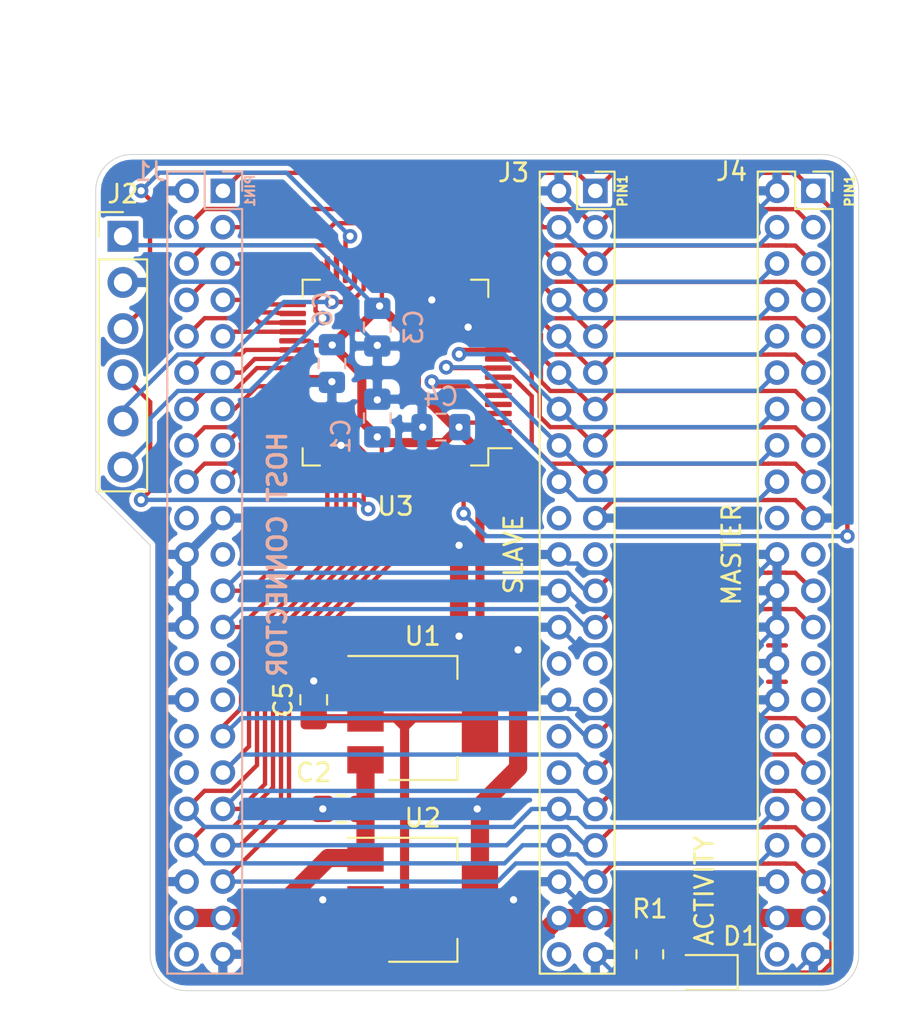
<source format=kicad_pcb>
(kicad_pcb (version 20171130) (host pcbnew 5.1.9+dfsg1-1+deb11u1)

  (general
    (thickness 1.6)
    (drawings 18)
    (tracks 588)
    (zones 0)
    (modules 15)
    (nets 83)
  )

  (page A4)
  (title_block
    (title "Falcon IDE splitter")
    (date 2023-01-17)
    (rev 1)
    (company "Copyright 2023 D Henderson")
  )

  (layers
    (0 F.Cu signal)
    (31 B.Cu signal)
    (32 B.Adhes user hide)
    (33 F.Adhes user hide)
    (34 B.Paste user)
    (35 F.Paste user)
    (36 B.SilkS user)
    (37 F.SilkS user)
    (38 B.Mask user)
    (39 F.Mask user)
    (40 Dwgs.User user)
    (41 Cmts.User user)
    (42 Eco1.User user)
    (43 Eco2.User user)
    (44 Edge.Cuts user)
    (45 Margin user)
    (46 B.CrtYd user)
    (47 F.CrtYd user)
    (48 B.Fab user)
    (49 F.Fab user)
  )

  (setup
    (last_trace_width 0.24)
    (user_trace_width 0.5)
    (user_trace_width 1)
    (trace_clearance 0.2)
    (zone_clearance 0.254)
    (zone_45_only no)
    (trace_min 0.2)
    (via_size 0.8)
    (via_drill 0.4)
    (via_min_size 0.4)
    (via_min_drill 0.3)
    (uvia_size 0.3)
    (uvia_drill 0.1)
    (uvias_allowed no)
    (uvia_min_size 0.2)
    (uvia_min_drill 0.1)
    (edge_width 0.05)
    (segment_width 0.2)
    (pcb_text_width 0.3)
    (pcb_text_size 1.5 1.5)
    (mod_edge_width 0.12)
    (mod_text_size 1 1)
    (mod_text_width 0.15)
    (pad_size 1.524 1.524)
    (pad_drill 0.762)
    (pad_to_mask_clearance 0)
    (aux_axis_origin 0 0)
    (visible_elements FFFFFF7F)
    (pcbplotparams
      (layerselection 0x010f0_ffffffff)
      (usegerberextensions false)
      (usegerberattributes true)
      (usegerberadvancedattributes true)
      (creategerberjobfile true)
      (excludeedgelayer true)
      (linewidth 0.100000)
      (plotframeref false)
      (viasonmask false)
      (mode 1)
      (useauxorigin false)
      (hpglpennumber 1)
      (hpglpenspeed 20)
      (hpglpendiameter 15.000000)
      (psnegative false)
      (psa4output false)
      (plotreference true)
      (plotvalue true)
      (plotinvisibletext false)
      (padsonsilk false)
      (subtractmaskfromsilk false)
      (outputformat 1)
      (mirror false)
      (drillshape 0)
      (scaleselection 1)
      (outputdirectory "ide_autoswap"))
  )

  (net 0 "")
  (net 1 "Net-(D1-Pad2)")
  (net 2 /~LED)
  (net 3 GND)
  (net 4 +5V)
  (net 5 /~CS1)
  (net 6 /~CS0)
  (net 7 /DA2)
  (net 8 /DA0)
  (net 9 /DA1)
  (net 10 /INTRQ)
  (net 11 /~DMACK)
  (net 12 /IORDY)
  (net 13 /~DIOR)
  (net 14 /~DIOW)
  (net 15 /DD15)
  (net 16 /DD0)
  (net 17 /DD14)
  (net 18 /DD1)
  (net 19 /DD13)
  (net 20 /DD2)
  (net 21 /DD12)
  (net 22 /DD3)
  (net 23 /DD11)
  (net 24 /DD4)
  (net 25 /DD10)
  (net 26 /DD5)
  (net 27 /DD9)
  (net 28 /DD6)
  (net 29 /DD8)
  (net 30 /DD7)
  (net 31 /~RESET)
  (net 32 +3V3)
  (net 33 "Net-(J1-Pad44)")
  (net 34 "Net-(J1-Pad34)")
  (net 35 "Net-(J1-Pad32)")
  (net 36 "Net-(J1-Pad29)")
  (net 37 "Net-(J1-Pad28)")
  (net 38 "Net-(J1-Pad27)")
  (net 39 "Net-(J1-Pad21)")
  (net 40 /D15)
  (net 41 /D0)
  (net 42 /D14)
  (net 43 /D1)
  (net 44 /D13)
  (net 45 /D2)
  (net 46 /D12)
  (net 47 /D3)
  (net 48 /D11)
  (net 49 /D4)
  (net 50 /D10)
  (net 51 /D5)
  (net 52 /D9)
  (net 53 /D6)
  (net 54 /D8)
  (net 55 /D7)
  (net 56 "Net-(J3-Pad44)")
  (net 57 "Net-(J3-Pad34)")
  (net 58 "Net-(J3-Pad32)")
  (net 59 "Net-(J3-Pad29)")
  (net 60 "Net-(J3-Pad28)")
  (net 61 "Net-(J3-Pad27)")
  (net 62 "Net-(J3-Pad21)")
  (net 63 "Net-(J4-Pad44)")
  (net 64 "Net-(J4-Pad34)")
  (net 65 "Net-(J4-Pad32)")
  (net 66 "Net-(J4-Pad29)")
  (net 67 "Net-(J4-Pad27)")
  (net 68 "Net-(J4-Pad21)")
  (net 69 "Net-(U3-Pad63)")
  (net 70 "Net-(U3-Pad62)")
  (net 71 "Net-(U3-Pad61)")
  (net 72 /TMS)
  (net 73 /TDI)
  (net 74 /TDO)
  (net 75 /TCK)
  (net 76 "Net-(U3-Pad48)")
  (net 77 "Net-(U3-Pad47)")
  (net 78 "Net-(U3-Pad6)")
  (net 79 "Net-(U3-Pad5)")
  (net 80 "Net-(U3-Pad4)")
  (net 81 "Net-(U3-Pad2)")
  (net 82 "Net-(U3-Pad1)")

  (net_class Default "This is the default net class."
    (clearance 0.2)
    (trace_width 0.24)
    (via_dia 0.8)
    (via_drill 0.4)
    (uvia_dia 0.3)
    (uvia_drill 0.1)
    (add_net +3V3)
    (add_net +5V)
    (add_net /D0)
    (add_net /D1)
    (add_net /D10)
    (add_net /D11)
    (add_net /D12)
    (add_net /D13)
    (add_net /D14)
    (add_net /D15)
    (add_net /D2)
    (add_net /D3)
    (add_net /D4)
    (add_net /D5)
    (add_net /D6)
    (add_net /D7)
    (add_net /D8)
    (add_net /D9)
    (add_net /DA0)
    (add_net /DA1)
    (add_net /DA2)
    (add_net /DD0)
    (add_net /DD1)
    (add_net /DD10)
    (add_net /DD11)
    (add_net /DD12)
    (add_net /DD13)
    (add_net /DD14)
    (add_net /DD15)
    (add_net /DD2)
    (add_net /DD3)
    (add_net /DD4)
    (add_net /DD5)
    (add_net /DD6)
    (add_net /DD7)
    (add_net /DD8)
    (add_net /DD9)
    (add_net /INTRQ)
    (add_net /IORDY)
    (add_net /TCK)
    (add_net /TDI)
    (add_net /TDO)
    (add_net /TMS)
    (add_net /~CS0)
    (add_net /~CS1)
    (add_net /~DIOR)
    (add_net /~DIOW)
    (add_net /~DMACK)
    (add_net /~LED)
    (add_net /~RESET)
    (add_net GND)
    (add_net "Net-(D1-Pad2)")
    (add_net "Net-(J1-Pad21)")
    (add_net "Net-(J1-Pad27)")
    (add_net "Net-(J1-Pad28)")
    (add_net "Net-(J1-Pad29)")
    (add_net "Net-(J1-Pad32)")
    (add_net "Net-(J1-Pad34)")
    (add_net "Net-(J1-Pad44)")
    (add_net "Net-(J3-Pad21)")
    (add_net "Net-(J3-Pad27)")
    (add_net "Net-(J3-Pad28)")
    (add_net "Net-(J3-Pad29)")
    (add_net "Net-(J3-Pad32)")
    (add_net "Net-(J3-Pad34)")
    (add_net "Net-(J3-Pad44)")
    (add_net "Net-(J4-Pad21)")
    (add_net "Net-(J4-Pad27)")
    (add_net "Net-(J4-Pad29)")
    (add_net "Net-(J4-Pad32)")
    (add_net "Net-(J4-Pad34)")
    (add_net "Net-(J4-Pad44)")
    (add_net "Net-(U3-Pad1)")
    (add_net "Net-(U3-Pad2)")
    (add_net "Net-(U3-Pad4)")
    (add_net "Net-(U3-Pad47)")
    (add_net "Net-(U3-Pad48)")
    (add_net "Net-(U3-Pad5)")
    (add_net "Net-(U3-Pad6)")
    (add_net "Net-(U3-Pad61)")
    (add_net "Net-(U3-Pad62)")
    (add_net "Net-(U3-Pad63)")
  )

  (module Package_QFP:TQFP-64_10x10mm_P0.5mm (layer F.Cu) (tedit 5D9F72B1) (tstamp 64935343)
    (at 132 88 180)
    (descr "TQFP, 64 Pin (http://www.microsemi.com/index.php?option=com_docman&task=doc_download&gid=131095), generated with kicad-footprint-generator ipc_gullwing_generator.py")
    (tags "TQFP QFP")
    (path /6497FF4D)
    (attr smd)
    (fp_text reference U3 (at 0 -7.35) (layer F.SilkS)
      (effects (font (size 1 1) (thickness 0.15)))
    )
    (fp_text value XC9572XL-VQ64 (at 0 7.35) (layer F.Fab)
      (effects (font (size 1 1) (thickness 0.15)))
    )
    (fp_line (start 4.16 5.11) (end 5.11 5.11) (layer F.SilkS) (width 0.12))
    (fp_line (start 5.11 5.11) (end 5.11 4.16) (layer F.SilkS) (width 0.12))
    (fp_line (start -4.16 5.11) (end -5.11 5.11) (layer F.SilkS) (width 0.12))
    (fp_line (start -5.11 5.11) (end -5.11 4.16) (layer F.SilkS) (width 0.12))
    (fp_line (start 4.16 -5.11) (end 5.11 -5.11) (layer F.SilkS) (width 0.12))
    (fp_line (start 5.11 -5.11) (end 5.11 -4.16) (layer F.SilkS) (width 0.12))
    (fp_line (start -4.16 -5.11) (end -5.11 -5.11) (layer F.SilkS) (width 0.12))
    (fp_line (start -5.11 -5.11) (end -5.11 -4.16) (layer F.SilkS) (width 0.12))
    (fp_line (start -5.11 -4.16) (end -6.4 -4.16) (layer F.SilkS) (width 0.12))
    (fp_line (start -4 -5) (end 5 -5) (layer F.Fab) (width 0.1))
    (fp_line (start 5 -5) (end 5 5) (layer F.Fab) (width 0.1))
    (fp_line (start 5 5) (end -5 5) (layer F.Fab) (width 0.1))
    (fp_line (start -5 5) (end -5 -4) (layer F.Fab) (width 0.1))
    (fp_line (start -5 -4) (end -4 -5) (layer F.Fab) (width 0.1))
    (fp_line (start 0 -6.65) (end -4.15 -6.65) (layer F.CrtYd) (width 0.05))
    (fp_line (start -4.15 -6.65) (end -4.15 -5.25) (layer F.CrtYd) (width 0.05))
    (fp_line (start -4.15 -5.25) (end -5.25 -5.25) (layer F.CrtYd) (width 0.05))
    (fp_line (start -5.25 -5.25) (end -5.25 -4.15) (layer F.CrtYd) (width 0.05))
    (fp_line (start -5.25 -4.15) (end -6.65 -4.15) (layer F.CrtYd) (width 0.05))
    (fp_line (start -6.65 -4.15) (end -6.65 0) (layer F.CrtYd) (width 0.05))
    (fp_line (start 0 -6.65) (end 4.15 -6.65) (layer F.CrtYd) (width 0.05))
    (fp_line (start 4.15 -6.65) (end 4.15 -5.25) (layer F.CrtYd) (width 0.05))
    (fp_line (start 4.15 -5.25) (end 5.25 -5.25) (layer F.CrtYd) (width 0.05))
    (fp_line (start 5.25 -5.25) (end 5.25 -4.15) (layer F.CrtYd) (width 0.05))
    (fp_line (start 5.25 -4.15) (end 6.65 -4.15) (layer F.CrtYd) (width 0.05))
    (fp_line (start 6.65 -4.15) (end 6.65 0) (layer F.CrtYd) (width 0.05))
    (fp_line (start 0 6.65) (end -4.15 6.65) (layer F.CrtYd) (width 0.05))
    (fp_line (start -4.15 6.65) (end -4.15 5.25) (layer F.CrtYd) (width 0.05))
    (fp_line (start -4.15 5.25) (end -5.25 5.25) (layer F.CrtYd) (width 0.05))
    (fp_line (start -5.25 5.25) (end -5.25 4.15) (layer F.CrtYd) (width 0.05))
    (fp_line (start -5.25 4.15) (end -6.65 4.15) (layer F.CrtYd) (width 0.05))
    (fp_line (start -6.65 4.15) (end -6.65 0) (layer F.CrtYd) (width 0.05))
    (fp_line (start 0 6.65) (end 4.15 6.65) (layer F.CrtYd) (width 0.05))
    (fp_line (start 4.15 6.65) (end 4.15 5.25) (layer F.CrtYd) (width 0.05))
    (fp_line (start 4.15 5.25) (end 5.25 5.25) (layer F.CrtYd) (width 0.05))
    (fp_line (start 5.25 5.25) (end 5.25 4.15) (layer F.CrtYd) (width 0.05))
    (fp_line (start 5.25 4.15) (end 6.65 4.15) (layer F.CrtYd) (width 0.05))
    (fp_line (start 6.65 4.15) (end 6.65 0) (layer F.CrtYd) (width 0.05))
    (fp_text user %R (at 0 0) (layer F.Fab)
      (effects (font (size 1 1) (thickness 0.15)))
    )
    (pad 64 smd roundrect (at -3.75 -5.6625 180) (size 0.3 1.475) (layers F.Cu F.Paste F.Mask) (roundrect_rratio 0.25)
      (net 31 /~RESET))
    (pad 63 smd roundrect (at -3.25 -5.6625 180) (size 0.3 1.475) (layers F.Cu F.Paste F.Mask) (roundrect_rratio 0.25)
      (net 69 "Net-(U3-Pad63)"))
    (pad 62 smd roundrect (at -2.75 -5.6625 180) (size 0.3 1.475) (layers F.Cu F.Paste F.Mask) (roundrect_rratio 0.25)
      (net 70 "Net-(U3-Pad62)"))
    (pad 61 smd roundrect (at -2.25 -5.6625 180) (size 0.3 1.475) (layers F.Cu F.Paste F.Mask) (roundrect_rratio 0.25)
      (net 71 "Net-(U3-Pad61)"))
    (pad 60 smd roundrect (at -1.75 -5.6625 180) (size 0.3 1.475) (layers F.Cu F.Paste F.Mask) (roundrect_rratio 0.25)
      (net 2 /~LED))
    (pad 59 smd roundrect (at -1.25 -5.6625 180) (size 0.3 1.475) (layers F.Cu F.Paste F.Mask) (roundrect_rratio 0.25)
      (net 6 /~CS0))
    (pad 58 smd roundrect (at -0.75 -5.6625 180) (size 0.3 1.475) (layers F.Cu F.Paste F.Mask) (roundrect_rratio 0.25)
      (net 5 /~CS1))
    (pad 57 smd roundrect (at -0.25 -5.6625 180) (size 0.3 1.475) (layers F.Cu F.Paste F.Mask) (roundrect_rratio 0.25)
      (net 8 /DA0))
    (pad 56 smd roundrect (at 0.25 -5.6625 180) (size 0.3 1.475) (layers F.Cu F.Paste F.Mask) (roundrect_rratio 0.25)
      (net 7 /DA2))
    (pad 55 smd roundrect (at 0.75 -5.6625 180) (size 0.3 1.475) (layers F.Cu F.Paste F.Mask) (roundrect_rratio 0.25)
      (net 32 +3V3))
    (pad 54 smd roundrect (at 1.25 -5.6625 180) (size 0.3 1.475) (layers F.Cu F.Paste F.Mask) (roundrect_rratio 0.25)
      (net 3 GND))
    (pad 53 smd roundrect (at 1.75 -5.6625 180) (size 0.3 1.475) (layers F.Cu F.Paste F.Mask) (roundrect_rratio 0.25)
      (net 74 /TDO))
    (pad 52 smd roundrect (at 2.25 -5.6625 180) (size 0.3 1.475) (layers F.Cu F.Paste F.Mask) (roundrect_rratio 0.25)
      (net 9 /DA1))
    (pad 51 smd roundrect (at 2.75 -5.6625 180) (size 0.3 1.475) (layers F.Cu F.Paste F.Mask) (roundrect_rratio 0.25)
      (net 10 /INTRQ))
    (pad 50 smd roundrect (at 3.25 -5.6625 180) (size 0.3 1.475) (layers F.Cu F.Paste F.Mask) (roundrect_rratio 0.25)
      (net 13 /~DIOR))
    (pad 49 smd roundrect (at 3.75 -5.6625 180) (size 0.3 1.475) (layers F.Cu F.Paste F.Mask) (roundrect_rratio 0.25)
      (net 14 /~DIOW))
    (pad 48 smd roundrect (at 5.6625 -3.75 180) (size 1.475 0.3) (layers F.Cu F.Paste F.Mask) (roundrect_rratio 0.25)
      (net 76 "Net-(U3-Pad48)"))
    (pad 47 smd roundrect (at 5.6625 -3.25 180) (size 1.475 0.3) (layers F.Cu F.Paste F.Mask) (roundrect_rratio 0.25)
      (net 77 "Net-(U3-Pad47)"))
    (pad 46 smd roundrect (at 5.6625 -2.75 180) (size 1.475 0.3) (layers F.Cu F.Paste F.Mask) (roundrect_rratio 0.25)
      (net 41 /D0))
    (pad 45 smd roundrect (at 5.6625 -2.25 180) (size 1.475 0.3) (layers F.Cu F.Paste F.Mask) (roundrect_rratio 0.25)
      (net 40 /D15))
    (pad 44 smd roundrect (at 5.6625 -1.75 180) (size 1.475 0.3) (layers F.Cu F.Paste F.Mask) (roundrect_rratio 0.25)
      (net 43 /D1))
    (pad 43 smd roundrect (at 5.6625 -1.25 180) (size 1.475 0.3) (layers F.Cu F.Paste F.Mask) (roundrect_rratio 0.25)
      (net 42 /D14))
    (pad 42 smd roundrect (at 5.6625 -0.75 180) (size 1.475 0.3) (layers F.Cu F.Paste F.Mask) (roundrect_rratio 0.25)
      (net 45 /D2))
    (pad 41 smd roundrect (at 5.6625 -0.25 180) (size 1.475 0.3) (layers F.Cu F.Paste F.Mask) (roundrect_rratio 0.25)
      (net 3 GND))
    (pad 40 smd roundrect (at 5.6625 0.25 180) (size 1.475 0.3) (layers F.Cu F.Paste F.Mask) (roundrect_rratio 0.25)
      (net 44 /D13))
    (pad 39 smd roundrect (at 5.6625 0.75 180) (size 1.475 0.3) (layers F.Cu F.Paste F.Mask) (roundrect_rratio 0.25)
      (net 47 /D3))
    (pad 38 smd roundrect (at 5.6625 1.25 180) (size 1.475 0.3) (layers F.Cu F.Paste F.Mask) (roundrect_rratio 0.25)
      (net 46 /D12))
    (pad 37 smd roundrect (at 5.6625 1.75 180) (size 1.475 0.3) (layers F.Cu F.Paste F.Mask) (roundrect_rratio 0.25)
      (net 32 +3V3))
    (pad 36 smd roundrect (at 5.6625 2.25 180) (size 1.475 0.3) (layers F.Cu F.Paste F.Mask) (roundrect_rratio 0.25)
      (net 49 /D4))
    (pad 35 smd roundrect (at 5.6625 2.75 180) (size 1.475 0.3) (layers F.Cu F.Paste F.Mask) (roundrect_rratio 0.25)
      (net 48 /D11))
    (pad 34 smd roundrect (at 5.6625 3.25 180) (size 1.475 0.3) (layers F.Cu F.Paste F.Mask) (roundrect_rratio 0.25)
      (net 51 /D5))
    (pad 33 smd roundrect (at 5.6625 3.75 180) (size 1.475 0.3) (layers F.Cu F.Paste F.Mask) (roundrect_rratio 0.25)
      (net 50 /D10))
    (pad 32 smd roundrect (at 3.75 5.6625 180) (size 0.3 1.475) (layers F.Cu F.Paste F.Mask) (roundrect_rratio 0.25)
      (net 53 /D6))
    (pad 31 smd roundrect (at 3.25 5.6625 180) (size 0.3 1.475) (layers F.Cu F.Paste F.Mask) (roundrect_rratio 0.25)
      (net 52 /D9))
    (pad 30 smd roundrect (at 2.75 5.6625 180) (size 0.3 1.475) (layers F.Cu F.Paste F.Mask) (roundrect_rratio 0.25)
      (net 75 /TCK))
    (pad 29 smd roundrect (at 2.25 5.6625 180) (size 0.3 1.475) (layers F.Cu F.Paste F.Mask) (roundrect_rratio 0.25)
      (net 72 /TMS))
    (pad 28 smd roundrect (at 1.75 5.6625 180) (size 0.3 1.475) (layers F.Cu F.Paste F.Mask) (roundrect_rratio 0.25)
      (net 73 /TDI))
    (pad 27 smd roundrect (at 1.25 5.6625 180) (size 0.3 1.475) (layers F.Cu F.Paste F.Mask) (roundrect_rratio 0.25)
      (net 55 /D7))
    (pad 26 smd roundrect (at 0.75 5.6625 180) (size 0.3 1.475) (layers F.Cu F.Paste F.Mask) (roundrect_rratio 0.25)
      (net 32 +3V3))
    (pad 25 smd roundrect (at 0.25 5.6625 180) (size 0.3 1.475) (layers F.Cu F.Paste F.Mask) (roundrect_rratio 0.25)
      (net 54 /D8))
    (pad 24 smd roundrect (at -0.25 5.6625 180) (size 0.3 1.475) (layers F.Cu F.Paste F.Mask) (roundrect_rratio 0.25)
      (net 30 /DD7))
    (pad 23 smd roundrect (at -0.75 5.6625 180) (size 0.3 1.475) (layers F.Cu F.Paste F.Mask) (roundrect_rratio 0.25)
      (net 29 /DD8))
    (pad 22 smd roundrect (at -1.25 5.6625 180) (size 0.3 1.475) (layers F.Cu F.Paste F.Mask) (roundrect_rratio 0.25)
      (net 28 /DD6))
    (pad 21 smd roundrect (at -1.75 5.6625 180) (size 0.3 1.475) (layers F.Cu F.Paste F.Mask) (roundrect_rratio 0.25)
      (net 3 GND))
    (pad 20 smd roundrect (at -2.25 5.6625 180) (size 0.3 1.475) (layers F.Cu F.Paste F.Mask) (roundrect_rratio 0.25)
      (net 27 /DD9))
    (pad 19 smd roundrect (at -2.75 5.6625 180) (size 0.3 1.475) (layers F.Cu F.Paste F.Mask) (roundrect_rratio 0.25)
      (net 26 /DD5))
    (pad 18 smd roundrect (at -3.25 5.6625 180) (size 0.3 1.475) (layers F.Cu F.Paste F.Mask) (roundrect_rratio 0.25)
      (net 25 /DD10))
    (pad 17 smd roundrect (at -3.75 5.6625 180) (size 0.3 1.475) (layers F.Cu F.Paste F.Mask) (roundrect_rratio 0.25)
      (net 24 /DD4))
    (pad 16 smd roundrect (at -5.6625 3.75 180) (size 1.475 0.3) (layers F.Cu F.Paste F.Mask) (roundrect_rratio 0.25)
      (net 23 /DD11))
    (pad 15 smd roundrect (at -5.6625 3.25 180) (size 1.475 0.3) (layers F.Cu F.Paste F.Mask) (roundrect_rratio 0.25)
      (net 22 /DD3))
    (pad 14 smd roundrect (at -5.6625 2.75 180) (size 1.475 0.3) (layers F.Cu F.Paste F.Mask) (roundrect_rratio 0.25)
      (net 3 GND))
    (pad 13 smd roundrect (at -5.6625 2.25 180) (size 1.475 0.3) (layers F.Cu F.Paste F.Mask) (roundrect_rratio 0.25)
      (net 21 /DD12))
    (pad 12 smd roundrect (at -5.6625 1.75 180) (size 1.475 0.3) (layers F.Cu F.Paste F.Mask) (roundrect_rratio 0.25)
      (net 20 /DD2))
    (pad 11 smd roundrect (at -5.6625 1.25 180) (size 1.475 0.3) (layers F.Cu F.Paste F.Mask) (roundrect_rratio 0.25)
      (net 19 /DD13))
    (pad 10 smd roundrect (at -5.6625 0.75 180) (size 1.475 0.3) (layers F.Cu F.Paste F.Mask) (roundrect_rratio 0.25)
      (net 18 /DD1))
    (pad 9 smd roundrect (at -5.6625 0.25 180) (size 1.475 0.3) (layers F.Cu F.Paste F.Mask) (roundrect_rratio 0.25)
      (net 17 /DD14))
    (pad 8 smd roundrect (at -5.6625 -0.25 180) (size 1.475 0.3) (layers F.Cu F.Paste F.Mask) (roundrect_rratio 0.25)
      (net 16 /DD0))
    (pad 7 smd roundrect (at -5.6625 -0.75 180) (size 1.475 0.3) (layers F.Cu F.Paste F.Mask) (roundrect_rratio 0.25)
      (net 15 /DD15))
    (pad 6 smd roundrect (at -5.6625 -1.25 180) (size 1.475 0.3) (layers F.Cu F.Paste F.Mask) (roundrect_rratio 0.25)
      (net 78 "Net-(U3-Pad6)"))
    (pad 5 smd roundrect (at -5.6625 -1.75 180) (size 1.475 0.3) (layers F.Cu F.Paste F.Mask) (roundrect_rratio 0.25)
      (net 79 "Net-(U3-Pad5)"))
    (pad 4 smd roundrect (at -5.6625 -2.25 180) (size 1.475 0.3) (layers F.Cu F.Paste F.Mask) (roundrect_rratio 0.25)
      (net 80 "Net-(U3-Pad4)"))
    (pad 3 smd roundrect (at -5.6625 -2.75 180) (size 1.475 0.3) (layers F.Cu F.Paste F.Mask) (roundrect_rratio 0.25)
      (net 32 +3V3))
    (pad 2 smd roundrect (at -5.6625 -3.25 180) (size 1.475 0.3) (layers F.Cu F.Paste F.Mask) (roundrect_rratio 0.25)
      (net 81 "Net-(U3-Pad2)"))
    (pad 1 smd roundrect (at -5.6625 -3.75 180) (size 1.475 0.3) (layers F.Cu F.Paste F.Mask) (roundrect_rratio 0.25)
      (net 82 "Net-(U3-Pad1)"))
    (model ${KISYS3DMOD}/Package_QFP.3dshapes/TQFP-64_10x10mm_P0.5mm.wrl
      (at (xyz 0 0 0))
      (scale (xyz 1 1 1))
      (rotate (xyz 0 0 0))
    )
  )

  (module Package_TO_SOT_SMD:SOT-223-3_TabPin2 (layer F.Cu) (tedit 5A02FF57) (tstamp 649352D8)
    (at 133.5 117)
    (descr "module CMS SOT223 4 pins")
    (tags "CMS SOT")
    (path /650D8CE7)
    (attr smd)
    (fp_text reference U2 (at 0 -4.5) (layer F.SilkS)
      (effects (font (size 1 1) (thickness 0.15)))
    )
    (fp_text value LT1129-3.3_SOT223 (at 0 4.5) (layer F.Fab)
      (effects (font (size 1 1) (thickness 0.15)))
    )
    (fp_line (start 1.91 3.41) (end 1.91 2.15) (layer F.SilkS) (width 0.12))
    (fp_line (start 1.91 -3.41) (end 1.91 -2.15) (layer F.SilkS) (width 0.12))
    (fp_line (start 4.4 -3.6) (end -4.4 -3.6) (layer F.CrtYd) (width 0.05))
    (fp_line (start 4.4 3.6) (end 4.4 -3.6) (layer F.CrtYd) (width 0.05))
    (fp_line (start -4.4 3.6) (end 4.4 3.6) (layer F.CrtYd) (width 0.05))
    (fp_line (start -4.4 -3.6) (end -4.4 3.6) (layer F.CrtYd) (width 0.05))
    (fp_line (start -1.85 -2.35) (end -0.85 -3.35) (layer F.Fab) (width 0.1))
    (fp_line (start -1.85 -2.35) (end -1.85 3.35) (layer F.Fab) (width 0.1))
    (fp_line (start -1.85 3.41) (end 1.91 3.41) (layer F.SilkS) (width 0.12))
    (fp_line (start -0.85 -3.35) (end 1.85 -3.35) (layer F.Fab) (width 0.1))
    (fp_line (start -4.1 -3.41) (end 1.91 -3.41) (layer F.SilkS) (width 0.12))
    (fp_line (start -1.85 3.35) (end 1.85 3.35) (layer F.Fab) (width 0.1))
    (fp_line (start 1.85 -3.35) (end 1.85 3.35) (layer F.Fab) (width 0.1))
    (fp_text user %R (at 0 0 90) (layer F.Fab)
      (effects (font (size 0.8 0.8) (thickness 0.12)))
    )
    (pad 1 smd rect (at -3.15 -2.3) (size 2 1.5) (layers F.Cu F.Paste F.Mask)
      (net 4 +5V))
    (pad 3 smd rect (at -3.15 2.3) (size 2 1.5) (layers F.Cu F.Paste F.Mask)
      (net 32 +3V3))
    (pad 2 smd rect (at -3.15 0) (size 2 1.5) (layers F.Cu F.Paste F.Mask)
      (net 3 GND))
    (pad 2 smd rect (at 3.15 0) (size 2 3.8) (layers F.Cu F.Paste F.Mask)
      (net 3 GND))
    (model ${KISYS3DMOD}/Package_TO_SOT_SMD.3dshapes/SOT-223.wrl
      (at (xyz 0 0 0))
      (scale (xyz 1 1 1))
      (rotate (xyz 0 0 0))
    )
  )

  (module Package_TO_SOT_SMD:SOT-223-3_TabPin2 (layer F.Cu) (tedit 5A02FF57) (tstamp 649352C2)
    (at 133.5 107)
    (descr "module CMS SOT223 4 pins")
    (tags "CMS SOT")
    (path /6505AFDB)
    (attr smd)
    (fp_text reference U1 (at 0 -4.5) (layer F.SilkS)
      (effects (font (size 1 1) (thickness 0.15)))
    )
    (fp_text value LM1117-3.3 (at 0 4.5) (layer F.Fab)
      (effects (font (size 1 1) (thickness 0.15)))
    )
    (fp_line (start 1.91 3.41) (end 1.91 2.15) (layer F.SilkS) (width 0.12))
    (fp_line (start 1.91 -3.41) (end 1.91 -2.15) (layer F.SilkS) (width 0.12))
    (fp_line (start 4.4 -3.6) (end -4.4 -3.6) (layer F.CrtYd) (width 0.05))
    (fp_line (start 4.4 3.6) (end 4.4 -3.6) (layer F.CrtYd) (width 0.05))
    (fp_line (start -4.4 3.6) (end 4.4 3.6) (layer F.CrtYd) (width 0.05))
    (fp_line (start -4.4 -3.6) (end -4.4 3.6) (layer F.CrtYd) (width 0.05))
    (fp_line (start -1.85 -2.35) (end -0.85 -3.35) (layer F.Fab) (width 0.1))
    (fp_line (start -1.85 -2.35) (end -1.85 3.35) (layer F.Fab) (width 0.1))
    (fp_line (start -1.85 3.41) (end 1.91 3.41) (layer F.SilkS) (width 0.12))
    (fp_line (start -0.85 -3.35) (end 1.85 -3.35) (layer F.Fab) (width 0.1))
    (fp_line (start -4.1 -3.41) (end 1.91 -3.41) (layer F.SilkS) (width 0.12))
    (fp_line (start -1.85 3.35) (end 1.85 3.35) (layer F.Fab) (width 0.1))
    (fp_line (start 1.85 -3.35) (end 1.85 3.35) (layer F.Fab) (width 0.1))
    (fp_text user %R (at 0 0 90) (layer F.Fab)
      (effects (font (size 0.8 0.8) (thickness 0.12)))
    )
    (pad 1 smd rect (at -3.15 -2.3) (size 2 1.5) (layers F.Cu F.Paste F.Mask)
      (net 3 GND))
    (pad 3 smd rect (at -3.15 2.3) (size 2 1.5) (layers F.Cu F.Paste F.Mask)
      (net 4 +5V))
    (pad 2 smd rect (at -3.15 0) (size 2 1.5) (layers F.Cu F.Paste F.Mask)
      (net 32 +3V3))
    (pad 2 smd rect (at 3.15 0) (size 2 3.8) (layers F.Cu F.Paste F.Mask)
      (net 32 +3V3))
    (model ${KISYS3DMOD}/Package_TO_SOT_SMD.3dshapes/SOT-223.wrl
      (at (xyz 0 0 0))
      (scale (xyz 1 1 1))
      (rotate (xyz 0 0 0))
    )
  )

  (module Connector_PinHeader_2.54mm:PinHeader_1x06_P2.54mm_Vertical (layer F.Cu) (tedit 59FED5CC) (tstamp 64935188)
    (at 117 80.5)
    (descr "Through hole straight pin header, 1x06, 2.54mm pitch, single row")
    (tags "Through hole pin header THT 1x06 2.54mm single row")
    (path /6518B1FA)
    (fp_text reference J2 (at 0 -2.33) (layer F.SilkS)
      (effects (font (size 1 1) (thickness 0.15)))
    )
    (fp_text value Conn_01x06_Male (at 0 15.03) (layer F.Fab)
      (effects (font (size 1 1) (thickness 0.15)))
    )
    (fp_line (start -0.635 -1.27) (end 1.27 -1.27) (layer F.Fab) (width 0.1))
    (fp_line (start 1.27 -1.27) (end 1.27 13.97) (layer F.Fab) (width 0.1))
    (fp_line (start 1.27 13.97) (end -1.27 13.97) (layer F.Fab) (width 0.1))
    (fp_line (start -1.27 13.97) (end -1.27 -0.635) (layer F.Fab) (width 0.1))
    (fp_line (start -1.27 -0.635) (end -0.635 -1.27) (layer F.Fab) (width 0.1))
    (fp_line (start -1.33 14.03) (end 1.33 14.03) (layer F.SilkS) (width 0.12))
    (fp_line (start -1.33 1.27) (end -1.33 14.03) (layer F.SilkS) (width 0.12))
    (fp_line (start 1.33 1.27) (end 1.33 14.03) (layer F.SilkS) (width 0.12))
    (fp_line (start -1.33 1.27) (end 1.33 1.27) (layer F.SilkS) (width 0.12))
    (fp_line (start -1.33 0) (end -1.33 -1.33) (layer F.SilkS) (width 0.12))
    (fp_line (start -1.33 -1.33) (end 0 -1.33) (layer F.SilkS) (width 0.12))
    (fp_line (start -1.8 -1.8) (end -1.8 14.5) (layer F.CrtYd) (width 0.05))
    (fp_line (start -1.8 14.5) (end 1.8 14.5) (layer F.CrtYd) (width 0.05))
    (fp_line (start 1.8 14.5) (end 1.8 -1.8) (layer F.CrtYd) (width 0.05))
    (fp_line (start 1.8 -1.8) (end -1.8 -1.8) (layer F.CrtYd) (width 0.05))
    (fp_text user %R (at 0 6.35 90) (layer F.Fab)
      (effects (font (size 1 1) (thickness 0.15)))
    )
    (pad 6 thru_hole oval (at 0 12.7) (size 1.7 1.7) (drill 1) (layers *.Cu *.Mask)
      (net 72 /TMS))
    (pad 5 thru_hole oval (at 0 10.16) (size 1.7 1.7) (drill 1) (layers *.Cu *.Mask)
      (net 73 /TDI))
    (pad 4 thru_hole oval (at 0 7.62) (size 1.7 1.7) (drill 1) (layers *.Cu *.Mask)
      (net 74 /TDO))
    (pad 3 thru_hole oval (at 0 5.08) (size 1.7 1.7) (drill 1) (layers *.Cu *.Mask)
      (net 75 /TCK))
    (pad 2 thru_hole oval (at 0 2.54) (size 1.7 1.7) (drill 1) (layers *.Cu *.Mask)
      (net 3 GND))
    (pad 1 thru_hole rect (at 0 0) (size 1.7 1.7) (drill 1) (layers *.Cu *.Mask)
      (net 32 +3V3))
    (model ${KISYS3DMOD}/Connector_PinHeader_2.54mm.3dshapes/PinHeader_1x06_P2.54mm_Vertical.wrl
      (at (xyz 0 0 0))
      (scale (xyz 1 1 1))
      (rotate (xyz 0 0 0))
    )
  )

  (module Capacitor_SMD:C_0805_2012Metric_Pad1.18x1.45mm_HandSolder (layer B.Cu) (tedit 5F68FEEF) (tstamp 649350C8)
    (at 128.5 87.5 270)
    (descr "Capacitor SMD 0805 (2012 Metric), square (rectangular) end terminal, IPC_7351 nominal with elongated pad for handsoldering. (Body size source: IPC-SM-782 page 76, https://www.pcb-3d.com/wordpress/wp-content/uploads/ipc-sm-782a_amendment_1_and_2.pdf, https://docs.google.com/spreadsheets/d/1BsfQQcO9C6DZCsRaXUlFlo91Tg2WpOkGARC1WS5S8t0/edit?usp=sharing), generated with kicad-footprint-generator")
    (tags "capacitor handsolder")
    (path /64FC5792)
    (attr smd)
    (fp_text reference C6 (at -3 0.5 90) (layer B.SilkS)
      (effects (font (size 1 1) (thickness 0.15)) (justify mirror))
    )
    (fp_text value 100n (at 0 -1.68 90) (layer B.Fab)
      (effects (font (size 1 1) (thickness 0.15)) (justify mirror))
    )
    (fp_line (start -1 -0.625) (end -1 0.625) (layer B.Fab) (width 0.1))
    (fp_line (start -1 0.625) (end 1 0.625) (layer B.Fab) (width 0.1))
    (fp_line (start 1 0.625) (end 1 -0.625) (layer B.Fab) (width 0.1))
    (fp_line (start 1 -0.625) (end -1 -0.625) (layer B.Fab) (width 0.1))
    (fp_line (start -0.261252 0.735) (end 0.261252 0.735) (layer B.SilkS) (width 0.12))
    (fp_line (start -0.261252 -0.735) (end 0.261252 -0.735) (layer B.SilkS) (width 0.12))
    (fp_line (start -1.88 -0.98) (end -1.88 0.98) (layer B.CrtYd) (width 0.05))
    (fp_line (start -1.88 0.98) (end 1.88 0.98) (layer B.CrtYd) (width 0.05))
    (fp_line (start 1.88 0.98) (end 1.88 -0.98) (layer B.CrtYd) (width 0.05))
    (fp_line (start 1.88 -0.98) (end -1.88 -0.98) (layer B.CrtYd) (width 0.05))
    (fp_text user %R (at 0 0 90) (layer B.Fab)
      (effects (font (size 0.5 0.5) (thickness 0.08)) (justify mirror))
    )
    (pad 2 smd roundrect (at 1.0375 0 270) (size 1.175 1.45) (layers B.Cu B.Paste B.Mask) (roundrect_rratio 0.2127659574468085)
      (net 3 GND))
    (pad 1 smd roundrect (at -1.0375 0 270) (size 1.175 1.45) (layers B.Cu B.Paste B.Mask) (roundrect_rratio 0.2127659574468085)
      (net 32 +3V3))
    (model ${KISYS3DMOD}/Capacitor_SMD.3dshapes/C_0805_2012Metric.wrl
      (at (xyz 0 0 0))
      (scale (xyz 1 1 1))
      (rotate (xyz 0 0 0))
    )
  )

  (module Capacitor_SMD:C_0805_2012Metric_Pad1.18x1.45mm_HandSolder (layer F.Cu) (tedit 5F68FEEF) (tstamp 649350B7)
    (at 127.5 106 90)
    (descr "Capacitor SMD 0805 (2012 Metric), square (rectangular) end terminal, IPC_7351 nominal with elongated pad for handsoldering. (Body size source: IPC-SM-782 page 76, https://www.pcb-3d.com/wordpress/wp-content/uploads/ipc-sm-782a_amendment_1_and_2.pdf, https://docs.google.com/spreadsheets/d/1BsfQQcO9C6DZCsRaXUlFlo91Tg2WpOkGARC1WS5S8t0/edit?usp=sharing), generated with kicad-footprint-generator")
    (tags "capacitor handsolder")
    (path /650DAA88)
    (attr smd)
    (fp_text reference C5 (at 0 -1.68 90) (layer F.SilkS)
      (effects (font (size 1 1) (thickness 0.15)))
    )
    (fp_text value 100n (at 0 1.68 90) (layer F.Fab)
      (effects (font (size 1 1) (thickness 0.15)))
    )
    (fp_line (start -1 0.625) (end -1 -0.625) (layer F.Fab) (width 0.1))
    (fp_line (start -1 -0.625) (end 1 -0.625) (layer F.Fab) (width 0.1))
    (fp_line (start 1 -0.625) (end 1 0.625) (layer F.Fab) (width 0.1))
    (fp_line (start 1 0.625) (end -1 0.625) (layer F.Fab) (width 0.1))
    (fp_line (start -0.261252 -0.735) (end 0.261252 -0.735) (layer F.SilkS) (width 0.12))
    (fp_line (start -0.261252 0.735) (end 0.261252 0.735) (layer F.SilkS) (width 0.12))
    (fp_line (start -1.88 0.98) (end -1.88 -0.98) (layer F.CrtYd) (width 0.05))
    (fp_line (start -1.88 -0.98) (end 1.88 -0.98) (layer F.CrtYd) (width 0.05))
    (fp_line (start 1.88 -0.98) (end 1.88 0.98) (layer F.CrtYd) (width 0.05))
    (fp_line (start 1.88 0.98) (end -1.88 0.98) (layer F.CrtYd) (width 0.05))
    (fp_text user %R (at 0 0 90) (layer F.Fab)
      (effects (font (size 0.5 0.5) (thickness 0.08)))
    )
    (pad 2 smd roundrect (at 1.0375 0 90) (size 1.175 1.45) (layers F.Cu F.Paste F.Mask) (roundrect_rratio 0.2127659574468085)
      (net 3 GND))
    (pad 1 smd roundrect (at -1.0375 0 90) (size 1.175 1.45) (layers F.Cu F.Paste F.Mask) (roundrect_rratio 0.2127659574468085)
      (net 32 +3V3))
    (model ${KISYS3DMOD}/Capacitor_SMD.3dshapes/C_0805_2012Metric.wrl
      (at (xyz 0 0 0))
      (scale (xyz 1 1 1))
      (rotate (xyz 0 0 0))
    )
  )

  (module Capacitor_SMD:C_0805_2012Metric_Pad1.18x1.45mm_HandSolder (layer B.Cu) (tedit 5F68FEEF) (tstamp 649350A6)
    (at 134.5 91 180)
    (descr "Capacitor SMD 0805 (2012 Metric), square (rectangular) end terminal, IPC_7351 nominal with elongated pad for handsoldering. (Body size source: IPC-SM-782 page 76, https://www.pcb-3d.com/wordpress/wp-content/uploads/ipc-sm-782a_amendment_1_and_2.pdf, https://docs.google.com/spreadsheets/d/1BsfQQcO9C6DZCsRaXUlFlo91Tg2WpOkGARC1WS5S8t0/edit?usp=sharing), generated with kicad-footprint-generator")
    (tags "capacitor handsolder")
    (path /64FC5117)
    (attr smd)
    (fp_text reference C4 (at 0 1.679999 180) (layer B.SilkS)
      (effects (font (size 1 1) (thickness 0.15)) (justify mirror))
    )
    (fp_text value 100n (at 0 -1.679999 180) (layer B.Fab)
      (effects (font (size 1 1) (thickness 0.15)) (justify mirror))
    )
    (fp_line (start -1 -0.625) (end -1 0.625) (layer B.Fab) (width 0.1))
    (fp_line (start -1 0.625) (end 1 0.625) (layer B.Fab) (width 0.1))
    (fp_line (start 1 0.625) (end 1 -0.625) (layer B.Fab) (width 0.1))
    (fp_line (start 1 -0.625) (end -1 -0.625) (layer B.Fab) (width 0.1))
    (fp_line (start -0.261252 0.735) (end 0.261252 0.735) (layer B.SilkS) (width 0.12))
    (fp_line (start -0.261252 -0.735) (end 0.261252 -0.735) (layer B.SilkS) (width 0.12))
    (fp_line (start -1.88 -0.98) (end -1.88 0.98) (layer B.CrtYd) (width 0.05))
    (fp_line (start -1.88 0.98) (end 1.88 0.98) (layer B.CrtYd) (width 0.05))
    (fp_line (start 1.88 0.98) (end 1.88 -0.98) (layer B.CrtYd) (width 0.05))
    (fp_line (start 1.88 -0.98) (end -1.88 -0.98) (layer B.CrtYd) (width 0.05))
    (fp_text user %R (at 0 0 180) (layer B.Fab)
      (effects (font (size 0.5 0.5) (thickness 0.08)) (justify mirror))
    )
    (pad 2 smd roundrect (at 1.0375 0 180) (size 1.175 1.45) (layers B.Cu B.Paste B.Mask) (roundrect_rratio 0.2127659574468085)
      (net 3 GND))
    (pad 1 smd roundrect (at -1.0375 0 180) (size 1.175 1.45) (layers B.Cu B.Paste B.Mask) (roundrect_rratio 0.2127659574468085)
      (net 32 +3V3))
    (model ${KISYS3DMOD}/Capacitor_SMD.3dshapes/C_0805_2012Metric.wrl
      (at (xyz 0 0 0))
      (scale (xyz 1 1 1))
      (rotate (xyz 0 0 0))
    )
  )

  (module Capacitor_SMD:C_0805_2012Metric_Pad1.18x1.45mm_HandSolder (layer B.Cu) (tedit 5F68FEEF) (tstamp 64935095)
    (at 131 85.5 270)
    (descr "Capacitor SMD 0805 (2012 Metric), square (rectangular) end terminal, IPC_7351 nominal with elongated pad for handsoldering. (Body size source: IPC-SM-782 page 76, https://www.pcb-3d.com/wordpress/wp-content/uploads/ipc-sm-782a_amendment_1_and_2.pdf, https://docs.google.com/spreadsheets/d/1BsfQQcO9C6DZCsRaXUlFlo91Tg2WpOkGARC1WS5S8t0/edit?usp=sharing), generated with kicad-footprint-generator")
    (tags "capacitor handsolder")
    (path /64FD8C2E)
    (attr smd)
    (fp_text reference C3 (at 0 -2 270) (layer B.SilkS)
      (effects (font (size 1 1) (thickness 0.15)) (justify mirror))
    )
    (fp_text value 100n (at 0 -1.68 270) (layer B.Fab)
      (effects (font (size 1 1) (thickness 0.15)) (justify mirror))
    )
    (fp_line (start -1 -0.625) (end -1 0.625) (layer B.Fab) (width 0.1))
    (fp_line (start -1 0.625) (end 1 0.625) (layer B.Fab) (width 0.1))
    (fp_line (start 1 0.625) (end 1 -0.625) (layer B.Fab) (width 0.1))
    (fp_line (start 1 -0.625) (end -1 -0.625) (layer B.Fab) (width 0.1))
    (fp_line (start -0.261252 0.735) (end 0.261252 0.735) (layer B.SilkS) (width 0.12))
    (fp_line (start -0.261252 -0.735) (end 0.261252 -0.735) (layer B.SilkS) (width 0.12))
    (fp_line (start -1.88 -0.98) (end -1.88 0.98) (layer B.CrtYd) (width 0.05))
    (fp_line (start -1.88 0.98) (end 1.88 0.98) (layer B.CrtYd) (width 0.05))
    (fp_line (start 1.88 0.98) (end 1.88 -0.98) (layer B.CrtYd) (width 0.05))
    (fp_line (start 1.88 -0.98) (end -1.88 -0.98) (layer B.CrtYd) (width 0.05))
    (fp_text user %R (at 0 0 270) (layer B.Fab)
      (effects (font (size 0.5 0.5) (thickness 0.08)) (justify mirror))
    )
    (pad 2 smd roundrect (at 1.0375 0 270) (size 1.175 1.45) (layers B.Cu B.Paste B.Mask) (roundrect_rratio 0.2127659574468085)
      (net 3 GND))
    (pad 1 smd roundrect (at -1.0375 0 270) (size 1.175 1.45) (layers B.Cu B.Paste B.Mask) (roundrect_rratio 0.2127659574468085)
      (net 32 +3V3))
    (model ${KISYS3DMOD}/Capacitor_SMD.3dshapes/C_0805_2012Metric.wrl
      (at (xyz 0 0 0))
      (scale (xyz 1 1 1))
      (rotate (xyz 0 0 0))
    )
  )

  (module Capacitor_SMD:C_0805_2012Metric_Pad1.18x1.45mm_HandSolder (layer F.Cu) (tedit 5F68FEEF) (tstamp 64935084)
    (at 129.0375 112 180)
    (descr "Capacitor SMD 0805 (2012 Metric), square (rectangular) end terminal, IPC_7351 nominal with elongated pad for handsoldering. (Body size source: IPC-SM-782 page 76, https://www.pcb-3d.com/wordpress/wp-content/uploads/ipc-sm-782a_amendment_1_and_2.pdf, https://docs.google.com/spreadsheets/d/1BsfQQcO9C6DZCsRaXUlFlo91Tg2WpOkGARC1WS5S8t0/edit?usp=sharing), generated with kicad-footprint-generator")
    (tags "capacitor handsolder")
    (path /650DA29F)
    (attr smd)
    (fp_text reference C2 (at 1.5375 2) (layer F.SilkS)
      (effects (font (size 1 1) (thickness 0.15)))
    )
    (fp_text value 100n (at 0 1.68) (layer F.Fab)
      (effects (font (size 1 1) (thickness 0.15)))
    )
    (fp_line (start -1 0.625) (end -1 -0.625) (layer F.Fab) (width 0.1))
    (fp_line (start -1 -0.625) (end 1 -0.625) (layer F.Fab) (width 0.1))
    (fp_line (start 1 -0.625) (end 1 0.625) (layer F.Fab) (width 0.1))
    (fp_line (start 1 0.625) (end -1 0.625) (layer F.Fab) (width 0.1))
    (fp_line (start -0.261252 -0.735) (end 0.261252 -0.735) (layer F.SilkS) (width 0.12))
    (fp_line (start -0.261252 0.735) (end 0.261252 0.735) (layer F.SilkS) (width 0.12))
    (fp_line (start -1.88 0.98) (end -1.88 -0.98) (layer F.CrtYd) (width 0.05))
    (fp_line (start -1.88 -0.98) (end 1.88 -0.98) (layer F.CrtYd) (width 0.05))
    (fp_line (start 1.88 -0.98) (end 1.88 0.98) (layer F.CrtYd) (width 0.05))
    (fp_line (start 1.88 0.98) (end -1.88 0.98) (layer F.CrtYd) (width 0.05))
    (fp_text user %R (at 0 0) (layer F.Fab)
      (effects (font (size 0.5 0.5) (thickness 0.08)))
    )
    (pad 2 smd roundrect (at 1.0375 0 180) (size 1.175 1.45) (layers F.Cu F.Paste F.Mask) (roundrect_rratio 0.2127659574468085)
      (net 3 GND))
    (pad 1 smd roundrect (at -1.0375 0 180) (size 1.175 1.45) (layers F.Cu F.Paste F.Mask) (roundrect_rratio 0.2127659574468085)
      (net 4 +5V))
    (model ${KISYS3DMOD}/Capacitor_SMD.3dshapes/C_0805_2012Metric.wrl
      (at (xyz 0 0 0))
      (scale (xyz 1 1 1))
      (rotate (xyz 0 0 0))
    )
  )

  (module Capacitor_SMD:C_0805_2012Metric_Pad1.18x1.45mm_HandSolder (layer B.Cu) (tedit 5F68FEEF) (tstamp 64935073)
    (at 131 90.5 90)
    (descr "Capacitor SMD 0805 (2012 Metric), square (rectangular) end terminal, IPC_7351 nominal with elongated pad for handsoldering. (Body size source: IPC-SM-782 page 76, https://www.pcb-3d.com/wordpress/wp-content/uploads/ipc-sm-782a_amendment_1_and_2.pdf, https://docs.google.com/spreadsheets/d/1BsfQQcO9C6DZCsRaXUlFlo91Tg2WpOkGARC1WS5S8t0/edit?usp=sharing), generated with kicad-footprint-generator")
    (tags "capacitor handsolder")
    (path /64FD8C28)
    (attr smd)
    (fp_text reference C1 (at -1 -2 90) (layer B.SilkS)
      (effects (font (size 1 1) (thickness 0.15)) (justify mirror))
    )
    (fp_text value 100n (at 0 -1.68 90) (layer B.Fab)
      (effects (font (size 1 1) (thickness 0.15)) (justify mirror))
    )
    (fp_line (start -1 -0.625) (end -1 0.625) (layer B.Fab) (width 0.1))
    (fp_line (start -1 0.625) (end 1 0.625) (layer B.Fab) (width 0.1))
    (fp_line (start 1 0.625) (end 1 -0.625) (layer B.Fab) (width 0.1))
    (fp_line (start 1 -0.625) (end -1 -0.625) (layer B.Fab) (width 0.1))
    (fp_line (start -0.261252 0.735) (end 0.261252 0.735) (layer B.SilkS) (width 0.12))
    (fp_line (start -0.261252 -0.735) (end 0.261252 -0.735) (layer B.SilkS) (width 0.12))
    (fp_line (start -1.88 -0.98) (end -1.88 0.98) (layer B.CrtYd) (width 0.05))
    (fp_line (start -1.88 0.98) (end 1.88 0.98) (layer B.CrtYd) (width 0.05))
    (fp_line (start 1.88 0.98) (end 1.88 -0.98) (layer B.CrtYd) (width 0.05))
    (fp_line (start 1.88 -0.98) (end -1.88 -0.98) (layer B.CrtYd) (width 0.05))
    (fp_text user %R (at 0 0 90) (layer B.Fab)
      (effects (font (size 0.5 0.5) (thickness 0.08)) (justify mirror))
    )
    (pad 2 smd roundrect (at 1.0375 0 90) (size 1.175 1.45) (layers B.Cu B.Paste B.Mask) (roundrect_rratio 0.2127659574468085)
      (net 3 GND))
    (pad 1 smd roundrect (at -1.0375 0 90) (size 1.175 1.45) (layers B.Cu B.Paste B.Mask) (roundrect_rratio 0.2127659574468085)
      (net 32 +3V3))
    (model ${KISYS3DMOD}/Capacitor_SMD.3dshapes/C_0805_2012Metric.wrl
      (at (xyz 0 0 0))
      (scale (xyz 1 1 1))
      (rotate (xyz 0 0 0))
    )
  )

  (module Connector_PinHeader_2.00mm:PinHeader_2x22_P2.00mm_Vertical (layer B.Cu) (tedit 59FED667) (tstamp 63C70A7E)
    (at 122.5 78 180)
    (descr "Through hole straight pin header, 2x22, 2.00mm pitch, double rows")
    (tags "Through hole pin header THT 2x22 2.00mm double row")
    (path /63C69696)
    (fp_text reference J1 (at 4 1.06) (layer B.SilkS)
      (effects (font (size 1 1) (thickness 0.15)) (justify mirror))
    )
    (fp_text value PATA-44_Host (at 1 -44.06) (layer B.Fab)
      (effects (font (size 1 1) (thickness 0.15)) (justify mirror))
    )
    (fp_line (start 3.5 1.5) (end -1.5 1.5) (layer B.CrtYd) (width 0.05))
    (fp_line (start 3.5 -43.5) (end 3.5 1.5) (layer B.CrtYd) (width 0.05))
    (fp_line (start -1.5 -43.5) (end 3.5 -43.5) (layer B.CrtYd) (width 0.05))
    (fp_line (start -1.5 1.5) (end -1.5 -43.5) (layer B.CrtYd) (width 0.05))
    (fp_line (start -1.06 1.06) (end 0 1.06) (layer B.SilkS) (width 0.12))
    (fp_line (start -1.06 0) (end -1.06 1.06) (layer B.SilkS) (width 0.12))
    (fp_line (start 1 1.06) (end 3.06 1.06) (layer B.SilkS) (width 0.12))
    (fp_line (start 1 -1) (end 1 1.06) (layer B.SilkS) (width 0.12))
    (fp_line (start -1.06 -1) (end 1 -1) (layer B.SilkS) (width 0.12))
    (fp_line (start 3.06 1.06) (end 3.06 -43.06) (layer B.SilkS) (width 0.12))
    (fp_line (start -1.06 -1) (end -1.06 -43.06) (layer B.SilkS) (width 0.12))
    (fp_line (start -1.06 -43.06) (end 3.06 -43.06) (layer B.SilkS) (width 0.12))
    (fp_line (start -1 0) (end 0 1) (layer B.Fab) (width 0.1))
    (fp_line (start -1 -43) (end -1 0) (layer B.Fab) (width 0.1))
    (fp_line (start 3 -43) (end -1 -43) (layer B.Fab) (width 0.1))
    (fp_line (start 3 1) (end 3 -43) (layer B.Fab) (width 0.1))
    (fp_line (start 0 1) (end 3 1) (layer B.Fab) (width 0.1))
    (fp_text user %R (at 1 -21 270) (layer B.Fab)
      (effects (font (size 1 1) (thickness 0.15)) (justify mirror))
    )
    (pad 44 thru_hole oval (at 2 -42 180) (size 1.35 1.35) (drill 0.8) (layers *.Cu *.Mask)
      (net 33 "Net-(J1-Pad44)"))
    (pad 43 thru_hole oval (at 0 -42 180) (size 1.35 1.35) (drill 0.8) (layers *.Cu *.Mask)
      (net 3 GND))
    (pad 42 thru_hole oval (at 2 -40 180) (size 1.35 1.35) (drill 0.8) (layers *.Cu *.Mask)
      (net 4 +5V))
    (pad 41 thru_hole oval (at 0 -40 180) (size 1.35 1.35) (drill 0.8) (layers *.Cu *.Mask)
      (net 4 +5V))
    (pad 40 thru_hole oval (at 2 -38 180) (size 1.35 1.35) (drill 0.8) (layers *.Cu *.Mask)
      (net 3 GND))
    (pad 39 thru_hole oval (at 0 -38 180) (size 1.35 1.35) (drill 0.8) (layers *.Cu *.Mask)
      (net 2 /~LED))
    (pad 38 thru_hole oval (at 2 -36 180) (size 1.35 1.35) (drill 0.8) (layers *.Cu *.Mask)
      (net 5 /~CS1))
    (pad 37 thru_hole oval (at 0 -36 180) (size 1.35 1.35) (drill 0.8) (layers *.Cu *.Mask)
      (net 6 /~CS0))
    (pad 36 thru_hole oval (at 2 -34 180) (size 1.35 1.35) (drill 0.8) (layers *.Cu *.Mask)
      (net 7 /DA2))
    (pad 35 thru_hole oval (at 0 -34 180) (size 1.35 1.35) (drill 0.8) (layers *.Cu *.Mask)
      (net 8 /DA0))
    (pad 34 thru_hole oval (at 2 -32 180) (size 1.35 1.35) (drill 0.8) (layers *.Cu *.Mask)
      (net 34 "Net-(J1-Pad34)"))
    (pad 33 thru_hole oval (at 0 -32 180) (size 1.35 1.35) (drill 0.8) (layers *.Cu *.Mask)
      (net 9 /DA1))
    (pad 32 thru_hole oval (at 2 -30 180) (size 1.35 1.35) (drill 0.8) (layers *.Cu *.Mask)
      (net 35 "Net-(J1-Pad32)"))
    (pad 31 thru_hole oval (at 0 -30 180) (size 1.35 1.35) (drill 0.8) (layers *.Cu *.Mask)
      (net 10 /INTRQ))
    (pad 30 thru_hole oval (at 2 -28 180) (size 1.35 1.35) (drill 0.8) (layers *.Cu *.Mask)
      (net 3 GND))
    (pad 29 thru_hole oval (at 0 -28 180) (size 1.35 1.35) (drill 0.8) (layers *.Cu *.Mask)
      (net 36 "Net-(J1-Pad29)"))
    (pad 28 thru_hole oval (at 2 -26 180) (size 1.35 1.35) (drill 0.8) (layers *.Cu *.Mask)
      (net 37 "Net-(J1-Pad28)"))
    (pad 27 thru_hole oval (at 0 -26 180) (size 1.35 1.35) (drill 0.8) (layers *.Cu *.Mask)
      (net 38 "Net-(J1-Pad27)"))
    (pad 26 thru_hole oval (at 2 -24 180) (size 1.35 1.35) (drill 0.8) (layers *.Cu *.Mask)
      (net 3 GND))
    (pad 25 thru_hole oval (at 0 -24 180) (size 1.35 1.35) (drill 0.8) (layers *.Cu *.Mask)
      (net 13 /~DIOR))
    (pad 24 thru_hole oval (at 2 -22 180) (size 1.35 1.35) (drill 0.8) (layers *.Cu *.Mask)
      (net 3 GND))
    (pad 23 thru_hole oval (at 0 -22 180) (size 1.35 1.35) (drill 0.8) (layers *.Cu *.Mask)
      (net 14 /~DIOW))
    (pad 22 thru_hole oval (at 2 -20 180) (size 1.35 1.35) (drill 0.8) (layers *.Cu *.Mask)
      (net 3 GND))
    (pad 21 thru_hole oval (at 0 -20 180) (size 1.35 1.35) (drill 0.8) (layers *.Cu *.Mask)
      (net 39 "Net-(J1-Pad21)"))
    (pad 20 thru_hole oval (at 2 -18 180) (size 1.35 1.35) (drill 0.8) (layers *.Cu *.Mask))
    (pad 19 thru_hole oval (at 0 -18 180) (size 1.35 1.35) (drill 0.8) (layers *.Cu *.Mask)
      (net 3 GND))
    (pad 18 thru_hole oval (at 2 -16 180) (size 1.35 1.35) (drill 0.8) (layers *.Cu *.Mask)
      (net 40 /D15))
    (pad 17 thru_hole oval (at 0 -16 180) (size 1.35 1.35) (drill 0.8) (layers *.Cu *.Mask)
      (net 41 /D0))
    (pad 16 thru_hole oval (at 2 -14 180) (size 1.35 1.35) (drill 0.8) (layers *.Cu *.Mask)
      (net 42 /D14))
    (pad 15 thru_hole oval (at 0 -14 180) (size 1.35 1.35) (drill 0.8) (layers *.Cu *.Mask)
      (net 43 /D1))
    (pad 14 thru_hole oval (at 2 -12 180) (size 1.35 1.35) (drill 0.8) (layers *.Cu *.Mask)
      (net 44 /D13))
    (pad 13 thru_hole oval (at 0 -12 180) (size 1.35 1.35) (drill 0.8) (layers *.Cu *.Mask)
      (net 45 /D2))
    (pad 12 thru_hole oval (at 2 -10 180) (size 1.35 1.35) (drill 0.8) (layers *.Cu *.Mask)
      (net 46 /D12))
    (pad 11 thru_hole oval (at 0 -10 180) (size 1.35 1.35) (drill 0.8) (layers *.Cu *.Mask)
      (net 47 /D3))
    (pad 10 thru_hole oval (at 2 -8 180) (size 1.35 1.35) (drill 0.8) (layers *.Cu *.Mask)
      (net 48 /D11))
    (pad 9 thru_hole oval (at 0 -8 180) (size 1.35 1.35) (drill 0.8) (layers *.Cu *.Mask)
      (net 49 /D4))
    (pad 8 thru_hole oval (at 2 -6 180) (size 1.35 1.35) (drill 0.8) (layers *.Cu *.Mask)
      (net 50 /D10))
    (pad 7 thru_hole oval (at 0 -6 180) (size 1.35 1.35) (drill 0.8) (layers *.Cu *.Mask)
      (net 51 /D5))
    (pad 6 thru_hole oval (at 2 -4 180) (size 1.35 1.35) (drill 0.8) (layers *.Cu *.Mask)
      (net 52 /D9))
    (pad 5 thru_hole oval (at 0 -4 180) (size 1.35 1.35) (drill 0.8) (layers *.Cu *.Mask)
      (net 53 /D6))
    (pad 4 thru_hole oval (at 2 -2 180) (size 1.35 1.35) (drill 0.8) (layers *.Cu *.Mask)
      (net 54 /D8))
    (pad 3 thru_hole oval (at 0 -2 180) (size 1.35 1.35) (drill 0.8) (layers *.Cu *.Mask)
      (net 55 /D7))
    (pad 2 thru_hole oval (at 2 0 180) (size 1.35 1.35) (drill 0.8) (layers *.Cu *.Mask)
      (net 3 GND))
    (pad 1 thru_hole rect (at 0 0 180) (size 1.35 1.35) (drill 0.8) (layers *.Cu *.Mask)
      (net 31 /~RESET))
    (model ${KISYS3DMOD}/Connector_PinHeader_2.00mm.3dshapes/PinHeader_2x22_P2.00mm_Vertical.wrl
      (at (xyz 0 0 0))
      (scale (xyz 1 1 1))
      (rotate (xyz 0 0 0))
    )
  )

  (module Resistor_SMD:R_0805_2012Metric_Pad1.20x1.40mm_HandSolder (layer F.Cu) (tedit 5F68FEEE) (tstamp 63C70B13)
    (at 146 120 90)
    (descr "Resistor SMD 0805 (2012 Metric), square (rectangular) end terminal, IPC_7351 nominal with elongated pad for handsoldering. (Body size source: IPC-SM-782 page 72, https://www.pcb-3d.com/wordpress/wp-content/uploads/ipc-sm-782a_amendment_1_and_2.pdf), generated with kicad-footprint-generator")
    (tags "resistor handsolder")
    (path /63E52B4A)
    (attr smd)
    (fp_text reference R1 (at 2.5 0 180) (layer F.SilkS)
      (effects (font (size 1 1) (thickness 0.15)))
    )
    (fp_text value 1k (at 0 -2 90) (layer F.Fab)
      (effects (font (size 1 1) (thickness 0.15)))
    )
    (fp_line (start 1.85 0.95) (end -1.85 0.95) (layer F.CrtYd) (width 0.05))
    (fp_line (start 1.85 -0.95) (end 1.85 0.95) (layer F.CrtYd) (width 0.05))
    (fp_line (start -1.85 -0.95) (end 1.85 -0.95) (layer F.CrtYd) (width 0.05))
    (fp_line (start -1.85 0.95) (end -1.85 -0.95) (layer F.CrtYd) (width 0.05))
    (fp_line (start -0.227064 0.735) (end 0.227064 0.735) (layer F.SilkS) (width 0.12))
    (fp_line (start -0.227064 -0.735) (end 0.227064 -0.735) (layer F.SilkS) (width 0.12))
    (fp_line (start 1 0.625) (end -1 0.625) (layer F.Fab) (width 0.1))
    (fp_line (start 1 -0.625) (end 1 0.625) (layer F.Fab) (width 0.1))
    (fp_line (start -1 -0.625) (end 1 -0.625) (layer F.Fab) (width 0.1))
    (fp_line (start -1 0.625) (end -1 -0.625) (layer F.Fab) (width 0.1))
    (fp_text user %R (at 0 0 90) (layer F.Fab)
      (effects (font (size 0.5 0.5) (thickness 0.08)))
    )
    (pad 2 smd roundrect (at 1 0 90) (size 1.2 1.4) (layers F.Cu F.Paste F.Mask) (roundrect_rratio 0.2083325)
      (net 4 +5V))
    (pad 1 smd roundrect (at -1 0 90) (size 1.2 1.4) (layers F.Cu F.Paste F.Mask) (roundrect_rratio 0.2083325)
      (net 1 "Net-(D1-Pad2)"))
    (model ${KISYS3DMOD}/Resistor_SMD.3dshapes/R_0805_2012Metric.wrl
      (at (xyz 0 0 0))
      (scale (xyz 1 1 1))
      (rotate (xyz 0 0 0))
    )
  )

  (module Connector_PinSocket_2.00mm:PinSocket_2x22_P2.00mm_Vertical (layer F.Cu) (tedit 5A19A42F) (tstamp 63C70B02)
    (at 155 78)
    (descr "Through hole straight socket strip, 2x22, 2.00mm pitch, double cols (from Kicad 4.0.7), script generated")
    (tags "Through hole socket strip THT 2x22 2.00mm double row")
    (path /63C6D0B5)
    (fp_text reference J4 (at -4.5 -1.06) (layer F.SilkS)
      (effects (font (size 1 1) (thickness 0.15)))
    )
    (fp_text value PATA-44_Drive (at -1 44.5) (layer F.Fab)
      (effects (font (size 1 1) (thickness 0.15)))
    )
    (fp_line (start -3.5 43.5) (end -3.5 -1.5) (layer F.CrtYd) (width 0.05))
    (fp_line (start 1.5 43.5) (end -3.5 43.5) (layer F.CrtYd) (width 0.05))
    (fp_line (start 1.5 -1.5) (end 1.5 43.5) (layer F.CrtYd) (width 0.05))
    (fp_line (start -3.5 -1.5) (end 1.5 -1.5) (layer F.CrtYd) (width 0.05))
    (fp_line (start 0 -1.06) (end 1.06 -1.06) (layer F.SilkS) (width 0.12))
    (fp_line (start 1.06 -1.06) (end 1.06 0) (layer F.SilkS) (width 0.12))
    (fp_line (start -1 -1.06) (end -1 1) (layer F.SilkS) (width 0.12))
    (fp_line (start -1 1) (end 1.06 1) (layer F.SilkS) (width 0.12))
    (fp_line (start 1.06 1) (end 1.06 43.06) (layer F.SilkS) (width 0.12))
    (fp_line (start -3.06 43.06) (end 1.06 43.06) (layer F.SilkS) (width 0.12))
    (fp_line (start -3.06 -1.06) (end -3.06 43.06) (layer F.SilkS) (width 0.12))
    (fp_line (start -3.06 -1.06) (end -1 -1.06) (layer F.SilkS) (width 0.12))
    (fp_line (start -3 43) (end -3 -1) (layer F.Fab) (width 0.1))
    (fp_line (start 1 43) (end -3 43) (layer F.Fab) (width 0.1))
    (fp_line (start 1 0) (end 1 43) (layer F.Fab) (width 0.1))
    (fp_line (start 0 -1) (end 1 0) (layer F.Fab) (width 0.1))
    (fp_line (start -3 -1) (end 0 -1) (layer F.Fab) (width 0.1))
    (fp_text user %R (at -1 21 90) (layer F.Fab)
      (effects (font (size 1 1) (thickness 0.15)))
    )
    (pad 44 thru_hole oval (at -2 42) (size 1.35 1.35) (drill 0.8) (layers *.Cu *.Mask)
      (net 63 "Net-(J4-Pad44)"))
    (pad 43 thru_hole oval (at 0 42) (size 1.35 1.35) (drill 0.8) (layers *.Cu *.Mask)
      (net 3 GND))
    (pad 42 thru_hole oval (at -2 40) (size 1.35 1.35) (drill 0.8) (layers *.Cu *.Mask)
      (net 4 +5V))
    (pad 41 thru_hole oval (at 0 40) (size 1.35 1.35) (drill 0.8) (layers *.Cu *.Mask)
      (net 4 +5V))
    (pad 40 thru_hole oval (at -2 38) (size 1.35 1.35) (drill 0.8) (layers *.Cu *.Mask)
      (net 3 GND))
    (pad 39 thru_hole oval (at 0 38) (size 1.35 1.35) (drill 0.8) (layers *.Cu *.Mask)
      (net 2 /~LED))
    (pad 38 thru_hole oval (at -2 36) (size 1.35 1.35) (drill 0.8) (layers *.Cu *.Mask)
      (net 5 /~CS1))
    (pad 37 thru_hole oval (at 0 36) (size 1.35 1.35) (drill 0.8) (layers *.Cu *.Mask)
      (net 6 /~CS0))
    (pad 36 thru_hole oval (at -2 34) (size 1.35 1.35) (drill 0.8) (layers *.Cu *.Mask)
      (net 7 /DA2))
    (pad 35 thru_hole oval (at 0 34) (size 1.35 1.35) (drill 0.8) (layers *.Cu *.Mask)
      (net 8 /DA0))
    (pad 34 thru_hole oval (at -2 32) (size 1.35 1.35) (drill 0.8) (layers *.Cu *.Mask)
      (net 64 "Net-(J4-Pad34)"))
    (pad 33 thru_hole oval (at 0 32) (size 1.35 1.35) (drill 0.8) (layers *.Cu *.Mask)
      (net 9 /DA1))
    (pad 32 thru_hole oval (at -2 30) (size 1.35 1.35) (drill 0.8) (layers *.Cu *.Mask)
      (net 65 "Net-(J4-Pad32)"))
    (pad 31 thru_hole oval (at 0 30) (size 1.35 1.35) (drill 0.8) (layers *.Cu *.Mask)
      (net 10 /INTRQ))
    (pad 30 thru_hole oval (at -2 28) (size 1.35 1.35) (drill 0.8) (layers *.Cu *.Mask)
      (net 3 GND))
    (pad 29 thru_hole oval (at 0 28) (size 1.35 1.35) (drill 0.8) (layers *.Cu *.Mask)
      (net 66 "Net-(J4-Pad29)"))
    (pad 28 thru_hole oval (at -2 26) (size 1.35 1.35) (drill 0.8) (layers *.Cu *.Mask)
      (net 3 GND))
    (pad 27 thru_hole oval (at 0 26) (size 1.35 1.35) (drill 0.8) (layers *.Cu *.Mask)
      (net 67 "Net-(J4-Pad27)"))
    (pad 26 thru_hole oval (at -2 24) (size 1.35 1.35) (drill 0.8) (layers *.Cu *.Mask)
      (net 3 GND))
    (pad 25 thru_hole oval (at 0 24) (size 1.35 1.35) (drill 0.8) (layers *.Cu *.Mask)
      (net 13 /~DIOR))
    (pad 24 thru_hole oval (at -2 22) (size 1.35 1.35) (drill 0.8) (layers *.Cu *.Mask)
      (net 3 GND))
    (pad 23 thru_hole oval (at 0 22) (size 1.35 1.35) (drill 0.8) (layers *.Cu *.Mask)
      (net 14 /~DIOW))
    (pad 22 thru_hole oval (at -2 20) (size 1.35 1.35) (drill 0.8) (layers *.Cu *.Mask)
      (net 3 GND))
    (pad 21 thru_hole oval (at 0 20) (size 1.35 1.35) (drill 0.8) (layers *.Cu *.Mask)
      (net 68 "Net-(J4-Pad21)"))
    (pad 20 thru_hole oval (at -2 18) (size 1.35 1.35) (drill 0.8) (layers *.Cu *.Mask))
    (pad 19 thru_hole oval (at 0 18) (size 1.35 1.35) (drill 0.8) (layers *.Cu *.Mask)
      (net 3 GND))
    (pad 18 thru_hole oval (at -2 16) (size 1.35 1.35) (drill 0.8) (layers *.Cu *.Mask)
      (net 15 /DD15))
    (pad 17 thru_hole oval (at 0 16) (size 1.35 1.35) (drill 0.8) (layers *.Cu *.Mask)
      (net 16 /DD0))
    (pad 16 thru_hole oval (at -2 14) (size 1.35 1.35) (drill 0.8) (layers *.Cu *.Mask)
      (net 17 /DD14))
    (pad 15 thru_hole oval (at 0 14) (size 1.35 1.35) (drill 0.8) (layers *.Cu *.Mask)
      (net 18 /DD1))
    (pad 14 thru_hole oval (at -2 12) (size 1.35 1.35) (drill 0.8) (layers *.Cu *.Mask)
      (net 19 /DD13))
    (pad 13 thru_hole oval (at 0 12) (size 1.35 1.35) (drill 0.8) (layers *.Cu *.Mask)
      (net 20 /DD2))
    (pad 12 thru_hole oval (at -2 10) (size 1.35 1.35) (drill 0.8) (layers *.Cu *.Mask)
      (net 21 /DD12))
    (pad 11 thru_hole oval (at 0 10) (size 1.35 1.35) (drill 0.8) (layers *.Cu *.Mask)
      (net 22 /DD3))
    (pad 10 thru_hole oval (at -2 8) (size 1.35 1.35) (drill 0.8) (layers *.Cu *.Mask)
      (net 23 /DD11))
    (pad 9 thru_hole oval (at 0 8) (size 1.35 1.35) (drill 0.8) (layers *.Cu *.Mask)
      (net 24 /DD4))
    (pad 8 thru_hole oval (at -2 6) (size 1.35 1.35) (drill 0.8) (layers *.Cu *.Mask)
      (net 25 /DD10))
    (pad 7 thru_hole oval (at 0 6) (size 1.35 1.35) (drill 0.8) (layers *.Cu *.Mask)
      (net 26 /DD5))
    (pad 6 thru_hole oval (at -2 4) (size 1.35 1.35) (drill 0.8) (layers *.Cu *.Mask)
      (net 27 /DD9))
    (pad 5 thru_hole oval (at 0 4) (size 1.35 1.35) (drill 0.8) (layers *.Cu *.Mask)
      (net 28 /DD6))
    (pad 4 thru_hole oval (at -2 2) (size 1.35 1.35) (drill 0.8) (layers *.Cu *.Mask)
      (net 29 /DD8))
    (pad 3 thru_hole oval (at 0 2) (size 1.35 1.35) (drill 0.8) (layers *.Cu *.Mask)
      (net 30 /DD7))
    (pad 2 thru_hole oval (at -2 0) (size 1.35 1.35) (drill 0.8) (layers *.Cu *.Mask)
      (net 3 GND))
    (pad 1 thru_hole rect (at 0 0) (size 1.35 1.35) (drill 0.8) (layers *.Cu *.Mask)
      (net 31 /~RESET))
    (model ${KISYS3DMOD}/Connector_PinSocket_2.00mm.3dshapes/PinSocket_2x22_P2.00mm_Vertical.wrl
      (at (xyz 0 0 0))
      (scale (xyz 1 1 1))
      (rotate (xyz 0 0 0))
    )
  )

  (module Connector_PinSocket_2.00mm:PinSocket_2x22_P2.00mm_Vertical (layer F.Cu) (tedit 5A19A42F) (tstamp 63C72F80)
    (at 143 78.005)
    (descr "Through hole straight socket strip, 2x22, 2.00mm pitch, double cols (from Kicad 4.0.7), script generated")
    (tags "Through hole socket strip THT 2x22 2.00mm double row")
    (path /63C6ACEB)
    (fp_text reference J3 (at -4.5 -1.005) (layer F.SilkS)
      (effects (font (size 1 1) (thickness 0.15)))
    )
    (fp_text value PATA-44_Drive (at -1 44.5) (layer F.Fab)
      (effects (font (size 1 1) (thickness 0.15)))
    )
    (fp_line (start -3.5 43.5) (end -3.5 -1.5) (layer F.CrtYd) (width 0.05))
    (fp_line (start 1.5 43.5) (end -3.5 43.5) (layer F.CrtYd) (width 0.05))
    (fp_line (start 1.5 -1.5) (end 1.5 43.5) (layer F.CrtYd) (width 0.05))
    (fp_line (start -3.5 -1.5) (end 1.5 -1.5) (layer F.CrtYd) (width 0.05))
    (fp_line (start 0 -1.06) (end 1.06 -1.06) (layer F.SilkS) (width 0.12))
    (fp_line (start 1.06 -1.06) (end 1.06 0) (layer F.SilkS) (width 0.12))
    (fp_line (start -1 -1.06) (end -1 1) (layer F.SilkS) (width 0.12))
    (fp_line (start -1 1) (end 1.06 1) (layer F.SilkS) (width 0.12))
    (fp_line (start 1.06 1) (end 1.06 43.06) (layer F.SilkS) (width 0.12))
    (fp_line (start -3.06 43.06) (end 1.06 43.06) (layer F.SilkS) (width 0.12))
    (fp_line (start -3.06 -1.06) (end -3.06 43.06) (layer F.SilkS) (width 0.12))
    (fp_line (start -3.06 -1.06) (end -1 -1.06) (layer F.SilkS) (width 0.12))
    (fp_line (start -3 43) (end -3 -1) (layer F.Fab) (width 0.1))
    (fp_line (start 1 43) (end -3 43) (layer F.Fab) (width 0.1))
    (fp_line (start 1 0) (end 1 43) (layer F.Fab) (width 0.1))
    (fp_line (start 0 -1) (end 1 0) (layer F.Fab) (width 0.1))
    (fp_line (start -3 -1) (end 0 -1) (layer F.Fab) (width 0.1))
    (fp_text user %R (at -1 21 90) (layer F.Fab)
      (effects (font (size 1 1) (thickness 0.15)))
    )
    (pad 44 thru_hole oval (at -2 42) (size 1.35 1.35) (drill 0.8) (layers *.Cu *.Mask)
      (net 56 "Net-(J3-Pad44)"))
    (pad 43 thru_hole oval (at 0 42) (size 1.35 1.35) (drill 0.8) (layers *.Cu *.Mask)
      (net 3 GND))
    (pad 42 thru_hole oval (at -2 40) (size 1.35 1.35) (drill 0.8) (layers *.Cu *.Mask)
      (net 4 +5V))
    (pad 41 thru_hole oval (at 0 40) (size 1.35 1.35) (drill 0.8) (layers *.Cu *.Mask)
      (net 4 +5V))
    (pad 40 thru_hole oval (at -2 38) (size 1.35 1.35) (drill 0.8) (layers *.Cu *.Mask)
      (net 3 GND))
    (pad 39 thru_hole oval (at 0 38) (size 1.35 1.35) (drill 0.8) (layers *.Cu *.Mask)
      (net 2 /~LED))
    (pad 38 thru_hole oval (at -2 36) (size 1.35 1.35) (drill 0.8) (layers *.Cu *.Mask)
      (net 5 /~CS1))
    (pad 37 thru_hole oval (at 0 36) (size 1.35 1.35) (drill 0.8) (layers *.Cu *.Mask)
      (net 6 /~CS0))
    (pad 36 thru_hole oval (at -2 34) (size 1.35 1.35) (drill 0.8) (layers *.Cu *.Mask)
      (net 7 /DA2))
    (pad 35 thru_hole oval (at 0 34) (size 1.35 1.35) (drill 0.8) (layers *.Cu *.Mask)
      (net 8 /DA0))
    (pad 34 thru_hole oval (at -2 32) (size 1.35 1.35) (drill 0.8) (layers *.Cu *.Mask)
      (net 57 "Net-(J3-Pad34)"))
    (pad 33 thru_hole oval (at 0 32) (size 1.35 1.35) (drill 0.8) (layers *.Cu *.Mask)
      (net 9 /DA1))
    (pad 32 thru_hole oval (at -2 30) (size 1.35 1.35) (drill 0.8) (layers *.Cu *.Mask)
      (net 58 "Net-(J3-Pad32)"))
    (pad 31 thru_hole oval (at 0 30) (size 1.35 1.35) (drill 0.8) (layers *.Cu *.Mask)
      (net 10 /INTRQ))
    (pad 30 thru_hole oval (at -2 28) (size 1.35 1.35) (drill 0.8) (layers *.Cu *.Mask)
      (net 3 GND))
    (pad 29 thru_hole oval (at 0 28) (size 1.35 1.35) (drill 0.8) (layers *.Cu *.Mask)
      (net 59 "Net-(J3-Pad29)"))
    (pad 28 thru_hole oval (at -2 26) (size 1.35 1.35) (drill 0.8) (layers *.Cu *.Mask)
      (net 60 "Net-(J3-Pad28)"))
    (pad 27 thru_hole oval (at 0 26) (size 1.35 1.35) (drill 0.8) (layers *.Cu *.Mask)
      (net 61 "Net-(J3-Pad27)"))
    (pad 26 thru_hole oval (at -2 24) (size 1.35 1.35) (drill 0.8) (layers *.Cu *.Mask)
      (net 3 GND))
    (pad 25 thru_hole oval (at 0 24) (size 1.35 1.35) (drill 0.8) (layers *.Cu *.Mask)
      (net 13 /~DIOR))
    (pad 24 thru_hole oval (at -2 22) (size 1.35 1.35) (drill 0.8) (layers *.Cu *.Mask)
      (net 3 GND))
    (pad 23 thru_hole oval (at 0 22) (size 1.35 1.35) (drill 0.8) (layers *.Cu *.Mask)
      (net 14 /~DIOW))
    (pad 22 thru_hole oval (at -2 20) (size 1.35 1.35) (drill 0.8) (layers *.Cu *.Mask)
      (net 3 GND))
    (pad 21 thru_hole oval (at 0 20) (size 1.35 1.35) (drill 0.8) (layers *.Cu *.Mask)
      (net 62 "Net-(J3-Pad21)"))
    (pad 20 thru_hole oval (at -2 18) (size 1.35 1.35) (drill 0.8) (layers *.Cu *.Mask))
    (pad 19 thru_hole oval (at 0 18) (size 1.35 1.35) (drill 0.8) (layers *.Cu *.Mask)
      (net 3 GND))
    (pad 18 thru_hole oval (at -2 16) (size 1.35 1.35) (drill 0.8) (layers *.Cu *.Mask)
      (net 15 /DD15))
    (pad 17 thru_hole oval (at 0 16) (size 1.35 1.35) (drill 0.8) (layers *.Cu *.Mask)
      (net 16 /DD0))
    (pad 16 thru_hole oval (at -2 14) (size 1.35 1.35) (drill 0.8) (layers *.Cu *.Mask)
      (net 17 /DD14))
    (pad 15 thru_hole oval (at 0 14) (size 1.35 1.35) (drill 0.8) (layers *.Cu *.Mask)
      (net 18 /DD1))
    (pad 14 thru_hole oval (at -2 12) (size 1.35 1.35) (drill 0.8) (layers *.Cu *.Mask)
      (net 19 /DD13))
    (pad 13 thru_hole oval (at 0 12) (size 1.35 1.35) (drill 0.8) (layers *.Cu *.Mask)
      (net 20 /DD2))
    (pad 12 thru_hole oval (at -2 10) (size 1.35 1.35) (drill 0.8) (layers *.Cu *.Mask)
      (net 21 /DD12))
    (pad 11 thru_hole oval (at 0 10) (size 1.35 1.35) (drill 0.8) (layers *.Cu *.Mask)
      (net 22 /DD3))
    (pad 10 thru_hole oval (at -2 8) (size 1.35 1.35) (drill 0.8) (layers *.Cu *.Mask)
      (net 23 /DD11))
    (pad 9 thru_hole oval (at 0 8) (size 1.35 1.35) (drill 0.8) (layers *.Cu *.Mask)
      (net 24 /DD4))
    (pad 8 thru_hole oval (at -2 6) (size 1.35 1.35) (drill 0.8) (layers *.Cu *.Mask)
      (net 25 /DD10))
    (pad 7 thru_hole oval (at 0 6) (size 1.35 1.35) (drill 0.8) (layers *.Cu *.Mask)
      (net 26 /DD5))
    (pad 6 thru_hole oval (at -2 4) (size 1.35 1.35) (drill 0.8) (layers *.Cu *.Mask)
      (net 27 /DD9))
    (pad 5 thru_hole oval (at 0 4) (size 1.35 1.35) (drill 0.8) (layers *.Cu *.Mask)
      (net 28 /DD6))
    (pad 4 thru_hole oval (at -2 2) (size 1.35 1.35) (drill 0.8) (layers *.Cu *.Mask)
      (net 29 /DD8))
    (pad 3 thru_hole oval (at 0 2) (size 1.35 1.35) (drill 0.8) (layers *.Cu *.Mask)
      (net 30 /DD7))
    (pad 2 thru_hole oval (at -2 0) (size 1.35 1.35) (drill 0.8) (layers *.Cu *.Mask)
      (net 3 GND))
    (pad 1 thru_hole rect (at 0 0) (size 1.35 1.35) (drill 0.8) (layers *.Cu *.Mask)
      (net 31 /~RESET))
    (model ${KISYS3DMOD}/Connector_PinSocket_2.00mm.3dshapes/PinSocket_2x22_P2.00mm_Vertical.wrl
      (at (xyz 0 0 0))
      (scale (xyz 1 1 1))
      (rotate (xyz 0 0 0))
    )
  )

  (module LED_SMD:LED_0805_2012Metric_Pad1.15x1.40mm_HandSolder (layer F.Cu) (tedit 5F68FEF1) (tstamp 63C70A3C)
    (at 148.975 121 180)
    (descr "LED SMD 0805 (2012 Metric), square (rectangular) end terminal, IPC_7351 nominal, (Body size source: https://docs.google.com/spreadsheets/d/1BsfQQcO9C6DZCsRaXUlFlo91Tg2WpOkGARC1WS5S8t0/edit?usp=sharing), generated with kicad-footprint-generator")
    (tags "LED handsolder")
    (path /63E3593C)
    (attr smd)
    (fp_text reference D1 (at -2.025 2 180) (layer F.SilkS)
      (effects (font (size 1 1) (thickness 0.15)))
    )
    (fp_text value LED (at 0.025 -2) (layer F.Fab)
      (effects (font (size 1 1) (thickness 0.15)))
    )
    (fp_line (start 1.85 0.95) (end -1.85 0.95) (layer F.CrtYd) (width 0.05))
    (fp_line (start 1.85 -0.95) (end 1.85 0.95) (layer F.CrtYd) (width 0.05))
    (fp_line (start -1.85 -0.95) (end 1.85 -0.95) (layer F.CrtYd) (width 0.05))
    (fp_line (start -1.85 0.95) (end -1.85 -0.95) (layer F.CrtYd) (width 0.05))
    (fp_line (start -1.86 0.96) (end 1 0.96) (layer F.SilkS) (width 0.12))
    (fp_line (start -1.86 -0.96) (end -1.86 0.96) (layer F.SilkS) (width 0.12))
    (fp_line (start 1 -0.96) (end -1.86 -0.96) (layer F.SilkS) (width 0.12))
    (fp_line (start 1 0.6) (end 1 -0.6) (layer F.Fab) (width 0.1))
    (fp_line (start -1 0.6) (end 1 0.6) (layer F.Fab) (width 0.1))
    (fp_line (start -1 -0.3) (end -1 0.6) (layer F.Fab) (width 0.1))
    (fp_line (start -0.7 -0.6) (end -1 -0.3) (layer F.Fab) (width 0.1))
    (fp_line (start 1 -0.6) (end -0.7 -0.6) (layer F.Fab) (width 0.1))
    (fp_text user %R (at 0 0) (layer F.Fab)
      (effects (font (size 0.5 0.5) (thickness 0.08)))
    )
    (pad 2 smd roundrect (at 1.025 0 180) (size 1.15 1.4) (layers F.Cu F.Paste F.Mask) (roundrect_rratio 0.2173904347826087)
      (net 1 "Net-(D1-Pad2)"))
    (pad 1 smd roundrect (at -1.025 0 180) (size 1.15 1.4) (layers F.Cu F.Paste F.Mask) (roundrect_rratio 0.2173904347826087)
      (net 2 /~LED))
    (model ${KISYS3DMOD}/LED_SMD.3dshapes/LED_0805_2012Metric.wrl
      (at (xyz 0 0 0))
      (scale (xyz 1 1 1))
      (rotate (xyz 0 0 0))
    )
  )

  (gr_text ACTIVITY (at 149 116.5 90) (layer F.SilkS)
    (effects (font (size 1 1) (thickness 0.15)))
  )
  (dimension 12.000001 (width 0.15) (layer Dwgs.User)
    (gr_text "12.000 mm" (at 148.995915 68.200419 0.02387324008) (layer Dwgs.User)
      (effects (font (size 1 1) (thickness 0.15)))
    )
    (feature1 (pts (xy 155 78) (xy 154.996213 68.911498)))
    (feature2 (pts (xy 143 78.005) (xy 142.996213 68.916498)))
    (crossbar (pts (xy 142.996457 69.502919) (xy 154.996457 69.497919)))
    (arrow1a (pts (xy 154.996457 69.497919) (xy 153.870198 70.084809)))
    (arrow1b (pts (xy 154.996457 69.497919) (xy 153.869709 68.911968)))
    (arrow2a (pts (xy 142.996457 69.502919) (xy 144.123205 70.08887)))
    (arrow2b (pts (xy 142.996457 69.502919) (xy 144.122716 68.916029)))
  )
  (gr_line (start 118.5 97.5) (end 115.5 94.5) (layer Edge.Cuts) (width 0.05))
  (gr_line (start 118.5 120) (end 118.5 97.5) (layer Edge.Cuts) (width 0.05))
  (gr_text PIN1 (at 124 78 90) (layer B.SilkS) (tstamp 63C7D59E)
    (effects (font (size 0.5 0.5) (thickness 0.125)) (justify mirror))
  )
  (gr_text "HOST CONNECTOR" (at 125.5 98 90) (layer B.SilkS) (tstamp 63C7D2DC)
    (effects (font (size 1 1) (thickness 0.2)) (justify mirror))
  )
  (gr_line (start 115.5 94.5) (end 115.5 78) (layer Edge.Cuts) (width 0.05) (tstamp 64942087))
  (gr_text PIN1 (at 157 78 90) (layer F.SilkS) (tstamp 63C74A76)
    (effects (font (size 0.5 0.5) (thickness 0.125)))
  )
  (gr_text PIN1 (at 144.5 78 90) (layer F.SilkS)
    (effects (font (size 0.5 0.5) (thickness 0.125)))
  )
  (gr_arc (start 155.5 78) (end 155.5 76) (angle 90) (layer Edge.Cuts) (width 0.05))
  (gr_arc (start 155.5 120) (end 157.5 120) (angle 90) (layer Edge.Cuts) (width 0.05))
  (gr_arc (start 120.500001 120) (end 120.500001 122.000001) (angle 90) (layer Edge.Cuts) (width 0.05) (tstamp 63C7392E))
  (gr_arc (start 117.5 78) (end 115.5 78) (angle 90) (layer Edge.Cuts) (width 0.05))
  (gr_text SLAVE (at 138.5 98 90) (layer F.SilkS)
    (effects (font (size 1 1) (thickness 0.15)))
  )
  (gr_text MASTER (at 150.5 98 90) (layer F.SilkS)
    (effects (font (size 1 1) (thickness 0.15)))
  )
  (gr_line (start 155.5 122) (end 120.5 122) (layer Edge.Cuts) (width 0.05))
  (gr_line (start 157.5 78) (end 157.5 120) (layer Edge.Cuts) (width 0.05))
  (gr_line (start 117.5 76) (end 155.5 76) (layer Edge.Cuts) (width 0.05))

  (segment (start 146 121) (end 147.95 121) (width 0.24) (layer F.Cu) (net 1))
  (segment (start 154.009999 115.009999) (end 155 116) (width 0.24) (layer F.Cu) (net 2) (status 20))
  (segment (start 153.477601 115.004999) (end 153.482601 115.009999) (width 0.24) (layer F.Cu) (net 2))
  (segment (start 153.482601 115.009999) (end 154.009999 115.009999) (width 0.24) (layer F.Cu) (net 2))
  (segment (start 152.522399 115.004999) (end 153.477601 115.004999) (width 0.24) (layer F.Cu) (net 2))
  (segment (start 152.517399 115.009999) (end 152.522399 115.004999) (width 0.24) (layer F.Cu) (net 2))
  (segment (start 143.995001 115.009999) (end 152.517399 115.009999) (width 0.24) (layer F.Cu) (net 2))
  (segment (start 143 116.005) (end 143.995001 115.009999) (width 0.24) (layer F.Cu) (net 2) (status 10))
  (segment (start 122.5 116) (end 126.140066 112.359934) (width 0.24) (layer F.Cu) (net 2))
  (segment (start 126.140066 104.10447) (end 133.75 96.494536) (width 0.24) (layer F.Cu) (net 2))
  (segment (start 133.75 94.4) (end 133.75 93.6625) (width 0.24) (layer F.Cu) (net 2))
  (segment (start 133.75 96.494536) (end 133.75 94.4) (width 0.24) (layer F.Cu) (net 2))
  (segment (start 126.140066 112.359934) (end 126.140066 104.10447) (width 0.24) (layer F.Cu) (net 2))
  (segment (start 138.622268 115) (end 137.622268 116) (width 0.24) (layer B.Cu) (net 2))
  (segment (start 141.467602 115) (end 138.622268 115) (width 0.24) (layer B.Cu) (net 2))
  (segment (start 142.472602 116.005) (end 141.467602 115) (width 0.24) (layer B.Cu) (net 2))
  (segment (start 137.622268 116) (end 122.5 116) (width 0.24) (layer B.Cu) (net 2))
  (segment (start 143 116.005) (end 142.472602 116.005) (width 0.24) (layer B.Cu) (net 2))
  (segment (start 155.995001 116.995001) (end 155 116) (width 0.24) (layer F.Cu) (net 2))
  (segment (start 155.995001 120.477601) (end 155.995001 116.995001) (width 0.24) (layer F.Cu) (net 2))
  (segment (start 155.472602 121) (end 155.995001 120.477601) (width 0.24) (layer F.Cu) (net 2))
  (segment (start 150 121) (end 155.472602 121) (width 0.24) (layer F.Cu) (net 2))
  (via (at 128 112) (size 0.8) (drill 0.4) (layers F.Cu B.Cu) (net 3))
  (via (at 131 86.5) (size 0.8) (drill 0.4) (layers F.Cu B.Cu) (net 3))
  (via (at 128.5 88.5) (size 0.8) (drill 0.4) (layers F.Cu B.Cu) (net 3))
  (via (at 131 89.5) (size 0.8) (drill 0.4) (layers F.Cu B.Cu) (net 3))
  (via (at 133.5 91) (size 0.8) (drill 0.4) (layers F.Cu B.Cu) (net 3))
  (segment (start 146.749999 117.000001) (end 141.995001 117.000001) (width 0.24) (layer B.Cu) (net 3))
  (segment (start 147.745 116.005) (end 146.749999 117.000001) (width 0.24) (layer B.Cu) (net 3))
  (segment (start 141.995001 117.000001) (end 141 116.005) (width 0.24) (layer B.Cu) (net 3) (status 20))
  (segment (start 152.995 116.005) (end 147.745 116.005) (width 0.24) (layer B.Cu) (net 3) (status 10))
  (segment (start 153 116) (end 152.995 116.005) (width 0.24) (layer B.Cu) (net 3) (status 30))
  (segment (start 151.999999 103.000001) (end 153 102) (width 0.24) (layer B.Cu) (net 3) (status 20))
  (segment (start 141.995001 103.000001) (end 151.999999 103.000001) (width 0.24) (layer B.Cu) (net 3))
  (segment (start 141 102.005) (end 141.995001 103.000001) (width 0.24) (layer B.Cu) (net 3) (status 10))
  (segment (start 143.995001 95.009999) (end 143 96.005) (width 0.24) (layer F.Cu) (net 3) (status 20))
  (segment (start 152.517399 95.009999) (end 143.995001 95.009999) (width 0.24) (layer F.Cu) (net 3))
  (segment (start 152.522399 95.004999) (end 152.517399 95.009999) (width 0.24) (layer F.Cu) (net 3))
  (segment (start 153.477601 95.004999) (end 152.522399 95.004999) (width 0.24) (layer F.Cu) (net 3))
  (segment (start 153.482601 95.009999) (end 153.477601 95.004999) (width 0.24) (layer F.Cu) (net 3))
  (segment (start 154.009999 95.009999) (end 153.482601 95.009999) (width 0.24) (layer F.Cu) (net 3))
  (segment (start 155 96) (end 154.009999 95.009999) (width 0.24) (layer F.Cu) (net 3) (status 10))
  (segment (start 151.999999 79.000001) (end 153 78) (width 0.24) (layer B.Cu) (net 3) (status 20))
  (segment (start 141.995001 79.000001) (end 151.999999 79.000001) (width 0.24) (layer B.Cu) (net 3))
  (segment (start 141 78.005) (end 141.995001 79.000001) (width 0.24) (layer B.Cu) (net 3) (status 10))
  (segment (start 130.0875 104.9625) (end 130.35 104.7) (width 1) (layer F.Cu) (net 3))
  (segment (start 127.5 104.9625) (end 127.5 104.9625) (width 1) (layer F.Cu) (net 3))
  (segment (start 151.999999 99.000001) (end 153 98) (width 0.24) (layer B.Cu) (net 3))
  (segment (start 142.500001 99.000001) (end 151.999999 99.000001) (width 0.24) (layer B.Cu) (net 3))
  (segment (start 142 98.5) (end 142.500001 99.000001) (width 0.24) (layer B.Cu) (net 3))
  (segment (start 141.495 98.5) (end 142 98.5) (width 0.24) (layer B.Cu) (net 3))
  (segment (start 141 98.005) (end 141.495 98.5) (width 0.24) (layer B.Cu) (net 3))
  (segment (start 151.999999 101.000001) (end 153 100) (width 0.24) (layer B.Cu) (net 3))
  (segment (start 142.500001 101.000001) (end 151.999999 101.000001) (width 0.24) (layer B.Cu) (net 3))
  (segment (start 141.505 100.005) (end 142.500001 101.000001) (width 0.24) (layer B.Cu) (net 3))
  (segment (start 141 100.005) (end 141.505 100.005) (width 0.24) (layer B.Cu) (net 3))
  (segment (start 151.999999 107.000001) (end 153 106) (width 0.24) (layer B.Cu) (net 3))
  (segment (start 142.522399 107.000001) (end 151.999999 107.000001) (width 0.24) (layer B.Cu) (net 3))
  (segment (start 142.022398 106.5) (end 142.522399 107.000001) (width 0.24) (layer B.Cu) (net 3))
  (segment (start 141.495 106.5) (end 142.022398 106.5) (width 0.24) (layer B.Cu) (net 3))
  (segment (start 141 106.005) (end 141.495 106.5) (width 0.24) (layer B.Cu) (net 3))
  (segment (start 127.5 104.9625) (end 130.0875 104.9625) (width 1) (layer F.Cu) (net 3) (tstamp 64942691))
  (via (at 127.5 104.9625) (size 0.8) (drill 0.4) (layers F.Cu B.Cu) (net 3))
  (via (at 128 117) (size 0.8) (drill 0.4) (layers F.Cu B.Cu) (net 3))
  (segment (start 130.35 117) (end 128 117) (width 1) (layer F.Cu) (net 3))
  (segment (start 128.25 88.25) (end 128.5 88.5) (width 0.24) (layer F.Cu) (net 3))
  (segment (start 126.3375 88.25) (end 128.25 88.25) (width 0.24) (layer F.Cu) (net 3))
  (via (at 134 84) (size 0.8) (drill 0.4) (layers F.Cu B.Cu) (net 3))
  (segment (start 133.75 83.75) (end 134 84) (width 0.24) (layer F.Cu) (net 3))
  (segment (start 133.75 82.3375) (end 133.75 83.75) (width 0.24) (layer F.Cu) (net 3))
  (via (at 136 85.5) (size 0.8) (drill 0.4) (layers F.Cu B.Cu) (net 3))
  (segment (start 136.25 85.25) (end 136 85.5) (width 0.24) (layer F.Cu) (net 3))
  (segment (start 137.6625 85.25) (end 136.25 85.25) (width 0.24) (layer F.Cu) (net 3))
  (via (at 129 92) (size 0.8) (drill 0.4) (layers F.Cu B.Cu) (net 3))
  (segment (start 129.88363 92) (end 129 92) (width 0.24) (layer F.Cu) (net 3))
  (segment (start 130.75 92.86637) (end 129.88363 92) (width 0.24) (layer F.Cu) (net 3))
  (segment (start 130.75 93.6625) (end 130.75 92.86637) (width 0.24) (layer F.Cu) (net 3))
  (via (at 138.5 117) (size 0.8) (drill 0.4) (layers F.Cu B.Cu) (net 3))
  (segment (start 136.65 117) (end 138.5 117) (width 1) (layer F.Cu) (net 3))
  (segment (start 136.65 112.15) (end 136.5 112) (width 1) (layer F.Cu) (net 3))
  (via (at 136.5 112) (size 0.8) (drill 0.4) (layers F.Cu B.Cu) (net 3))
  (segment (start 136.65 117) (end 136.65 112.15) (width 1) (layer F.Cu) (net 3))
  (segment (start 143.990001 120.995001) (end 154.004999 120.995001) (width 0.24) (layer B.Cu) (net 3))
  (segment (start 154.004999 120.995001) (end 155 120) (width 0.24) (layer B.Cu) (net 3))
  (segment (start 143 120.005) (end 143.990001 120.995001) (width 0.24) (layer B.Cu) (net 3))
  (segment (start 117.04 83) (end 125.5 83) (width 0.24) (layer B.Cu) (net 3))
  (segment (start 117 83.04) (end 117.04 83) (width 0.24) (layer B.Cu) (net 3))
  (segment (start 129.220001 83.769352) (end 128.450649 83) (width 0.24) (layer B.Cu) (net 3))
  (segment (start 128.450649 83) (end 125.5 83) (width 0.24) (layer B.Cu) (net 3))
  (segment (start 129.220001 84.720001) (end 129.220001 83.769352) (width 0.24) (layer B.Cu) (net 3))
  (segment (start 131 86.5) (end 129.220001 84.720001) (width 0.24) (layer B.Cu) (net 3))
  (via (at 135.5 102.5) (size 0.8) (drill 0.4) (layers F.Cu B.Cu) (net 3))
  (via (at 135.5 97.5) (size 0.8) (drill 0.4) (layers F.Cu B.Cu) (net 3))
  (segment (start 135.5 102.5) (end 135.5 97.5) (width 1) (layer F.Cu) (net 3))
  (segment (start 120.5 98) (end 122.5 96) (width 0.5) (layer B.Cu) (net 3))
  (via (at 138.749997 103.250003) (size 0.8) (drill 0.4) (layers F.Cu B.Cu) (net 3))
  (segment (start 136.5 112) (end 138.749997 109.750003) (width 1) (layer F.Cu) (net 3))
  (segment (start 138.749997 109.750003) (end 138.749997 103.250003) (width 1) (layer F.Cu) (net 3))
  (segment (start 140.995 118) (end 141 118.005) (width 1) (layer F.Cu) (net 4) (status 30))
  (segment (start 143 118.005) (end 141 118.005) (width 1) (layer F.Cu) (net 4) (status 30))
  (segment (start 120.5 118) (end 122.5 118) (width 1) (layer F.Cu) (net 4))
  (segment (start 130.35 112.275) (end 130.075 112) (width 1) (layer F.Cu) (net 4))
  (segment (start 130.35 114.7) (end 130.35 112.275) (width 1) (layer F.Cu) (net 4))
  (segment (start 130.35 111.725) (end 130.075 112) (width 1) (layer F.Cu) (net 4))
  (segment (start 130.35 109.3) (end 130.35 111.725) (width 1) (layer F.Cu) (net 4))
  (segment (start 154.995 118.005) (end 155 118) (width 1) (layer F.Cu) (net 4))
  (segment (start 146 119) (end 146 118.5) (width 0.24) (layer F.Cu) (net 4))
  (segment (start 143 118.005) (end 143.995 118.005) (width 1) (layer F.Cu) (net 4))
  (segment (start 143.995 118.005) (end 144.5 117.5) (width 1) (layer F.Cu) (net 4))
  (segment (start 155 118) (end 153 118) (width 1) (layer F.Cu) (net 4))
  (segment (start 146 119) (end 146 117.5) (width 0.24) (layer F.Cu) (net 4))
  (segment (start 144.5 117.5) (end 146 117.5) (width 1) (layer F.Cu) (net 4))
  (segment (start 152 118) (end 153 118) (width 1) (layer F.Cu) (net 4))
  (segment (start 151.5 117.5) (end 152 118) (width 1) (layer F.Cu) (net 4))
  (segment (start 146 117.5) (end 151.5 117.5) (width 1) (layer F.Cu) (net 4))
  (segment (start 140.964998 118.005) (end 141 118.005) (width 1) (layer F.Cu) (net 4))
  (segment (start 137.969998 121) (end 140.964998 118.005) (width 1) (layer F.Cu) (net 4))
  (segment (start 125 118) (end 128 121) (width 1) (layer F.Cu) (net 4))
  (segment (start 128 121) (end 137.969998 121) (width 1) (layer F.Cu) (net 4))
  (segment (start 122.5 118) (end 125 118) (width 1) (layer F.Cu) (net 4))
  (segment (start 128.3 114.7) (end 130.35 114.7) (width 1) (layer F.Cu) (net 4))
  (segment (start 125 118) (end 128.3 114.7) (width 1) (layer F.Cu) (net 4))
  (segment (start 121.504999 112.995001) (end 123.081861 112.995001) (width 0.24) (layer F.Cu) (net 5))
  (segment (start 132.75 96.249999) (end 132.75 93.6625) (width 0.24) (layer F.Cu) (net 5))
  (segment (start 125.260044 103.739954) (end 132.75 96.249999) (width 0.24) (layer F.Cu) (net 5))
  (segment (start 120.5 114) (end 121.504999 112.995001) (width 0.24) (layer F.Cu) (net 5))
  (segment (start 123.081861 112.995001) (end 125.260044 110.816818) (width 0.24) (layer F.Cu) (net 5))
  (segment (start 125.260044 110.816818) (end 125.260044 103.739954) (width 0.24) (layer F.Cu) (net 5))
  (segment (start 151.999999 115.000001) (end 153 114) (width 0.24) (layer B.Cu) (net 5))
  (segment (start 142.500001 115.000001) (end 151.999999 115.000001) (width 0.24) (layer B.Cu) (net 5))
  (segment (start 142 114.5) (end 142.500001 115.000001) (width 0.24) (layer B.Cu) (net 5))
  (segment (start 141.495 114.5) (end 142 114.5) (width 0.24) (layer B.Cu) (net 5))
  (segment (start 141 114.005) (end 141.495 114.5) (width 0.24) (layer B.Cu) (net 5))
  (segment (start 140.995 114) (end 141 114.005) (width 0.24) (layer B.Cu) (net 5))
  (segment (start 139 114) (end 140.995 114) (width 0.24) (layer B.Cu) (net 5))
  (segment (start 138.004999 114.995001) (end 139 114) (width 0.24) (layer B.Cu) (net 5))
  (segment (start 121.495001 114.995001) (end 138.004999 114.995001) (width 0.24) (layer B.Cu) (net 5))
  (segment (start 120.5 114) (end 121.495001 114.995001) (width 0.24) (layer B.Cu) (net 5))
  (segment (start 154.009999 113.009999) (end 155 114) (width 0.24) (layer F.Cu) (net 6) (status 20))
  (segment (start 153.482601 113.009999) (end 154.009999 113.009999) (width 0.24) (layer F.Cu) (net 6))
  (segment (start 153.477601 113.004999) (end 153.482601 113.009999) (width 0.24) (layer F.Cu) (net 6))
  (segment (start 152.522399 113.004999) (end 153.477601 113.004999) (width 0.24) (layer F.Cu) (net 6))
  (segment (start 152.517399 113.009999) (end 152.522399 113.004999) (width 0.24) (layer F.Cu) (net 6))
  (segment (start 143.995001 113.009999) (end 152.517399 113.009999) (width 0.24) (layer F.Cu) (net 6))
  (segment (start 143 114.005) (end 143.995001 113.009999) (width 0.24) (layer F.Cu) (net 6) (status 10))
  (segment (start 125.700055 111.754539) (end 123.454594 114) (width 0.24) (layer F.Cu) (net 6))
  (segment (start 133.25 93.6625) (end 133.25 96.372267) (width 0.24) (layer F.Cu) (net 6))
  (segment (start 133.25 96.372267) (end 125.700055 103.922212) (width 0.24) (layer F.Cu) (net 6))
  (segment (start 125.700055 103.922212) (end 125.700055 111.754539) (width 0.24) (layer F.Cu) (net 6))
  (segment (start 123.454594 114) (end 122.5 114) (width 0.24) (layer F.Cu) (net 6))
  (segment (start 138.122268 114) (end 122.5 114) (width 0.24) (layer B.Cu) (net 6))
  (segment (start 139.122268 113) (end 138.122268 114) (width 0.24) (layer B.Cu) (net 6))
  (segment (start 141.467602 113) (end 139.122268 113) (width 0.24) (layer B.Cu) (net 6))
  (segment (start 142.472602 114.005) (end 141.467602 113) (width 0.24) (layer B.Cu) (net 6))
  (segment (start 143 114.005) (end 142.472602 114.005) (width 0.24) (layer B.Cu) (net 6))
  (segment (start 131.75 95.994536) (end 131.75 93.6625) (width 0.24) (layer F.Cu) (net 7))
  (segment (start 131.622268 96.122268) (end 131.75 95.994536) (width 0.24) (layer F.Cu) (net 7))
  (segment (start 131.622268 96.122268) (end 131.744536 96) (width 0.24) (layer F.Cu) (net 7))
  (segment (start 124.380022 103.364514) (end 131.622268 96.122268) (width 0.24) (layer F.Cu) (net 7))
  (segment (start 121.495001 111.004999) (end 122.967603 111.004999) (width 0.24) (layer F.Cu) (net 7))
  (segment (start 122.967603 111.004999) (end 124.380022 109.59258) (width 0.24) (layer F.Cu) (net 7))
  (segment (start 124.380022 109.59258) (end 124.380022 103.364514) (width 0.24) (layer F.Cu) (net 7))
  (segment (start 120.5 112) (end 121.495001 111.004999) (width 0.24) (layer F.Cu) (net 7))
  (segment (start 142.500001 113.000001) (end 151.999999 113.000001) (width 0.24) (layer B.Cu) (net 7))
  (segment (start 142 112.5) (end 142.500001 113.000001) (width 0.24) (layer B.Cu) (net 7))
  (segment (start 151.999999 113.000001) (end 153 112) (width 0.24) (layer B.Cu) (net 7))
  (segment (start 141.495 112.5) (end 142 112.5) (width 0.24) (layer B.Cu) (net 7))
  (segment (start 141 112.005) (end 141.495 112.5) (width 0.24) (layer B.Cu) (net 7))
  (segment (start 139.495 112.005) (end 141 112.005) (width 0.24) (layer B.Cu) (net 7))
  (segment (start 138.504999 112.995001) (end 139.495 112.005) (width 0.24) (layer B.Cu) (net 7))
  (segment (start 121.495001 112.995001) (end 138.504999 112.995001) (width 0.24) (layer B.Cu) (net 7))
  (segment (start 120.5 112) (end 121.495001 112.995001) (width 0.24) (layer B.Cu) (net 7))
  (segment (start 154.009999 111.009999) (end 155 112) (width 0.24) (layer F.Cu) (net 8) (status 20))
  (segment (start 153.482601 111.009999) (end 154.009999 111.009999) (width 0.24) (layer F.Cu) (net 8))
  (segment (start 152.517399 111.009999) (end 152.522399 111.004999) (width 0.24) (layer F.Cu) (net 8))
  (segment (start 143.995001 111.009999) (end 152.517399 111.009999) (width 0.24) (layer F.Cu) (net 8))
  (segment (start 153.477601 111.004999) (end 153.482601 111.009999) (width 0.24) (layer F.Cu) (net 8))
  (segment (start 152.522399 111.004999) (end 153.477601 111.004999) (width 0.24) (layer F.Cu) (net 8))
  (segment (start 143 112.005) (end 143.995001 111.009999) (width 0.24) (layer F.Cu) (net 8) (status 10))
  (segment (start 124.820033 110.634561) (end 124.820033 103.546771) (width 0.24) (layer F.Cu) (net 8))
  (segment (start 132.25 96.116804) (end 132.25 93.6625) (width 0.24) (layer F.Cu) (net 8))
  (segment (start 122.5 112) (end 123.454594 112) (width 0.24) (layer F.Cu) (net 8))
  (segment (start 124.820033 103.546771) (end 132.25 96.116804) (width 0.24) (layer F.Cu) (net 8))
  (segment (start 123.454594 112) (end 124.820033 110.634561) (width 0.24) (layer F.Cu) (net 8))
  (segment (start 123.490001 111.009999) (end 122.5 112) (width 0.24) (layer B.Cu) (net 8))
  (segment (start 142.004999 111.009999) (end 123.490001 111.009999) (width 0.24) (layer B.Cu) (net 8))
  (segment (start 143 112.005) (end 142.004999 111.009999) (width 0.24) (layer B.Cu) (net 8))
  (segment (start 154.004999 109.004999) (end 155 110) (width 0.24) (layer F.Cu) (net 9) (status 20))
  (segment (start 152.522399 109.004999) (end 154.004999 109.004999) (width 0.24) (layer F.Cu) (net 9))
  (segment (start 152.517399 109.009999) (end 152.522399 109.004999) (width 0.24) (layer F.Cu) (net 9))
  (segment (start 143.995001 109.009999) (end 152.517399 109.009999) (width 0.24) (layer F.Cu) (net 9))
  (segment (start 143 110.005) (end 143.995001 109.009999) (width 0.24) (layer F.Cu) (net 9) (status 10))
  (segment (start 123.940011 103.182257) (end 129.75 97.372268) (width 0.24) (layer F.Cu) (net 9))
  (segment (start 123.940011 108.559989) (end 123.940011 103.182257) (width 0.24) (layer F.Cu) (net 9))
  (segment (start 129.75 97.372268) (end 129.75 93.6625) (width 0.24) (layer F.Cu) (net 9))
  (segment (start 122.5 110) (end 123.940011 108.559989) (width 0.24) (layer F.Cu) (net 9))
  (segment (start 123.490001 109.009999) (end 122.5 110) (width 0.24) (layer B.Cu) (net 9))
  (segment (start 142.004999 109.009999) (end 123.490001 109.009999) (width 0.24) (layer B.Cu) (net 9))
  (segment (start 143 110.005) (end 142.004999 109.009999) (width 0.24) (layer B.Cu) (net 9))
  (segment (start 154.009999 107.009999) (end 155 108) (width 0.24) (layer F.Cu) (net 10) (status 20))
  (segment (start 153.482601 107.009999) (end 154.009999 107.009999) (width 0.24) (layer F.Cu) (net 10))
  (segment (start 153.477601 107.004999) (end 153.482601 107.009999) (width 0.24) (layer F.Cu) (net 10))
  (segment (start 152.522399 107.004999) (end 153.477601 107.004999) (width 0.24) (layer F.Cu) (net 10))
  (segment (start 152.517399 107.009999) (end 152.522399 107.004999) (width 0.24) (layer F.Cu) (net 10))
  (segment (start 143.995001 107.009999) (end 152.517399 107.009999) (width 0.24) (layer F.Cu) (net 10))
  (segment (start 143 108.005) (end 143.995001 107.009999) (width 0.24) (layer F.Cu) (net 10) (status 10))
  (segment (start 123.5 103) (end 129.25 97.25) (width 0.24) (layer F.Cu) (net 10))
  (segment (start 122.5 108) (end 122.5 107.472602) (width 0.24) (layer F.Cu) (net 10))
  (segment (start 129.25 97.25) (end 129.25 93.6625) (width 0.24) (layer F.Cu) (net 10))
  (segment (start 123.5 106.472602) (end 123.5 103) (width 0.24) (layer F.Cu) (net 10))
  (segment (start 122.5 107.472602) (end 123.5 106.472602) (width 0.24) (layer F.Cu) (net 10))
  (segment (start 142.472602 108.005) (end 143 108.005) (width 0.24) (layer B.Cu) (net 10))
  (segment (start 141.477601 107.009999) (end 142.472602 108.005) (width 0.24) (layer B.Cu) (net 10))
  (segment (start 123.490001 107.009999) (end 141.477601 107.009999) (width 0.24) (layer B.Cu) (net 10))
  (segment (start 122.5 108) (end 123.490001 107.009999) (width 0.24) (layer B.Cu) (net 10))
  (segment (start 153.477601 105.004999) (end 153.482601 105.009999) (width 0.24) (layer F.Cu) (net 11))
  (segment (start 152.522399 105.004999) (end 153.477601 105.004999) (width 0.24) (layer F.Cu) (net 11))
  (segment (start 152.517399 105.009999) (end 152.522399 105.004999) (width 0.24) (layer F.Cu) (net 11))
  (segment (start 153.477601 103.004999) (end 153.482601 103.009999) (width 0.24) (layer F.Cu) (net 12))
  (segment (start 152.522399 103.004999) (end 153.477601 103.004999) (width 0.24) (layer F.Cu) (net 12))
  (segment (start 152.517399 103.009999) (end 152.522399 103.004999) (width 0.24) (layer F.Cu) (net 12))
  (segment (start 154.009999 101.009999) (end 155 102) (width 0.24) (layer F.Cu) (net 13) (status 20))
  (segment (start 153.482601 101.009999) (end 154.009999 101.009999) (width 0.24) (layer F.Cu) (net 13))
  (segment (start 153.477601 101.004999) (end 153.482601 101.009999) (width 0.24) (layer F.Cu) (net 13))
  (segment (start 152.522399 101.004999) (end 153.477601 101.004999) (width 0.24) (layer F.Cu) (net 13))
  (segment (start 152.517399 101.009999) (end 152.522399 101.004999) (width 0.24) (layer F.Cu) (net 13))
  (segment (start 143.995001 101.009999) (end 152.517399 101.009999) (width 0.24) (layer F.Cu) (net 13))
  (segment (start 143 102.005) (end 143.995001 101.009999) (width 0.24) (layer F.Cu) (net 13) (status 10))
  (segment (start 128.75 96.704594) (end 128.75 93.6625) (width 0.24) (layer F.Cu) (net 13))
  (segment (start 123.454594 102) (end 128.75 96.704594) (width 0.24) (layer F.Cu) (net 13))
  (segment (start 122.5 102) (end 123.454594 102) (width 0.24) (layer F.Cu) (net 13))
  (segment (start 141.477601 101.009999) (end 123.490001 101.009999) (width 0.24) (layer B.Cu) (net 13))
  (segment (start 142.472602 102.005) (end 141.477601 101.009999) (width 0.24) (layer B.Cu) (net 13))
  (segment (start 123.490001 101.009999) (end 122.5 102) (width 0.24) (layer B.Cu) (net 13))
  (segment (start 143 102.005) (end 142.472602 102.005) (width 0.24) (layer B.Cu) (net 13))
  (segment (start 143.995001 99.009999) (end 143 100.005) (width 0.24) (layer F.Cu) (net 14) (status 20))
  (segment (start 152.517399 99.009999) (end 143.995001 99.009999) (width 0.24) (layer F.Cu) (net 14))
  (segment (start 152.522399 99.004999) (end 152.517399 99.009999) (width 0.24) (layer F.Cu) (net 14))
  (segment (start 153.477601 99.004999) (end 152.522399 99.004999) (width 0.24) (layer F.Cu) (net 14))
  (segment (start 153.482601 99.009999) (end 153.477601 99.004999) (width 0.24) (layer F.Cu) (net 14))
  (segment (start 154.009999 99.009999) (end 153.482601 99.009999) (width 0.24) (layer F.Cu) (net 14))
  (segment (start 155 100) (end 154.009999 99.009999) (width 0.24) (layer F.Cu) (net 14) (status 10))
  (segment (start 122.5 100) (end 124 100) (width 0.24) (layer F.Cu) (net 14))
  (segment (start 128.25 95.75) (end 128.25 93.6625) (width 0.24) (layer F.Cu) (net 14))
  (segment (start 124 100) (end 128.25 95.75) (width 0.24) (layer F.Cu) (net 14))
  (segment (start 123.490001 99.009999) (end 122.5 100) (width 0.24) (layer B.Cu) (net 14))
  (segment (start 141.477601 99.009999) (end 123.490001 99.009999) (width 0.24) (layer B.Cu) (net 14))
  (segment (start 142.472602 100.005) (end 141.477601 99.009999) (width 0.24) (layer B.Cu) (net 14))
  (segment (start 143 100.005) (end 142.472602 100.005) (width 0.24) (layer B.Cu) (net 14))
  (segment (start 141.995001 95.000001) (end 141 94.005) (width 0.24) (layer B.Cu) (net 15) (status 20))
  (segment (start 151.999999 95.000001) (end 141.995001 95.000001) (width 0.24) (layer B.Cu) (net 15))
  (segment (start 153 94) (end 151.999999 95.000001) (width 0.24) (layer B.Cu) (net 15) (status 10))
  (via (at 134 88.5) (size 0.8) (drill 0.4) (layers F.Cu B.Cu) (net 15))
  (segment (start 134.25 88.75) (end 134 88.5) (width 0.24) (layer F.Cu) (net 15))
  (segment (start 137.6625 88.75) (end 134.25 88.75) (width 0.24) (layer F.Cu) (net 15))
  (segment (start 136 88.5) (end 134 88.5) (width 0.24) (layer B.Cu) (net 15))
  (segment (start 141 94.005) (end 141 93.5) (width 0.24) (layer B.Cu) (net 15))
  (segment (start 141 93.5) (end 136 88.5) (width 0.24) (layer B.Cu) (net 15))
  (segment (start 143.995001 93.009999) (end 143 94.005) (width 0.24) (layer F.Cu) (net 16) (status 20))
  (segment (start 152.517399 93.009999) (end 143.995001 93.009999) (width 0.24) (layer F.Cu) (net 16))
  (segment (start 153.477601 93.004999) (end 152.522399 93.004999) (width 0.24) (layer F.Cu) (net 16))
  (segment (start 153.482601 93.009999) (end 153.477601 93.004999) (width 0.24) (layer F.Cu) (net 16))
  (segment (start 152.522399 93.004999) (end 152.517399 93.009999) (width 0.24) (layer F.Cu) (net 16))
  (segment (start 154.009999 93.009999) (end 153.482601 93.009999) (width 0.24) (layer F.Cu) (net 16))
  (segment (start 155 94) (end 154.009999 93.009999) (width 0.24) (layer F.Cu) (net 16) (status 10))
  (segment (start 143 94.005) (end 142.004999 93.009999) (width 0.24) (layer F.Cu) (net 16))
  (segment (start 142.004999 93.009999) (end 140.532397 93.009999) (width 0.24) (layer F.Cu) (net 16))
  (segment (start 140.532397 93.009999) (end 139.5 91.977602) (width 0.24) (layer F.Cu) (net 16))
  (segment (start 138.45863 88.25) (end 137.6625 88.25) (width 0.24) (layer F.Cu) (net 16))
  (segment (start 139.5 91.977602) (end 139.5 89.29137) (width 0.24) (layer F.Cu) (net 16))
  (segment (start 139.5 89.29137) (end 138.45863 88.25) (width 0.24) (layer F.Cu) (net 16))
  (segment (start 151.999999 93.000001) (end 153 92) (width 0.24) (layer B.Cu) (net 17) (status 20))
  (segment (start 141.995001 93.000001) (end 151.999999 93.000001) (width 0.24) (layer B.Cu) (net 17))
  (segment (start 141 92.005) (end 141.995001 93.000001) (width 0.24) (layer B.Cu) (net 17) (status 10))
  (via (at 134.792892 87.707108) (size 0.8) (drill 0.4) (layers F.Cu B.Cu) (net 17))
  (segment (start 134.835784 87.75) (end 134.792892 87.707108) (width 0.24) (layer F.Cu) (net 17))
  (segment (start 137.6625 87.75) (end 134.835784 87.75) (width 0.24) (layer F.Cu) (net 17))
  (segment (start 136.702108 87.707108) (end 141 92.005) (width 0.24) (layer B.Cu) (net 17))
  (segment (start 134.792892 87.707108) (end 136.702108 87.707108) (width 0.24) (layer B.Cu) (net 17))
  (segment (start 143.995001 91.009999) (end 143 92.005) (width 0.24) (layer F.Cu) (net 18) (status 20))
  (segment (start 152.517399 91.009999) (end 143.995001 91.009999) (width 0.24) (layer F.Cu) (net 18))
  (segment (start 152.522399 91.004999) (end 152.517399 91.009999) (width 0.24) (layer F.Cu) (net 18))
  (segment (start 153.477601 91.004999) (end 152.522399 91.004999) (width 0.24) (layer F.Cu) (net 18))
  (segment (start 153.482601 91.009999) (end 153.477601 91.004999) (width 0.24) (layer F.Cu) (net 18))
  (segment (start 154.009999 91.009999) (end 153.482601 91.009999) (width 0.24) (layer F.Cu) (net 18))
  (segment (start 155 92) (end 154.009999 91.009999) (width 0.24) (layer F.Cu) (net 18) (status 10))
  (segment (start 138.905591 87.25) (end 137.6625 87.25) (width 0.24) (layer F.Cu) (net 18))
  (segment (start 139.5 87.844408) (end 138.905591 87.25) (width 0.24) (layer F.Cu) (net 18))
  (segment (start 139.940011 89.109112) (end 139.5 88.669102) (width 0.24) (layer F.Cu) (net 18))
  (segment (start 140.522399 91.000001) (end 139.940011 90.417613) (width 0.24) (layer F.Cu) (net 18))
  (segment (start 139.940011 90.417613) (end 139.940011 89.109112) (width 0.24) (layer F.Cu) (net 18))
  (segment (start 141.995001 91.000001) (end 140.522399 91.000001) (width 0.24) (layer F.Cu) (net 18))
  (segment (start 139.5 88.669102) (end 139.5 87.844408) (width 0.24) (layer F.Cu) (net 18))
  (segment (start 143 92.005) (end 141.995001 91.000001) (width 0.24) (layer F.Cu) (net 18))
  (segment (start 141.995001 91.000001) (end 141 90.005) (width 0.24) (layer B.Cu) (net 19) (status 20))
  (segment (start 151.999999 91.000001) (end 141.995001 91.000001) (width 0.24) (layer B.Cu) (net 19))
  (segment (start 153 90) (end 151.999999 91.000001) (width 0.24) (layer B.Cu) (net 19) (status 10))
  (via (at 135.5 86.987098) (size 0.8) (drill 0.4) (layers F.Cu B.Cu) (net 19))
  (segment (start 137.6625 86.75) (end 135.737098 86.75) (width 0.24) (layer F.Cu) (net 19))
  (segment (start 137.982098 86.987098) (end 135.5 86.987098) (width 0.24) (layer B.Cu) (net 19))
  (segment (start 135.737098 86.75) (end 135.5 86.987098) (width 0.24) (layer F.Cu) (net 19))
  (segment (start 141 90.005) (end 137.982098 86.987098) (width 0.24) (layer B.Cu) (net 19))
  (segment (start 152.517399 89.009999) (end 143.995001 89.009999) (width 0.24) (layer F.Cu) (net 20))
  (segment (start 152.522399 89.004999) (end 152.517399 89.009999) (width 0.24) (layer F.Cu) (net 20))
  (segment (start 143.995001 89.009999) (end 143 90.005) (width 0.24) (layer F.Cu) (net 20) (status 20))
  (segment (start 154.004999 89.004999) (end 152.522399 89.004999) (width 0.24) (layer F.Cu) (net 20))
  (segment (start 155 90) (end 154.004999 89.004999) (width 0.24) (layer F.Cu) (net 20) (status 10))
  (segment (start 142.004999 89.009999) (end 143 90.005) (width 0.24) (layer F.Cu) (net 20))
  (segment (start 140.532397 89.009999) (end 142.004999 89.009999) (width 0.24) (layer F.Cu) (net 20))
  (segment (start 140.004999 88.482601) (end 140.532397 89.009999) (width 0.24) (layer F.Cu) (net 20))
  (segment (start 140.004999 87.727139) (end 140.004999 88.482601) (width 0.24) (layer F.Cu) (net 20))
  (segment (start 138.52786 86.25) (end 140.004999 87.727139) (width 0.24) (layer F.Cu) (net 20))
  (segment (start 137.6625 86.25) (end 138.52786 86.25) (width 0.24) (layer F.Cu) (net 20))
  (segment (start 151.999999 89.000001) (end 153 88) (width 0.24) (layer B.Cu) (net 21) (status 20))
  (segment (start 141.995001 89.000001) (end 151.999999 89.000001) (width 0.24) (layer B.Cu) (net 21))
  (segment (start 141 88.005) (end 141.995001 89.000001) (width 0.24) (layer B.Cu) (net 21) (status 10))
  (segment (start 137.6625 85.75) (end 138.650129 85.75) (width 0.24) (layer F.Cu) (net 21))
  (segment (start 140.905129 88.005) (end 141 88.005) (width 0.24) (layer F.Cu) (net 21))
  (segment (start 138.650129 85.75) (end 140.905129 88.005) (width 0.24) (layer F.Cu) (net 21))
  (segment (start 143.995001 87.009999) (end 143 88.005) (width 0.24) (layer F.Cu) (net 22) (status 20))
  (segment (start 152.517399 87.009999) (end 143.995001 87.009999) (width 0.24) (layer F.Cu) (net 22))
  (segment (start 152.522399 87.004999) (end 152.517399 87.009999) (width 0.24) (layer F.Cu) (net 22))
  (segment (start 153.477601 87.004999) (end 152.522399 87.004999) (width 0.24) (layer F.Cu) (net 22))
  (segment (start 153.482601 87.009999) (end 153.477601 87.004999) (width 0.24) (layer F.Cu) (net 22))
  (segment (start 154.009999 87.009999) (end 153.482601 87.009999) (width 0.24) (layer F.Cu) (net 22))
  (segment (start 155 88) (end 154.009999 87.009999) (width 0.24) (layer F.Cu) (net 22) (status 10))
  (segment (start 138.872269 84.75) (end 140.004999 85.88273) (width 0.24) (layer F.Cu) (net 22))
  (segment (start 141.995001 87.000001) (end 143 88.005) (width 0.24) (layer F.Cu) (net 22))
  (segment (start 137.6625 84.75) (end 138.872269 84.75) (width 0.24) (layer F.Cu) (net 22))
  (segment (start 140.004999 86.482601) (end 140.522399 87.000001) (width 0.24) (layer F.Cu) (net 22))
  (segment (start 140.522399 87.000001) (end 141.995001 87.000001) (width 0.24) (layer F.Cu) (net 22))
  (segment (start 140.004999 85.88273) (end 140.004999 86.482601) (width 0.24) (layer F.Cu) (net 22))
  (segment (start 151.999999 87.000001) (end 153 86) (width 0.24) (layer B.Cu) (net 23) (status 20))
  (segment (start 141.995001 87.000001) (end 151.999999 87.000001) (width 0.24) (layer B.Cu) (net 23))
  (segment (start 141 86.005) (end 141.995001 87.000001) (width 0.24) (layer B.Cu) (net 23) (status 10))
  (segment (start 139.127732 84.25) (end 140.882732 86.005) (width 0.24) (layer F.Cu) (net 23))
  (segment (start 140.882732 86.005) (end 141 86.005) (width 0.24) (layer F.Cu) (net 23))
  (segment (start 137.6625 84.25) (end 139.127732 84.25) (width 0.24) (layer F.Cu) (net 23))
  (segment (start 143.995001 85.009999) (end 143 86.005) (width 0.24) (layer F.Cu) (net 24) (status 20))
  (segment (start 152.517399 85.009999) (end 143.995001 85.009999) (width 0.24) (layer F.Cu) (net 24))
  (segment (start 152.522399 85.004999) (end 152.517399 85.009999) (width 0.24) (layer F.Cu) (net 24))
  (segment (start 154.004999 85.004999) (end 152.522399 85.004999) (width 0.24) (layer F.Cu) (net 24))
  (segment (start 155 86) (end 154.004999 85.004999) (width 0.24) (layer F.Cu) (net 24) (status 10))
  (segment (start 137.8375 82.3375) (end 135.75 82.3375) (width 0.24) (layer F.Cu) (net 24))
  (segment (start 140.509999 85.009999) (end 137.8375 82.3375) (width 0.24) (layer F.Cu) (net 24))
  (segment (start 142.004999 85.009999) (end 140.509999 85.009999) (width 0.24) (layer F.Cu) (net 24))
  (segment (start 143 86.005) (end 142.004999 85.009999) (width 0.24) (layer F.Cu) (net 24))
  (segment (start 151.999999 85.000001) (end 153 84) (width 0.24) (layer B.Cu) (net 25) (status 20))
  (segment (start 141.995001 85.000001) (end 151.999999 85.000001) (width 0.24) (layer B.Cu) (net 25))
  (segment (start 141 84.005) (end 141.995001 85.000001) (width 0.24) (layer B.Cu) (net 25) (status 10))
  (segment (start 135.25 80.75) (end 135.25 82.3375) (width 0.24) (layer F.Cu) (net 25))
  (segment (start 135.5 80.5) (end 135.25 80.75) (width 0.24) (layer F.Cu) (net 25))
  (segment (start 137.400129 80.5) (end 135.5 80.5) (width 0.24) (layer F.Cu) (net 25))
  (segment (start 140.905129 84.005) (end 137.400129 80.5) (width 0.24) (layer F.Cu) (net 25))
  (segment (start 141 84.005) (end 140.905129 84.005) (width 0.24) (layer F.Cu) (net 25))
  (segment (start 143.995001 83.009999) (end 143 84.005) (width 0.24) (layer F.Cu) (net 26) (status 20))
  (segment (start 152.517399 83.009999) (end 143.995001 83.009999) (width 0.24) (layer F.Cu) (net 26))
  (segment (start 152.522399 83.004999) (end 152.517399 83.009999) (width 0.24) (layer F.Cu) (net 26))
  (segment (start 153.477601 83.004999) (end 152.522399 83.004999) (width 0.24) (layer F.Cu) (net 26))
  (segment (start 153.482601 83.009999) (end 153.477601 83.004999) (width 0.24) (layer F.Cu) (net 26))
  (segment (start 154.009999 83.009999) (end 153.482601 83.009999) (width 0.24) (layer F.Cu) (net 26))
  (segment (start 155 84) (end 154.009999 83.009999) (width 0.24) (layer F.Cu) (net 26) (status 10))
  (segment (start 137.582387 80.059989) (end 140.522399 83.000001) (width 0.24) (layer F.Cu) (net 26))
  (segment (start 135.062279 80.059989) (end 137.582387 80.059989) (width 0.24) (layer F.Cu) (net 26))
  (segment (start 141.995001 83.000001) (end 143 84.005) (width 0.24) (layer F.Cu) (net 26))
  (segment (start 134.75 80.372268) (end 135.062279 80.059989) (width 0.24) (layer F.Cu) (net 26))
  (segment (start 140.522399 83.000001) (end 141.995001 83.000001) (width 0.24) (layer F.Cu) (net 26))
  (segment (start 134.75 82.3375) (end 134.75 80.372268) (width 0.24) (layer F.Cu) (net 26))
  (segment (start 141.995001 83.000001) (end 151.999999 83.000001) (width 0.24) (layer B.Cu) (net 27))
  (segment (start 151.999999 83.000001) (end 153 82) (width 0.24) (layer B.Cu) (net 27) (status 20))
  (segment (start 141 82.005) (end 141.995001 83.000001) (width 0.24) (layer B.Cu) (net 27) (status 10))
  (segment (start 138.40013 79.5) (end 140.90513 82.005) (width 0.24) (layer F.Cu) (net 27))
  (segment (start 134.25 80.25) (end 135 79.5) (width 0.24) (layer F.Cu) (net 27))
  (segment (start 134.25 82.3375) (end 134.25 80.25) (width 0.24) (layer F.Cu) (net 27))
  (segment (start 140.90513 82.005) (end 141 82.005) (width 0.24) (layer F.Cu) (net 27))
  (segment (start 135 79.5) (end 138.40013 79.5) (width 0.24) (layer F.Cu) (net 27))
  (segment (start 154.009999 81.009999) (end 155 82) (width 0.24) (layer F.Cu) (net 28) (status 20))
  (segment (start 153.482601 81.009999) (end 154.009999 81.009999) (width 0.24) (layer F.Cu) (net 28))
  (segment (start 153.477601 81.004999) (end 153.482601 81.009999) (width 0.24) (layer F.Cu) (net 28))
  (segment (start 152.522399 81.004999) (end 153.477601 81.004999) (width 0.24) (layer F.Cu) (net 28))
  (segment (start 152.517399 81.009999) (end 152.522399 81.004999) (width 0.24) (layer F.Cu) (net 28))
  (segment (start 143.995001 81.009999) (end 152.517399 81.009999) (width 0.24) (layer F.Cu) (net 28))
  (segment (start 143 82.005) (end 143.995001 81.009999) (width 0.24) (layer F.Cu) (net 28) (status 10))
  (segment (start 133.25 80.627731) (end 133.25 82.3375) (width 0.24) (layer F.Cu) (net 28))
  (segment (start 138.582388 79.059989) (end 134.817742 79.059989) (width 0.24) (layer F.Cu) (net 28))
  (segment (start 134.817742 79.059989) (end 133.25 80.627731) (width 0.24) (layer F.Cu) (net 28))
  (segment (start 140.522399 81.000001) (end 138.582388 79.059989) (width 0.24) (layer F.Cu) (net 28))
  (segment (start 141.995001 81.000001) (end 140.522399 81.000001) (width 0.24) (layer F.Cu) (net 28))
  (segment (start 143 82.005) (end 141.995001 81.000001) (width 0.24) (layer F.Cu) (net 28))
  (segment (start 151.999999 81.000001) (end 153 80) (width 0.24) (layer B.Cu) (net 29) (status 20))
  (segment (start 141.995001 81.000001) (end 151.999999 81.000001) (width 0.24) (layer B.Cu) (net 29))
  (segment (start 141 80.005) (end 141.995001 81.000001) (width 0.24) (layer B.Cu) (net 29) (status 10))
  (segment (start 132.75 80.505462) (end 132.75 82.3375) (width 0.24) (layer F.Cu) (net 29))
  (segment (start 141 80.005) (end 140.149668 80.005) (width 0.24) (layer F.Cu) (net 29))
  (segment (start 134.635484 78.619978) (end 132.75 80.505462) (width 0.24) (layer F.Cu) (net 29))
  (segment (start 138.764646 78.619978) (end 134.635484 78.619978) (width 0.24) (layer F.Cu) (net 29))
  (segment (start 140.149668 80.005) (end 138.764646 78.619978) (width 0.24) (layer F.Cu) (net 29))
  (segment (start 154.009999 79.009999) (end 155 80) (width 0.24) (layer F.Cu) (net 30) (status 20))
  (segment (start 153.482601 79.009999) (end 154.009999 79.009999) (width 0.24) (layer F.Cu) (net 30))
  (segment (start 153.477601 79.004999) (end 153.482601 79.009999) (width 0.24) (layer F.Cu) (net 30))
  (segment (start 152.522399 79.004999) (end 153.477601 79.004999) (width 0.24) (layer F.Cu) (net 30))
  (segment (start 152.517399 79.009999) (end 152.522399 79.004999) (width 0.24) (layer F.Cu) (net 30))
  (segment (start 143.995001 79.009999) (end 152.517399 79.009999) (width 0.24) (layer F.Cu) (net 30))
  (segment (start 143 80.005) (end 143.995001 79.009999) (width 0.24) (layer F.Cu) (net 30) (status 10))
  (segment (start 132.25 80.383193) (end 132.25 82.3375) (width 0.24) (layer F.Cu) (net 30))
  (segment (start 138.946904 78.179967) (end 134.453226 78.179967) (width 0.24) (layer F.Cu) (net 30))
  (segment (start 142.004999 79.009999) (end 139.776936 79.009999) (width 0.24) (layer F.Cu) (net 30))
  (segment (start 143 80.005) (end 142.004999 79.009999) (width 0.24) (layer F.Cu) (net 30))
  (segment (start 139.776936 79.009999) (end 138.946904 78.179967) (width 0.24) (layer F.Cu) (net 30))
  (segment (start 134.453226 78.179967) (end 132.25 80.383193) (width 0.24) (layer F.Cu) (net 30))
  (segment (start 154.009999 77.009999) (end 155 78) (width 0.24) (layer F.Cu) (net 31) (status 20))
  (segment (start 153.482601 77.009999) (end 154.009999 77.009999) (width 0.24) (layer F.Cu) (net 31))
  (segment (start 153.477601 77.004999) (end 153.482601 77.009999) (width 0.24) (layer F.Cu) (net 31))
  (segment (start 152.522399 77.004999) (end 153.477601 77.004999) (width 0.24) (layer F.Cu) (net 31))
  (segment (start 152.517399 77.009999) (end 152.522399 77.004999) (width 0.24) (layer F.Cu) (net 31))
  (segment (start 143.995001 77.009999) (end 152.517399 77.009999) (width 0.24) (layer F.Cu) (net 31))
  (segment (start 143 78.005) (end 143.995001 77.009999) (width 0.24) (layer F.Cu) (net 31) (status 10))
  (segment (start 123.490001 77.009999) (end 122.5 78) (width 0.24) (layer F.Cu) (net 31))
  (segment (start 142.004999 77.009999) (end 123.490001 77.009999) (width 0.24) (layer F.Cu) (net 31))
  (segment (start 143 78.005) (end 142.004999 77.009999) (width 0.24) (layer F.Cu) (net 31))
  (via (at 135.750003 95.749997) (size 0.8) (drill 0.4) (layers F.Cu B.Cu) (net 31))
  (segment (start 135.75 93.6625) (end 135.75 95.749994) (width 0.24) (layer F.Cu) (net 31))
  (segment (start 135.75 95.749994) (end 135.750003 95.749997) (width 0.24) (layer F.Cu) (net 31))
  (via (at 156.874976 97) (size 0.8) (drill 0.4) (layers F.Cu B.Cu) (net 31))
  (segment (start 135.750003 95.749997) (end 137.000006 97) (width 0.24) (layer B.Cu) (net 31))
  (segment (start 137.000006 97) (end 156.874976 97) (width 0.24) (layer B.Cu) (net 31))
  (segment (start 156.87499 96.999986) (end 156.874976 97) (width 0.24) (layer F.Cu) (net 31))
  (segment (start 156.87499 79.87499) (end 156.87499 96.999986) (width 0.24) (layer F.Cu) (net 31))
  (segment (start 155 78) (end 156.87499 79.87499) (width 0.24) (layer F.Cu) (net 31))
  (via (at 131 91.5375) (size 0.8) (drill 0.4) (layers F.Cu B.Cu) (net 32) (status 1000000))
  (segment (start 131.25 91.7875) (end 131 91.5375) (width 0.24) (layer F.Cu) (net 32))
  (segment (start 131.25 93.6625) (end 131.25 91.7875) (width 0.24) (layer F.Cu) (net 32))
  (segment (start 135.7875 90.75) (end 135.5375 91) (width 0.24) (layer F.Cu) (net 32))
  (segment (start 137.6625 90.75) (end 135.7875 90.75) (width 0.24) (layer F.Cu) (net 32))
  (segment (start 131.25 82.3375) (end 131.25 84.2125) (width 0.24) (layer F.Cu) (net 32))
  (segment (start 131.25 84.2125) (end 131.127136 84.335364) (width 0.24) (layer F.Cu) (net 32))
  (via (at 131.127136 84.335364) (size 0.8) (drill 0.4) (layers F.Cu B.Cu) (net 32))
  (segment (start 134.817499 91.720001) (end 135.5375 91) (width 0.24) (layer F.Cu) (net 32))
  (segment (start 131 91.5375) (end 131.182501 91.720001) (width 0.24) (layer F.Cu) (net 32))
  (segment (start 135.5 91) (end 135.5375 91) (width 0.24) (layer F.Cu) (net 32) (tstamp 649440FF))
  (via (at 135.5 91) (size 0.8) (drill 0.4) (layers F.Cu B.Cu) (net 32))
  (via (at 128.51875 86.48125) (size 0.8) (drill 0.4) (layers F.Cu B.Cu) (net 32))
  (segment (start 127.532501 80.995001) (end 129.542499 83.004999) (width 0.24) (layer B.Cu) (net 32))
  (segment (start 129.542499 83.004999) (end 131 84.4625) (width 0.24) (layer B.Cu) (net 32))
  (segment (start 117.495001 80.995001) (end 127.532501 80.995001) (width 0.24) (layer B.Cu) (net 32))
  (segment (start 117 80.5) (end 117.495001 80.995001) (width 0.24) (layer B.Cu) (net 32))
  (segment (start 136.65 92.38125) (end 136.65 107) (width 0.5) (layer F.Cu) (net 32))
  (segment (start 135.5375 91.26875) (end 136.65 92.38125) (width 0.5) (layer F.Cu) (net 32))
  (segment (start 135.5375 91) (end 135.5375 91.26875) (width 0.5) (layer F.Cu) (net 32))
  (segment (start 130.3125 107.0375) (end 130.35 107) (width 0.5) (layer F.Cu) (net 32))
  (segment (start 127.5 107.0375) (end 130.3125 107.0375) (width 0.5) (layer F.Cu) (net 32))
  (segment (start 132 107) (end 130.35 107) (width 0.5) (layer F.Cu) (net 32))
  (segment (start 132.5 107.5) (end 132 107) (width 0.5) (layer F.Cu) (net 32))
  (segment (start 132.5 118.300001) (end 132.5 107.5) (width 0.5) (layer F.Cu) (net 32))
  (segment (start 131.500001 119.3) (end 132.5 118.300001) (width 0.5) (layer F.Cu) (net 32))
  (segment (start 130.35 119.3) (end 131.500001 119.3) (width 0.5) (layer F.Cu) (net 32))
  (segment (start 132.5 107.5) (end 133 107) (width 0.5) (layer F.Cu) (net 32))
  (segment (start 133 107) (end 136.65 107) (width 0.5) (layer F.Cu) (net 32))
  (segment (start 130.35 107) (end 133 107) (width 0.5) (layer F.Cu) (net 32))
  (segment (start 131.312501 91.850001) (end 131 91.5375) (width 0.5) (layer F.Cu) (net 32))
  (segment (start 134.649999 91.850001) (end 131.312501 91.850001) (width 0.5) (layer F.Cu) (net 32))
  (segment (start 135.5 91) (end 134.649999 91.850001) (width 0.5) (layer F.Cu) (net 32))
  (segment (start 130.149999 88.112499) (end 128.51875 86.48125) (width 0.5) (layer F.Cu) (net 32))
  (segment (start 130.149999 90.687499) (end 130.149999 88.112499) (width 0.5) (layer F.Cu) (net 32))
  (segment (start 131 91.5375) (end 130.149999 90.687499) (width 0.5) (layer F.Cu) (net 32))
  (segment (start 135.241998 91) (end 135.5 91) (width 0.5) (layer F.Cu) (net 32))
  (segment (start 133.149999 88.908001) (end 135.241998 91) (width 0.5) (layer F.Cu) (net 32))
  (segment (start 133.149999 86.358227) (end 133.149999 88.908001) (width 0.5) (layer F.Cu) (net 32))
  (segment (start 131.127136 84.335364) (end 133.149999 86.358227) (width 0.5) (layer F.Cu) (net 32))
  (segment (start 129.5 85.5) (end 128.51875 86.48125) (width 0.5) (layer F.Cu) (net 32))
  (segment (start 130 85.5) (end 129.5 85.5) (width 0.5) (layer F.Cu) (net 32))
  (segment (start 131.127136 84.372864) (end 130 85.5) (width 0.5) (layer F.Cu) (net 32))
  (segment (start 131.127136 84.335364) (end 131.127136 84.372864) (width 0.5) (layer F.Cu) (net 32))
  (segment (start 128.5 86.5) (end 128.51875 86.48125) (width 0.24) (layer F.Cu) (net 32))
  (segment (start 127.5 86.5) (end 128.5 86.5) (width 0.24) (layer F.Cu) (net 32))
  (segment (start 127.25 86.25) (end 127.5 86.5) (width 0.24) (layer F.Cu) (net 32))
  (segment (start 126.3375 86.25) (end 127.25 86.25) (width 0.24) (layer F.Cu) (net 32))
  (segment (start 121.495001 93.004999) (end 120.5 94) (width 0.24) (layer F.Cu) (net 40))
  (segment (start 122.967603 93.004999) (end 121.495001 93.004999) (width 0.24) (layer F.Cu) (net 40))
  (segment (start 123.495001 92.477601) (end 122.967603 93.004999) (width 0.24) (layer F.Cu) (net 40))
  (segment (start 123.495001 91.900684) (end 123.495001 92.477601) (width 0.24) (layer F.Cu) (net 40))
  (segment (start 125.145685 90.25) (end 123.495001 91.900684) (width 0.24) (layer F.Cu) (net 40))
  (segment (start 126.3375 90.25) (end 125.145685 90.25) (width 0.24) (layer F.Cu) (net 40))
  (segment (start 122.59487 94) (end 122.5 94) (width 0.24) (layer F.Cu) (net 41))
  (segment (start 124 92.59487) (end 122.59487 94) (width 0.24) (layer F.Cu) (net 41))
  (segment (start 124 92.29137) (end 124 92.59487) (width 0.24) (layer F.Cu) (net 41))
  (segment (start 125.54137 90.75) (end 124 92.29137) (width 0.24) (layer F.Cu) (net 41))
  (segment (start 126.3375 90.75) (end 125.54137 90.75) (width 0.24) (layer F.Cu) (net 41))
  (segment (start 121.495001 91.004999) (end 120.5 92) (width 0.24) (layer F.Cu) (net 42))
  (segment (start 122.967603 91.004999) (end 121.495001 91.004999) (width 0.24) (layer F.Cu) (net 42))
  (segment (start 124.722602 89.25) (end 122.967603 91.004999) (width 0.24) (layer F.Cu) (net 42))
  (segment (start 126.3375 89.25) (end 124.722602 89.25) (width 0.24) (layer F.Cu) (net 42))
  (segment (start 122.59487 92) (end 122.5 92) (width 0.24) (layer F.Cu) (net 43))
  (segment (start 124.84487 89.75) (end 122.59487 92) (width 0.24) (layer F.Cu) (net 43))
  (segment (start 126.3375 89.75) (end 124.84487 89.75) (width 0.24) (layer F.Cu) (net 43))
  (segment (start 121.495001 89.004999) (end 120.5 90) (width 0.24) (layer F.Cu) (net 44))
  (segment (start 124.372268 87.75) (end 123.117269 89.004999) (width 0.24) (layer F.Cu) (net 44))
  (segment (start 123.117269 89.004999) (end 121.495001 89.004999) (width 0.24) (layer F.Cu) (net 44))
  (segment (start 126.3375 87.75) (end 124.372268 87.75) (width 0.24) (layer F.Cu) (net 44))
  (segment (start 124.395685 88.75) (end 123.145685 90) (width 0.24) (layer F.Cu) (net 45))
  (segment (start 123.145685 90) (end 122.5 90) (width 0.24) (layer F.Cu) (net 45))
  (segment (start 126.3375 88.75) (end 124.395685 88.75) (width 0.24) (layer F.Cu) (net 45))
  (segment (start 123.75 86.75) (end 126.3375 86.75) (width 0.24) (layer F.Cu) (net 46))
  (segment (start 123.504999 86.995001) (end 123.75 86.75) (width 0.24) (layer F.Cu) (net 46))
  (segment (start 121.504999 86.995001) (end 123.504999 86.995001) (width 0.24) (layer F.Cu) (net 46))
  (segment (start 120.5 88) (end 121.504999 86.995001) (width 0.24) (layer F.Cu) (net 46))
  (segment (start 124.25 87.25) (end 126.3375 87.25) (width 0.24) (layer F.Cu) (net 47))
  (segment (start 123.5 88) (end 124.25 87.25) (width 0.24) (layer F.Cu) (net 47))
  (segment (start 122.5 88) (end 123.5 88) (width 0.24) (layer F.Cu) (net 47))
  (segment (start 124.505464 85.25) (end 126.3375 85.25) (width 0.24) (layer F.Cu) (net 48))
  (segment (start 124.260463 85.004999) (end 124.505464 85.25) (width 0.24) (layer F.Cu) (net 48))
  (segment (start 121.495001 85.004999) (end 124.260463 85.004999) (width 0.24) (layer F.Cu) (net 48))
  (segment (start 120.5 86) (end 121.495001 85.004999) (width 0.24) (layer F.Cu) (net 48))
  (segment (start 122.75 85.75) (end 122.5 86) (width 0.24) (layer F.Cu) (net 49))
  (segment (start 126.3375 85.75) (end 122.75 85.75) (width 0.24) (layer F.Cu) (net 49))
  (segment (start 121.495001 83.004999) (end 120.5 84) (width 0.24) (layer F.Cu) (net 50))
  (segment (start 123.504999 83.004999) (end 121.495001 83.004999) (width 0.24) (layer F.Cu) (net 50))
  (segment (start 124.75 84.25) (end 123.504999 83.004999) (width 0.24) (layer F.Cu) (net 50))
  (segment (start 126.3375 84.25) (end 124.75 84.25) (width 0.24) (layer F.Cu) (net 50))
  (segment (start 123.877732 84) (end 122.5 84) (width 0.24) (layer F.Cu) (net 51))
  (segment (start 124.567741 84.690009) (end 123.877732 84) (width 0.24) (layer F.Cu) (net 51))
  (segment (start 125.48138 84.69001) (end 124.567741 84.690009) (width 0.24) (layer F.Cu) (net 51))
  (segment (start 125.51138 84.72001) (end 125.48138 84.69001) (width 0.24) (layer F.Cu) (net 51))
  (segment (start 126.22001 84.72001) (end 125.51138 84.72001) (width 0.24) (layer F.Cu) (net 51))
  (segment (start 126.25 84.75) (end 126.22001 84.72001) (width 0.24) (layer F.Cu) (net 51))
  (segment (start 126.3375 84.75) (end 126.25 84.75) (width 0.24) (layer F.Cu) (net 51))
  (segment (start 121.5 81) (end 120.5 82) (width 0.24) (layer F.Cu) (net 52))
  (segment (start 128.75 81.54137) (end 128.20863 81) (width 0.24) (layer F.Cu) (net 52))
  (segment (start 128.20863 81) (end 121.5 81) (width 0.24) (layer F.Cu) (net 52))
  (segment (start 128.75 82.3375) (end 128.75 81.54137) (width 0.24) (layer F.Cu) (net 52))
  (segment (start 127.9125 82) (end 128.25 82.3375) (width 0.24) (layer F.Cu) (net 53))
  (segment (start 122.5 82) (end 127.9125 82) (width 0.24) (layer F.Cu) (net 53))
  (segment (start 129.687873 79) (end 121.5 79) (width 0.24) (layer F.Cu) (net 54))
  (segment (start 121.5 79) (end 120.5 80) (width 0.24) (layer F.Cu) (net 54))
  (segment (start 131.75 82.3375) (end 131.75 81.062127) (width 0.24) (layer F.Cu) (net 54))
  (segment (start 131.75 81.062127) (end 129.687873 79) (width 0.24) (layer F.Cu) (net 54))
  (segment (start 130.75 80.684396) (end 130.75 82.3375) (width 0.24) (layer F.Cu) (net 55))
  (segment (start 128.434396 80) (end 128.654398 79.779998) (width 0.24) (layer F.Cu) (net 55))
  (segment (start 129.845602 79.779998) (end 130.75 80.684396) (width 0.24) (layer F.Cu) (net 55))
  (segment (start 122.5 80) (end 128.434396 80) (width 0.24) (layer F.Cu) (net 55))
  (segment (start 128.654398 79.779998) (end 129.845602 79.779998) (width 0.24) (layer F.Cu) (net 55))
  (via (at 128 85) (size 0.8) (drill 0.4) (layers F.Cu B.Cu) (net 72))
  (segment (start 117 93.2) (end 118.5 91.7) (width 0.24) (layer B.Cu) (net 72))
  (segment (start 118.5 91.7) (end 118.5 90.527398) (width 0.24) (layer B.Cu) (net 72))
  (segment (start 118.5 90.527398) (end 120.022399 89.004999) (width 0.24) (layer B.Cu) (net 72))
  (segment (start 120.022399 89.004999) (end 123.995001 89.004999) (width 0.24) (layer B.Cu) (net 72))
  (segment (start 123.995001 89.004999) (end 128 85) (width 0.24) (layer B.Cu) (net 72))
  (segment (start 128.48862 83.39501) (end 128.154299 83.39501) (width 0.24) (layer F.Cu) (net 72))
  (segment (start 128.154299 83.39501) (end 127.600001 83.949308) (width 0.24) (layer F.Cu) (net 72))
  (segment (start 129.75 83.13363) (end 129.48862 83.39501) (width 0.24) (layer F.Cu) (net 72))
  (segment (start 127.600001 84.600001) (end 128 85) (width 0.24) (layer F.Cu) (net 72))
  (segment (start 127.600001 83.949308) (end 127.600001 84.600001) (width 0.24) (layer F.Cu) (net 72))
  (segment (start 128.488742 83.394888) (end 128.48862 83.39501) (width 0.24) (layer F.Cu) (net 72))
  (segment (start 129.48862 83.39501) (end 128.51138 83.39501) (width 0.24) (layer F.Cu) (net 72))
  (segment (start 128.511258 83.394888) (end 128.488742 83.394888) (width 0.24) (layer F.Cu) (net 72))
  (segment (start 128.51138 83.39501) (end 128.511258 83.394888) (width 0.24) (layer F.Cu) (net 72))
  (segment (start 129.75 82.3375) (end 129.75 83.13363) (width 0.24) (layer F.Cu) (net 72))
  (via (at 128.5 84.114953) (size 0.8) (drill 0.4) (layers F.Cu B.Cu) (net 73))
  (segment (start 117 90.66) (end 117 90.027398) (width 0.24) (layer B.Cu) (net 73))
  (segment (start 122.967603 87.004999) (end 125.857649 84.114953) (width 0.24) (layer B.Cu) (net 73))
  (segment (start 117 90.027398) (end 120.022399 87.004999) (width 0.24) (layer B.Cu) (net 73))
  (segment (start 125.857649 84.114953) (end 128.5 84.114953) (width 0.24) (layer B.Cu) (net 73))
  (segment (start 120.022399 87.004999) (end 122.967603 87.004999) (width 0.24) (layer B.Cu) (net 73))
  (segment (start 130.25 82.3375) (end 130.25 83.425134) (width 0.24) (layer F.Cu) (net 73))
  (segment (start 130.25 83.425134) (end 129.560181 84.114953) (width 0.24) (layer F.Cu) (net 73))
  (segment (start 129.560181 84.114953) (end 128.5 84.114953) (width 0.24) (layer F.Cu) (net 73))
  (segment (start 130.25 95.25) (end 130.5 95.5) (width 0.24) (layer F.Cu) (net 74))
  (segment (start 130.25 93.6625) (end 130.25 95.25) (width 0.24) (layer F.Cu) (net 74))
  (via (at 130.5 95.5) (size 0.8) (drill 0.4) (layers F.Cu B.Cu) (net 74))
  (segment (start 130 95) (end 118 95) (width 0.24) (layer B.Cu) (net 74))
  (segment (start 130.5 95.5) (end 130 95) (width 0.24) (layer B.Cu) (net 74))
  (segment (start 118.5 94.5) (end 118 95) (width 0.24) (layer F.Cu) (net 74))
  (segment (start 117 88.12) (end 118.5 89.62) (width 0.24) (layer F.Cu) (net 74))
  (segment (start 118.5 89.62) (end 118.5 94.5) (width 0.24) (layer F.Cu) (net 74))
  (via (at 118 95) (size 0.8) (drill 0.4) (layers F.Cu B.Cu) (net 74))
  (via (at 118 78) (size 0.8) (drill 0.4) (layers F.Cu B.Cu) (net 75))
  (segment (start 118.490883 78.490883) (end 118 78) (width 0.24) (layer F.Cu) (net 75))
  (via (at 129.5 80.5) (size 0.8) (drill 0.4) (layers F.Cu B.Cu) (net 75))
  (segment (start 129.25 80.75) (end 129.25 82.3375) (width 0.24) (layer F.Cu) (net 75))
  (segment (start 129.5 80.5) (end 129.25 80.75) (width 0.24) (layer F.Cu) (net 75))
  (segment (start 117 85.58) (end 117 85.58) (width 0.24) (layer F.Cu) (net 75))
  (segment (start 118.490883 84.089117) (end 118.490883 84.009117) (width 0.24) (layer F.Cu) (net 75))
  (segment (start 118.490883 84.009117) (end 118.490883 78.490883) (width 0.24) (layer F.Cu) (net 75))
  (segment (start 118 78) (end 119 77) (width 0.24) (layer B.Cu) (net 75))
  (segment (start 126 77) (end 129.5 80.5) (width 0.24) (layer B.Cu) (net 75))
  (segment (start 119 77) (end 126 77) (width 0.24) (layer B.Cu) (net 75))
  (segment (start 117 85.58) (end 118.490883 84.089117) (width 0.24) (layer F.Cu) (net 75) (tstamp 64933936))
  (via (at 117 85.58) (size 0.8) (drill 0.4) (layers F.Cu B.Cu) (net 75))

  (zone (net 3) (net_name GND) (layer B.Cu) (tstamp 64931ED4) (hatch edge 0.508)
    (connect_pads (clearance 0.254))
    (min_thickness 0.254)
    (fill yes (arc_segments 32) (thermal_gap 0.508) (thermal_bridge_width 0.508))
    (polygon
      (pts
        (xy 157.5 122) (xy 115.5 122) (xy 115.5 76) (xy 157.5 76)
      )
    )
    (filled_polygon
      (pts
        (xy 119.484581 90.308024) (xy 119.564185 90.500204) (xy 119.679751 90.673161) (xy 119.826839 90.820249) (xy 119.999796 90.935815)
        (xy 120.154751 91) (xy 119.999796 91.064185) (xy 119.826839 91.179751) (xy 119.679751 91.326839) (xy 119.564185 91.499796)
        (xy 119.484581 91.691976) (xy 119.444 91.895993) (xy 119.444 92.104007) (xy 119.484581 92.308024) (xy 119.564185 92.500204)
        (xy 119.679751 92.673161) (xy 119.826839 92.820249) (xy 119.999796 92.935815) (xy 120.154751 93) (xy 119.999796 93.064185)
        (xy 119.826839 93.179751) (xy 119.679751 93.326839) (xy 119.564185 93.499796) (xy 119.484581 93.691976) (xy 119.444 93.895993)
        (xy 119.444 94.104007) (xy 119.484581 94.308024) (xy 119.563686 94.499) (xy 118.603501 94.499) (xy 118.497859 94.393358)
        (xy 118.369942 94.307887) (xy 118.227809 94.249013) (xy 118.076922 94.219) (xy 117.923078 94.219) (xy 117.772191 94.249013)
        (xy 117.630058 94.307887) (xy 117.502141 94.393358) (xy 117.393358 94.502141) (xy 117.307887 94.630058) (xy 117.249013 94.772191)
        (xy 117.219 94.923078) (xy 117.219 95.076922) (xy 117.249013 95.227809) (xy 117.307887 95.369942) (xy 117.393358 95.497859)
        (xy 117.502141 95.606642) (xy 117.630058 95.692113) (xy 117.772191 95.750987) (xy 117.923078 95.781) (xy 118.076922 95.781)
        (xy 118.227809 95.750987) (xy 118.369942 95.692113) (xy 118.497859 95.606642) (xy 118.603501 95.501) (xy 119.563686 95.501)
        (xy 119.484581 95.691976) (xy 119.444 95.895993) (xy 119.444 96.104007) (xy 119.484581 96.308024) (xy 119.564185 96.500204)
        (xy 119.679751 96.673161) (xy 119.826839 96.820249) (xy 119.876283 96.853286) (xy 119.710463 96.954656) (xy 119.521697 97.128773)
        (xy 119.370527 97.336371) (xy 119.262762 97.569472) (xy 119.23209 97.6706) (xy 119.355776 97.873) (xy 120.373 97.873)
        (xy 120.373 97.853) (xy 120.627 97.853) (xy 120.627 97.873) (xy 120.647 97.873) (xy 120.647 98.127)
        (xy 120.627 98.127) (xy 120.627 99.873) (xy 120.647 99.873) (xy 120.647 100.127) (xy 120.627 100.127)
        (xy 120.627 101.873) (xy 120.647 101.873) (xy 120.647 102.127) (xy 120.627 102.127) (xy 120.627 102.147)
        (xy 120.373 102.147) (xy 120.373 102.127) (xy 119.355776 102.127) (xy 119.23209 102.3294) (xy 119.262762 102.430528)
        (xy 119.370527 102.663629) (xy 119.521697 102.871227) (xy 119.710463 103.045344) (xy 119.876283 103.146714) (xy 119.826839 103.179751)
        (xy 119.679751 103.326839) (xy 119.564185 103.499796) (xy 119.484581 103.691976) (xy 119.444 103.895993) (xy 119.444 104.104007)
        (xy 119.484581 104.308024) (xy 119.564185 104.500204) (xy 119.679751 104.673161) (xy 119.826839 104.820249) (xy 119.876283 104.853286)
        (xy 119.710463 104.954656) (xy 119.521697 105.128773) (xy 119.370527 105.336371) (xy 119.262762 105.569472) (xy 119.23209 105.6706)
        (xy 119.355776 105.873) (xy 120.373 105.873) (xy 120.373 105.853) (xy 120.627 105.853) (xy 120.627 105.873)
        (xy 120.647 105.873) (xy 120.647 106.127) (xy 120.627 106.127) (xy 120.627 106.147) (xy 120.373 106.147)
        (xy 120.373 106.127) (xy 119.355776 106.127) (xy 119.23209 106.3294) (xy 119.262762 106.430528) (xy 119.370527 106.663629)
        (xy 119.521697 106.871227) (xy 119.710463 107.045344) (xy 119.876283 107.146714) (xy 119.826839 107.179751) (xy 119.679751 107.326839)
        (xy 119.564185 107.499796) (xy 119.484581 107.691976) (xy 119.444 107.895993) (xy 119.444 108.104007) (xy 119.484581 108.308024)
        (xy 119.564185 108.500204) (xy 119.679751 108.673161) (xy 119.826839 108.820249) (xy 119.999796 108.935815) (xy 120.154751 109)
        (xy 119.999796 109.064185) (xy 119.826839 109.179751) (xy 119.679751 109.326839) (xy 119.564185 109.499796) (xy 119.484581 109.691976)
        (xy 119.444 109.895993) (xy 119.444 110.104007) (xy 119.484581 110.308024) (xy 119.564185 110.500204) (xy 119.679751 110.673161)
        (xy 119.826839 110.820249) (xy 119.999796 110.935815) (xy 120.154751 111) (xy 119.999796 111.064185) (xy 119.826839 111.179751)
        (xy 119.679751 111.326839) (xy 119.564185 111.499796) (xy 119.484581 111.691976) (xy 119.444 111.895993) (xy 119.444 112.104007)
        (xy 119.484581 112.308024) (xy 119.564185 112.500204) (xy 119.679751 112.673161) (xy 119.826839 112.820249) (xy 119.999796 112.935815)
        (xy 120.154751 113) (xy 119.999796 113.064185) (xy 119.826839 113.179751) (xy 119.679751 113.326839) (xy 119.564185 113.499796)
        (xy 119.484581 113.691976) (xy 119.444 113.895993) (xy 119.444 114.104007) (xy 119.484581 114.308024) (xy 119.564185 114.500204)
        (xy 119.679751 114.673161) (xy 119.826839 114.820249) (xy 119.876283 114.853286) (xy 119.710463 114.954656) (xy 119.521697 115.128773)
        (xy 119.370527 115.336371) (xy 119.262762 115.569472) (xy 119.23209 115.6706) (xy 119.355776 115.873) (xy 120.373 115.873)
        (xy 120.373 115.853) (xy 120.627 115.853) (xy 120.627 115.873) (xy 120.647 115.873) (xy 120.647 116.127)
        (xy 120.627 116.127) (xy 120.627 116.147) (xy 120.373 116.147) (xy 120.373 116.127) (xy 119.355776 116.127)
        (xy 119.23209 116.3294) (xy 119.262762 116.430528) (xy 119.370527 116.663629) (xy 119.521697 116.871227) (xy 119.710463 117.045344)
        (xy 119.876283 117.146714) (xy 119.826839 117.179751) (xy 119.679751 117.326839) (xy 119.564185 117.499796) (xy 119.484581 117.691976)
        (xy 119.444 117.895993) (xy 119.444 118.104007) (xy 119.484581 118.308024) (xy 119.564185 118.500204) (xy 119.679751 118.673161)
        (xy 119.826839 118.820249) (xy 119.999796 118.935815) (xy 120.154751 119) (xy 119.999796 119.064185) (xy 119.826839 119.179751)
        (xy 119.679751 119.326839) (xy 119.564185 119.499796) (xy 119.484581 119.691976) (xy 119.444 119.895993) (xy 119.444 120.104007)
        (xy 119.484581 120.308024) (xy 119.564185 120.500204) (xy 119.679751 120.673161) (xy 119.826839 120.820249) (xy 119.999796 120.935815)
        (xy 120.191976 121.015419) (xy 120.395993 121.056) (xy 120.604007 121.056) (xy 120.808024 121.015419) (xy 121.000204 120.935815)
        (xy 121.173161 120.820249) (xy 121.320249 120.673161) (xy 121.352571 120.624788) (xy 121.370527 120.663629) (xy 121.521697 120.871227)
        (xy 121.710463 121.045344) (xy 121.92957 121.179289) (xy 122.170599 121.267915) (xy 122.373 121.145085) (xy 122.373 120.127)
        (xy 122.627 120.127) (xy 122.627 121.145085) (xy 122.829401 121.267915) (xy 123.07043 121.179289) (xy 123.289537 121.045344)
        (xy 123.478303 120.871227) (xy 123.629473 120.663629) (xy 123.737238 120.430528) (xy 123.76791 120.3294) (xy 123.644224 120.127)
        (xy 122.627 120.127) (xy 122.373 120.127) (xy 122.353 120.127) (xy 122.353 119.873) (xy 122.373 119.873)
        (xy 122.373 119.853) (xy 122.627 119.853) (xy 122.627 119.873) (xy 123.644224 119.873) (xy 123.76791 119.6706)
        (xy 123.737238 119.569472) (xy 123.629473 119.336371) (xy 123.478303 119.128773) (xy 123.289537 118.954656) (xy 123.123717 118.853286)
        (xy 123.173161 118.820249) (xy 123.320249 118.673161) (xy 123.435815 118.500204) (xy 123.515419 118.308024) (xy 123.556 118.104007)
        (xy 123.556 117.895993) (xy 123.515419 117.691976) (xy 123.435815 117.499796) (xy 123.320249 117.326839) (xy 123.173161 117.179751)
        (xy 123.000204 117.064185) (xy 122.845249 117) (xy 123.000204 116.935815) (xy 123.173161 116.820249) (xy 123.320249 116.673161)
        (xy 123.435283 116.501) (xy 137.597659 116.501) (xy 137.622268 116.503424) (xy 137.646877 116.501) (xy 137.64688 116.501)
        (xy 137.720481 116.493751) (xy 137.81492 116.465103) (xy 137.901955 116.418582) (xy 137.978243 116.355975) (xy 137.993939 116.336849)
        (xy 138.829789 115.501) (xy 139.796729 115.501) (xy 139.762762 115.574472) (xy 139.73209 115.6756) (xy 139.855776 115.878)
        (xy 140.873 115.878) (xy 140.873 115.858) (xy 141.127 115.858) (xy 141.127 115.878) (xy 141.147 115.878)
        (xy 141.147 116.132) (xy 141.127 116.132) (xy 141.127 116.152) (xy 140.873 116.152) (xy 140.873 116.132)
        (xy 139.855776 116.132) (xy 139.73209 116.3344) (xy 139.762762 116.435528) (xy 139.870527 116.668629) (xy 140.021697 116.876227)
        (xy 140.210463 117.050344) (xy 140.376283 117.151714) (xy 140.326839 117.184751) (xy 140.179751 117.331839) (xy 140.064185 117.504796)
        (xy 139.984581 117.696976) (xy 139.944 117.900993) (xy 139.944 118.109007) (xy 139.984581 118.313024) (xy 140.064185 118.505204)
        (xy 140.179751 118.678161) (xy 140.326839 118.825249) (xy 140.499796 118.940815) (xy 140.654751 119.005) (xy 140.499796 119.069185)
        (xy 140.326839 119.184751) (xy 140.179751 119.331839) (xy 140.064185 119.504796) (xy 139.984581 119.696976) (xy 139.944 119.900993)
        (xy 139.944 120.109007) (xy 139.984581 120.313024) (xy 140.064185 120.505204) (xy 140.179751 120.678161) (xy 140.326839 120.825249)
        (xy 140.499796 120.940815) (xy 140.691976 121.020419) (xy 140.895993 121.061) (xy 141.104007 121.061) (xy 141.308024 121.020419)
        (xy 141.500204 120.940815) (xy 141.673161 120.825249) (xy 141.820249 120.678161) (xy 141.852571 120.629788) (xy 141.870527 120.668629)
        (xy 142.021697 120.876227) (xy 142.210463 121.050344) (xy 142.42957 121.184289) (xy 142.670599 121.272915) (xy 142.873 121.150085)
        (xy 142.873 120.132) (xy 143.127 120.132) (xy 143.127 121.150085) (xy 143.329401 121.272915) (xy 143.57043 121.184289)
        (xy 143.789537 121.050344) (xy 143.978303 120.876227) (xy 144.129473 120.668629) (xy 144.237238 120.435528) (xy 144.26791 120.3344)
        (xy 144.144224 120.132) (xy 143.127 120.132) (xy 142.873 120.132) (xy 142.853 120.132) (xy 142.853 119.878)
        (xy 142.873 119.878) (xy 142.873 119.858) (xy 143.127 119.858) (xy 143.127 119.878) (xy 144.144224 119.878)
        (xy 144.26791 119.6756) (xy 144.237238 119.574472) (xy 144.129473 119.341371) (xy 143.978303 119.133773) (xy 143.789537 118.959656)
        (xy 143.623717 118.858286) (xy 143.673161 118.825249) (xy 143.820249 118.678161) (xy 143.935815 118.505204) (xy 144.015419 118.313024)
        (xy 144.056 118.109007) (xy 144.056 117.900993) (xy 144.015419 117.696976) (xy 143.935815 117.504796) (xy 143.820249 117.331839)
        (xy 143.673161 117.184751) (xy 143.500204 117.069185) (xy 143.345249 117.005) (xy 143.500204 116.940815) (xy 143.673161 116.825249)
        (xy 143.820249 116.678161) (xy 143.935815 116.505204) (xy 144.015419 116.313024) (xy 144.056 116.109007) (xy 144.056 115.900993)
        (xy 144.015419 115.696976) (xy 143.935815 115.504796) (xy 143.933279 115.501001) (xy 151.794417 115.501001) (xy 151.762762 115.569472)
        (xy 151.73209 115.6706) (xy 151.855776 115.873) (xy 152.873 115.873) (xy 152.873 115.853) (xy 153.127 115.853)
        (xy 153.127 115.873) (xy 153.147 115.873) (xy 153.147 116.127) (xy 153.127 116.127) (xy 153.127 116.147)
        (xy 152.873 116.147) (xy 152.873 116.127) (xy 151.855776 116.127) (xy 151.73209 116.3294) (xy 151.762762 116.430528)
        (xy 151.870527 116.663629) (xy 152.021697 116.871227) (xy 152.210463 117.045344) (xy 152.376283 117.146714) (xy 152.326839 117.179751)
        (xy 152.179751 117.326839) (xy 152.064185 117.499796) (xy 151.984581 117.691976) (xy 151.944 117.895993) (xy 151.944 118.104007)
        (xy 151.984581 118.308024) (xy 152.064185 118.500204) (xy 152.179751 118.673161) (xy 152.326839 118.820249) (xy 152.499796 118.935815)
        (xy 152.654751 119) (xy 152.499796 119.064185) (xy 152.326839 119.179751) (xy 152.179751 119.326839) (xy 152.064185 119.499796)
        (xy 151.984581 119.691976) (xy 151.944 119.895993) (xy 151.944 120.104007) (xy 151.984581 120.308024) (xy 152.064185 120.500204)
        (xy 152.179751 120.673161) (xy 152.326839 120.820249) (xy 152.499796 120.935815) (xy 152.691976 121.015419) (xy 152.895993 121.056)
        (xy 153.104007 121.056) (xy 153.308024 121.015419) (xy 153.500204 120.935815) (xy 153.673161 120.820249) (xy 153.820249 120.673161)
        (xy 153.852571 120.624788) (xy 153.870527 120.663629) (xy 154.021697 120.871227) (xy 154.210463 121.045344) (xy 154.42957 121.179289)
        (xy 154.670599 121.267915) (xy 154.873 121.145085) (xy 154.873 120.127) (xy 155.127 120.127) (xy 155.127 121.145085)
        (xy 155.329401 121.267915) (xy 155.57043 121.179289) (xy 155.789537 121.045344) (xy 155.978303 120.871227) (xy 156.129473 120.663629)
        (xy 156.237238 120.430528) (xy 156.26791 120.3294) (xy 156.144224 120.127) (xy 155.127 120.127) (xy 154.873 120.127)
        (xy 154.853 120.127) (xy 154.853 119.873) (xy 154.873 119.873) (xy 154.873 119.853) (xy 155.127 119.853)
        (xy 155.127 119.873) (xy 156.144224 119.873) (xy 156.26791 119.6706) (xy 156.237238 119.569472) (xy 156.129473 119.336371)
        (xy 155.978303 119.128773) (xy 155.789537 118.954656) (xy 155.623717 118.853286) (xy 155.673161 118.820249) (xy 155.820249 118.673161)
        (xy 155.935815 118.500204) (xy 156.015419 118.308024) (xy 156.056 118.104007) (xy 156.056 117.895993) (xy 156.015419 117.691976)
        (xy 155.935815 117.499796) (xy 155.820249 117.326839) (xy 155.673161 117.179751) (xy 155.500204 117.064185) (xy 155.345249 117)
        (xy 155.500204 116.935815) (xy 155.673161 116.820249) (xy 155.820249 116.673161) (xy 155.935815 116.500204) (xy 156.015419 116.308024)
        (xy 156.056 116.104007) (xy 156.056 115.895993) (xy 156.015419 115.691976) (xy 155.935815 115.499796) (xy 155.820249 115.326839)
        (xy 155.673161 115.179751) (xy 155.500204 115.064185) (xy 155.345249 115) (xy 155.500204 114.935815) (xy 155.673161 114.820249)
        (xy 155.820249 114.673161) (xy 155.935815 114.500204) (xy 156.015419 114.308024) (xy 156.056 114.104007) (xy 156.056 113.895993)
        (xy 156.015419 113.691976) (xy 155.935815 113.499796) (xy 155.820249 113.326839) (xy 155.673161 113.179751) (xy 155.500204 113.064185)
        (xy 155.345249 113) (xy 155.500204 112.935815) (xy 155.673161 112.820249) (xy 155.820249 112.673161) (xy 155.935815 112.500204)
        (xy 156.015419 112.308024) (xy 156.056 112.104007) (xy 156.056 111.895993) (xy 156.015419 111.691976) (xy 155.935815 111.499796)
        (xy 155.820249 111.326839) (xy 155.673161 111.179751) (xy 155.500204 111.064185) (xy 155.345249 111) (xy 155.500204 110.935815)
        (xy 155.673161 110.820249) (xy 155.820249 110.673161) (xy 155.935815 110.500204) (xy 156.015419 110.308024) (xy 156.056 110.104007)
        (xy 156.056 109.895993) (xy 156.015419 109.691976) (xy 155.935815 109.499796) (xy 155.820249 109.326839) (xy 155.673161 109.179751)
        (xy 155.500204 109.064185) (xy 155.345249 109) (xy 155.500204 108.935815) (xy 155.673161 108.820249) (xy 155.820249 108.673161)
        (xy 155.935815 108.500204) (xy 156.015419 108.308024) (xy 156.056 108.104007) (xy 156.056 107.895993) (xy 156.015419 107.691976)
        (xy 155.935815 107.499796) (xy 155.820249 107.326839) (xy 155.673161 107.179751) (xy 155.500204 107.064185) (xy 155.345249 107)
        (xy 155.500204 106.935815) (xy 155.673161 106.820249) (xy 155.820249 106.673161) (xy 155.935815 106.500204) (xy 156.015419 106.308024)
        (xy 156.056 106.104007) (xy 156.056 105.895993) (xy 156.015419 105.691976) (xy 155.935815 105.499796) (xy 155.820249 105.326839)
        (xy 155.673161 105.179751) (xy 155.500204 105.064185) (xy 155.345249 105) (xy 155.500204 104.935815) (xy 155.673161 104.820249)
        (xy 155.820249 104.673161) (xy 155.935815 104.500204) (xy 156.015419 104.308024) (xy 156.056 104.104007) (xy 156.056 103.895993)
        (xy 156.015419 103.691976) (xy 155.935815 103.499796) (xy 155.820249 103.326839) (xy 155.673161 103.179751) (xy 155.500204 103.064185)
        (xy 155.345249 103) (xy 155.500204 102.935815) (xy 155.673161 102.820249) (xy 155.820249 102.673161) (xy 155.935815 102.500204)
        (xy 156.015419 102.308024) (xy 156.056 102.104007) (xy 156.056 101.895993) (xy 156.015419 101.691976) (xy 155.935815 101.499796)
        (xy 155.820249 101.326839) (xy 155.673161 101.179751) (xy 155.500204 101.064185) (xy 155.345249 101) (xy 155.500204 100.935815)
        (xy 155.673161 100.820249) (xy 155.820249 100.673161) (xy 155.935815 100.500204) (xy 156.015419 100.308024) (xy 156.056 100.104007)
        (xy 156.056 99.895993) (xy 156.015419 99.691976) (xy 155.935815 99.499796) (xy 155.820249 99.326839) (xy 155.673161 99.179751)
        (xy 155.500204 99.064185) (xy 155.345249 99) (xy 155.500204 98.935815) (xy 155.673161 98.820249) (xy 155.820249 98.673161)
        (xy 155.935815 98.500204) (xy 156.015419 98.308024) (xy 156.056 98.104007) (xy 156.056 97.895993) (xy 156.015419 97.691976)
        (xy 155.936314 97.501) (xy 156.271475 97.501) (xy 156.377117 97.606642) (xy 156.505034 97.692113) (xy 156.647167 97.750987)
        (xy 156.798054 97.781) (xy 156.951898 97.781) (xy 157.094 97.752734) (xy 157.094001 119.980136) (xy 157.061733 120.30923)
        (xy 156.971926 120.606684) (xy 156.826056 120.881025) (xy 156.629675 121.121813) (xy 156.390265 121.319871) (xy 156.116948 121.467654)
        (xy 155.820128 121.559535) (xy 155.492218 121.594) (xy 120.519845 121.594) (xy 120.190771 121.561734) (xy 119.893316 121.471927)
        (xy 119.618972 121.326055) (xy 119.378185 121.129674) (xy 119.180129 120.890267) (xy 119.032345 120.616946) (xy 118.940465 120.320128)
        (xy 118.906 119.992218) (xy 118.906 100.3294) (xy 119.23209 100.3294) (xy 119.262762 100.430528) (xy 119.370527 100.663629)
        (xy 119.521697 100.871227) (xy 119.661304 101) (xy 119.521697 101.128773) (xy 119.370527 101.336371) (xy 119.262762 101.569472)
        (xy 119.23209 101.6706) (xy 119.355776 101.873) (xy 120.373 101.873) (xy 120.373 100.127) (xy 119.355776 100.127)
        (xy 119.23209 100.3294) (xy 118.906 100.3294) (xy 118.906 98.3294) (xy 119.23209 98.3294) (xy 119.262762 98.430528)
        (xy 119.370527 98.663629) (xy 119.521697 98.871227) (xy 119.661304 99) (xy 119.521697 99.128773) (xy 119.370527 99.336371)
        (xy 119.262762 99.569472) (xy 119.23209 99.6706) (xy 119.355776 99.873) (xy 120.373 99.873) (xy 120.373 98.127)
        (xy 119.355776 98.127) (xy 119.23209 98.3294) (xy 118.906 98.3294) (xy 118.906 97.519941) (xy 118.907964 97.5)
        (xy 118.900125 97.42041) (xy 118.87691 97.343878) (xy 118.863778 97.31931) (xy 118.83921 97.273347) (xy 118.788474 97.211526)
        (xy 118.772981 97.198811) (xy 115.906 94.331831) (xy 115.906 93.775608) (xy 115.909102 93.783097) (xy 116.04382 93.984717)
        (xy 116.215283 94.15618) (xy 116.416903 94.290898) (xy 116.640931 94.383693) (xy 116.878757 94.431) (xy 117.121243 94.431)
        (xy 117.359069 94.383693) (xy 117.583097 94.290898) (xy 117.784717 94.15618) (xy 117.95618 93.984717) (xy 118.090898 93.783097)
        (xy 118.183693 93.559069) (xy 118.231 93.321243) (xy 118.231 93.078757) (xy 118.183693 92.840931) (xy 118.149687 92.758833)
        (xy 118.836854 92.071667) (xy 118.855975 92.055975) (xy 118.918582 91.979687) (xy 118.965103 91.892652) (xy 118.993751 91.798213)
        (xy 119.001 91.724612) (xy 119.001 91.72461) (xy 119.003424 91.700001) (xy 119.001 91.675392) (xy 119.001 90.734918)
        (xy 119.475176 90.260742)
      )
    )
    (filled_polygon
      (pts
        (xy 142.179751 116.678161) (xy 142.326839 116.825249) (xy 142.499796 116.940815) (xy 142.654751 117.005) (xy 142.499796 117.069185)
        (xy 142.326839 117.184751) (xy 142.179751 117.331839) (xy 142.064185 117.504796) (xy 142 117.659751) (xy 141.935815 117.504796)
        (xy 141.820249 117.331839) (xy 141.673161 117.184751) (xy 141.623717 117.151714) (xy 141.789537 117.050344) (xy 141.978303 116.876227)
        (xy 142.129473 116.668629) (xy 142.147429 116.629788)
      )
    )
    (filled_polygon
      (pts
        (xy 151.762762 97.569472) (xy 151.73209 97.6706) (xy 151.855776 97.873) (xy 152.873 97.873) (xy 152.873 97.853)
        (xy 153.127 97.853) (xy 153.127 97.873) (xy 153.147 97.873) (xy 153.147 98.127) (xy 153.127 98.127)
        (xy 153.127 99.873) (xy 153.147 99.873) (xy 153.147 100.127) (xy 153.127 100.127) (xy 153.127 101.873)
        (xy 153.147 101.873) (xy 153.147 102.127) (xy 153.127 102.127) (xy 153.127 103.873) (xy 153.147 103.873)
        (xy 153.147 104.127) (xy 153.127 104.127) (xy 153.127 105.873) (xy 153.147 105.873) (xy 153.147 106.127)
        (xy 153.127 106.127) (xy 153.127 106.147) (xy 152.873 106.147) (xy 152.873 106.127) (xy 151.855776 106.127)
        (xy 151.73209 106.3294) (xy 151.762762 106.430528) (xy 151.870527 106.663629) (xy 152.021697 106.871227) (xy 152.210463 107.045344)
        (xy 152.376283 107.146714) (xy 152.326839 107.179751) (xy 152.179751 107.326839) (xy 152.064185 107.499796) (xy 151.984581 107.691976)
        (xy 151.944 107.895993) (xy 151.944 108.104007) (xy 151.984581 108.308024) (xy 152.064185 108.500204) (xy 152.179751 108.673161)
        (xy 152.326839 108.820249) (xy 152.499796 108.935815) (xy 152.654751 109) (xy 152.499796 109.064185) (xy 152.326839 109.179751)
        (xy 152.179751 109.326839) (xy 152.064185 109.499796) (xy 151.984581 109.691976) (xy 151.944 109.895993) (xy 151.944 110.104007)
        (xy 151.984581 110.308024) (xy 152.064185 110.500204) (xy 152.179751 110.673161) (xy 152.326839 110.820249) (xy 152.499796 110.935815)
        (xy 152.654751 111) (xy 152.499796 111.064185) (xy 152.326839 111.179751) (xy 152.179751 111.326839) (xy 152.064185 111.499796)
        (xy 151.984581 111.691976) (xy 151.944 111.895993) (xy 151.944 112.104007) (xy 151.984394 112.307085) (xy 151.792479 112.499001)
        (xy 143.938384 112.499001) (xy 144.015419 112.313024) (xy 144.056 112.109007) (xy 144.056 111.900993) (xy 144.015419 111.696976)
        (xy 143.935815 111.504796) (xy 143.820249 111.331839) (xy 143.673161 111.184751) (xy 143.500204 111.069185) (xy 143.345249 111.005)
        (xy 143.500204 110.940815) (xy 143.673161 110.825249) (xy 143.820249 110.678161) (xy 143.935815 110.505204) (xy 144.015419 110.313024)
        (xy 144.056 110.109007) (xy 144.056 109.900993) (xy 144.015419 109.696976) (xy 143.935815 109.504796) (xy 143.820249 109.331839)
        (xy 143.673161 109.184751) (xy 143.500204 109.069185) (xy 143.345249 109.005) (xy 143.500204 108.940815) (xy 143.673161 108.825249)
        (xy 143.820249 108.678161) (xy 143.935815 108.505204) (xy 144.015419 108.313024) (xy 144.056 108.109007) (xy 144.056 107.900993)
        (xy 144.015419 107.696976) (xy 143.935815 107.504796) (xy 143.820249 107.331839) (xy 143.673161 107.184751) (xy 143.500204 107.069185)
        (xy 143.345249 107.005) (xy 143.500204 106.940815) (xy 143.673161 106.825249) (xy 143.820249 106.678161) (xy 143.935815 106.505204)
        (xy 144.015419 106.313024) (xy 144.056 106.109007) (xy 144.056 105.900993) (xy 144.015419 105.696976) (xy 143.935815 105.504796)
        (xy 143.820249 105.331839) (xy 143.673161 105.184751) (xy 143.500204 105.069185) (xy 143.345249 105.005) (xy 143.500204 104.940815)
        (xy 143.673161 104.825249) (xy 143.820249 104.678161) (xy 143.935815 104.505204) (xy 144.008635 104.3294) (xy 151.73209 104.3294)
        (xy 151.762762 104.430528) (xy 151.870527 104.663629) (xy 152.021697 104.871227) (xy 152.161304 105) (xy 152.021697 105.128773)
        (xy 151.870527 105.336371) (xy 151.762762 105.569472) (xy 151.73209 105.6706) (xy 151.855776 105.873) (xy 152.873 105.873)
        (xy 152.873 104.127) (xy 151.855776 104.127) (xy 151.73209 104.3294) (xy 144.008635 104.3294) (xy 144.015419 104.313024)
        (xy 144.056 104.109007) (xy 144.056 103.900993) (xy 144.015419 103.696976) (xy 143.935815 103.504796) (xy 143.820249 103.331839)
        (xy 143.673161 103.184751) (xy 143.500204 103.069185) (xy 143.345249 103.005) (xy 143.500204 102.940815) (xy 143.673161 102.825249)
        (xy 143.820249 102.678161) (xy 143.935815 102.505204) (xy 144.008635 102.3294) (xy 151.73209 102.3294) (xy 151.762762 102.430528)
        (xy 151.870527 102.663629) (xy 152.021697 102.871227) (xy 152.161304 103) (xy 152.021697 103.128773) (xy 151.870527 103.336371)
        (xy 151.762762 103.569472) (xy 151.73209 103.6706) (xy 151.855776 103.873) (xy 152.873 103.873) (xy 152.873 102.127)
        (xy 151.855776 102.127) (xy 151.73209 102.3294) (xy 144.008635 102.3294) (xy 144.015419 102.313024) (xy 144.056 102.109007)
        (xy 144.056 101.900993) (xy 144.015419 101.696976) (xy 143.935815 101.504796) (xy 143.820249 101.331839) (xy 143.673161 101.184751)
        (xy 143.500204 101.069185) (xy 143.345249 101.005) (xy 143.500204 100.940815) (xy 143.673161 100.825249) (xy 143.820249 100.678161)
        (xy 143.935815 100.505204) (xy 144.008635 100.3294) (xy 151.73209 100.3294) (xy 151.762762 100.430528) (xy 151.870527 100.663629)
        (xy 152.021697 100.871227) (xy 152.161304 101) (xy 152.021697 101.128773) (xy 151.870527 101.336371) (xy 151.762762 101.569472)
        (xy 151.73209 101.6706) (xy 151.855776 101.873) (xy 152.873 101.873) (xy 152.873 100.127) (xy 151.855776 100.127)
        (xy 151.73209 100.3294) (xy 144.008635 100.3294) (xy 144.015419 100.313024) (xy 144.056 100.109007) (xy 144.056 99.900993)
        (xy 144.015419 99.696976) (xy 143.935815 99.504796) (xy 143.820249 99.331839) (xy 143.673161 99.184751) (xy 143.500204 99.069185)
        (xy 143.345249 99.005) (xy 143.500204 98.940815) (xy 143.673161 98.825249) (xy 143.820249 98.678161) (xy 143.935815 98.505204)
        (xy 144.008635 98.3294) (xy 151.73209 98.3294) (xy 151.762762 98.430528) (xy 151.870527 98.663629) (xy 152.021697 98.871227)
        (xy 152.161304 99) (xy 152.021697 99.128773) (xy 151.870527 99.336371) (xy 151.762762 99.569472) (xy 151.73209 99.6706)
        (xy 151.855776 99.873) (xy 152.873 99.873) (xy 152.873 98.127) (xy 151.855776 98.127) (xy 151.73209 98.3294)
        (xy 144.008635 98.3294) (xy 144.015419 98.313024) (xy 144.056 98.109007) (xy 144.056 97.900993) (xy 144.015419 97.696976)
        (xy 143.935815 97.504796) (xy 143.933279 97.501) (xy 151.794417 97.501)
      )
    )
    (filled_polygon
      (pts
        (xy 139.396787 111.511249) (xy 139.302348 111.539897) (xy 139.215313 111.586418) (xy 139.139025 111.649025) (xy 139.123333 111.668146)
        (xy 138.297479 112.494001) (xy 123.438384 112.494001) (xy 123.515419 112.308024) (xy 123.556 112.104007) (xy 123.556 111.895993)
        (xy 123.515606 111.692915) (xy 123.697522 111.510999) (xy 139.399325 111.510999)
      )
    )
    (filled_polygon
      (pts
        (xy 142.179751 106.678161) (xy 142.326839 106.825249) (xy 142.499796 106.940815) (xy 142.654751 107.005) (xy 142.499796 107.069185)
        (xy 142.347241 107.171119) (xy 142.009503 106.833381) (xy 142.129473 106.668629) (xy 142.147429 106.629788)
      )
    )
    (filled_polygon
      (pts
        (xy 139.762762 101.574472) (xy 139.73209 101.6756) (xy 139.855776 101.878) (xy 140.873 101.878) (xy 140.873 101.858)
        (xy 141.127 101.858) (xy 141.127 101.878) (xy 141.147 101.878) (xy 141.147 102.132) (xy 141.127 102.132)
        (xy 141.127 102.152) (xy 140.873 102.152) (xy 140.873 102.132) (xy 139.855776 102.132) (xy 139.73209 102.3344)
        (xy 139.762762 102.435528) (xy 139.870527 102.668629) (xy 140.021697 102.876227) (xy 140.210463 103.050344) (xy 140.376283 103.151714)
        (xy 140.326839 103.184751) (xy 140.179751 103.331839) (xy 140.064185 103.504796) (xy 139.984581 103.696976) (xy 139.944 103.900993)
        (xy 139.944 104.109007) (xy 139.984581 104.313024) (xy 140.064185 104.505204) (xy 140.179751 104.678161) (xy 140.326839 104.825249)
        (xy 140.376283 104.858286) (xy 140.210463 104.959656) (xy 140.021697 105.133773) (xy 139.870527 105.341371) (xy 139.762762 105.574472)
        (xy 139.73209 105.6756) (xy 139.855776 105.878) (xy 140.873 105.878) (xy 140.873 105.858) (xy 141.127 105.858)
        (xy 141.127 105.878) (xy 141.147 105.878) (xy 141.147 106.132) (xy 141.127 106.132) (xy 141.127 106.152)
        (xy 140.873 106.152) (xy 140.873 106.132) (xy 139.855776 106.132) (xy 139.73209 106.3344) (xy 139.762762 106.435528)
        (xy 139.796728 106.508999) (xy 123.51461 106.508999) (xy 123.490001 106.506575) (xy 123.465392 106.508999) (xy 123.465389 106.508999)
        (xy 123.427441 106.512737) (xy 123.435815 106.500204) (xy 123.515419 106.308024) (xy 123.556 106.104007) (xy 123.556 105.895993)
        (xy 123.515419 105.691976) (xy 123.435815 105.499796) (xy 123.320249 105.326839) (xy 123.173161 105.179751) (xy 123.000204 105.064185)
        (xy 122.845249 105) (xy 123.000204 104.935815) (xy 123.173161 104.820249) (xy 123.320249 104.673161) (xy 123.435815 104.500204)
        (xy 123.515419 104.308024) (xy 123.556 104.104007) (xy 123.556 103.895993) (xy 123.515419 103.691976) (xy 123.435815 103.499796)
        (xy 123.320249 103.326839) (xy 123.173161 103.179751) (xy 123.000204 103.064185) (xy 122.845249 103) (xy 123.000204 102.935815)
        (xy 123.173161 102.820249) (xy 123.320249 102.673161) (xy 123.435815 102.500204) (xy 123.515419 102.308024) (xy 123.556 102.104007)
        (xy 123.556 101.895993) (xy 123.515606 101.692915) (xy 123.697522 101.510999) (xy 139.792106 101.510999)
      )
    )
    (filled_polygon
      (pts
        (xy 142.179751 102.678161) (xy 142.326839 102.825249) (xy 142.499796 102.940815) (xy 142.654751 103.005) (xy 142.499796 103.069185)
        (xy 142.326839 103.184751) (xy 142.179751 103.331839) (xy 142.064185 103.504796) (xy 142 103.659751) (xy 141.935815 103.504796)
        (xy 141.820249 103.331839) (xy 141.673161 103.184751) (xy 141.623717 103.151714) (xy 141.789537 103.050344) (xy 141.978303 102.876227)
        (xy 142.129473 102.668629) (xy 142.147429 102.629788)
      )
    )
    (filled_polygon
      (pts
        (xy 142.179751 100.678161) (xy 142.326839 100.825249) (xy 142.499796 100.940815) (xy 142.654751 101.005) (xy 142.499796 101.069185)
        (xy 142.347241 101.171119) (xy 142.009503 100.833381) (xy 142.129473 100.668629) (xy 142.147429 100.629788)
      )
    )
    (filled_polygon
      (pts
        (xy 139.762762 99.574472) (xy 139.73209 99.6756) (xy 139.855776 99.878) (xy 140.873 99.878) (xy 140.873 99.858)
        (xy 141.127 99.858) (xy 141.127 99.878) (xy 141.147 99.878) (xy 141.147 100.132) (xy 141.127 100.132)
        (xy 141.127 100.152) (xy 140.873 100.152) (xy 140.873 100.132) (xy 139.855776 100.132) (xy 139.73209 100.3344)
        (xy 139.762762 100.435528) (xy 139.796728 100.508999) (xy 123.51461 100.508999) (xy 123.490001 100.506575) (xy 123.465392 100.508999)
        (xy 123.465389 100.508999) (xy 123.427441 100.512737) (xy 123.435815 100.500204) (xy 123.515419 100.308024) (xy 123.556 100.104007)
        (xy 123.556 99.895993) (xy 123.515606 99.692915) (xy 123.697522 99.510999) (xy 139.792106 99.510999)
      )
    )
    (filled_polygon
      (pts
        (xy 142.179751 98.678161) (xy 142.326839 98.825249) (xy 142.499796 98.940815) (xy 142.654751 99.005) (xy 142.499796 99.069185)
        (xy 142.347241 99.171119) (xy 142.009503 98.833381) (xy 142.129473 98.668629) (xy 142.147429 98.629788)
      )
    )
    (filled_polygon
      (pts
        (xy 155.809229 76.438267) (xy 156.106688 76.528075) (xy 156.381028 76.673945) (xy 156.621813 76.870325) (xy 156.819873 77.109736)
        (xy 156.967654 77.383053) (xy 157.059535 77.679872) (xy 157.094 78.007782) (xy 157.094 96.247266) (xy 156.951898 96.219)
        (xy 156.798054 96.219) (xy 156.647167 96.249013) (xy 156.505034 96.307887) (xy 156.377117 96.393358) (xy 156.271475 96.499)
        (xy 156.205583 96.499) (xy 156.237238 96.430528) (xy 156.26791 96.3294) (xy 156.144224 96.127) (xy 155.127 96.127)
        (xy 155.127 96.147) (xy 154.873 96.147) (xy 154.873 96.127) (xy 154.853 96.127) (xy 154.853 95.873)
        (xy 154.873 95.873) (xy 154.873 95.853) (xy 155.127 95.853) (xy 155.127 95.873) (xy 156.144224 95.873)
        (xy 156.26791 95.6706) (xy 156.237238 95.569472) (xy 156.129473 95.336371) (xy 155.978303 95.128773) (xy 155.789537 94.954656)
        (xy 155.623717 94.853286) (xy 155.673161 94.820249) (xy 155.820249 94.673161) (xy 155.935815 94.500204) (xy 156.015419 94.308024)
        (xy 156.056 94.104007) (xy 156.056 93.895993) (xy 156.015419 93.691976) (xy 155.935815 93.499796) (xy 155.820249 93.326839)
        (xy 155.673161 93.179751) (xy 155.500204 93.064185) (xy 155.345249 93) (xy 155.500204 92.935815) (xy 155.673161 92.820249)
        (xy 155.820249 92.673161) (xy 155.935815 92.500204) (xy 156.015419 92.308024) (xy 156.056 92.104007) (xy 156.056 91.895993)
        (xy 156.015419 91.691976) (xy 155.935815 91.499796) (xy 155.820249 91.326839) (xy 155.673161 91.179751) (xy 155.500204 91.064185)
        (xy 155.345249 91) (xy 155.500204 90.935815) (xy 155.673161 90.820249) (xy 155.820249 90.673161) (xy 155.935815 90.500204)
        (xy 156.015419 90.308024) (xy 156.056 90.104007) (xy 156.056 89.895993) (xy 156.015419 89.691976) (xy 155.935815 89.499796)
        (xy 155.820249 89.326839) (xy 155.673161 89.179751) (xy 155.500204 89.064185) (xy 155.345249 89) (xy 155.500204 88.935815)
        (xy 155.673161 88.820249) (xy 155.820249 88.673161) (xy 155.935815 88.500204) (xy 156.015419 88.308024) (xy 156.056 88.104007)
        (xy 156.056 87.895993) (xy 156.015419 87.691976) (xy 155.935815 87.499796) (xy 155.820249 87.326839) (xy 155.673161 87.179751)
        (xy 155.500204 87.064185) (xy 155.345249 87) (xy 155.500204 86.935815) (xy 155.673161 86.820249) (xy 155.820249 86.673161)
        (xy 155.935815 86.500204) (xy 156.015419 86.308024) (xy 156.056 86.104007) (xy 156.056 85.895993) (xy 156.015419 85.691976)
        (xy 155.935815 85.499796) (xy 155.820249 85.326839) (xy 155.673161 85.179751) (xy 155.500204 85.064185) (xy 155.345249 85)
        (xy 155.500204 84.935815) (xy 155.673161 84.820249) (xy 155.820249 84.673161) (xy 155.935815 84.500204) (xy 156.015419 84.308024)
        (xy 156.056 84.104007) (xy 156.056 83.895993) (xy 156.015419 83.691976) (xy 155.935815 83.499796) (xy 155.820249 83.326839)
        (xy 155.673161 83.179751) (xy 155.500204 83.064185) (xy 155.345249 83) (xy 155.500204 82.935815) (xy 155.673161 82.820249)
        (xy 155.820249 82.673161) (xy 155.935815 82.500204) (xy 156.015419 82.308024) (xy 156.056 82.104007) (xy 156.056 81.895993)
        (xy 156.015419 81.691976) (xy 155.935815 81.499796) (xy 155.820249 81.326839) (xy 155.673161 81.179751) (xy 155.500204 81.064185)
        (xy 155.345249 81) (xy 155.500204 80.935815) (xy 155.673161 80.820249) (xy 155.820249 80.673161) (xy 155.935815 80.500204)
        (xy 156.015419 80.308024) (xy 156.056 80.104007) (xy 156.056 79.895993) (xy 156.015419 79.691976) (xy 155.935815 79.499796)
        (xy 155.820249 79.326839) (xy 155.673161 79.179751) (xy 155.500204 79.064185) (xy 155.484893 79.057843) (xy 155.675 79.057843)
        (xy 155.749689 79.050487) (xy 155.821508 79.028701) (xy 155.887696 78.993322) (xy 155.945711 78.945711) (xy 155.993322 78.887696)
        (xy 156.028701 78.821508) (xy 156.050487 78.749689) (xy 156.057843 78.675) (xy 156.057843 77.325) (xy 156.050487 77.250311)
        (xy 156.028701 77.178492) (xy 155.993322 77.112304) (xy 155.945711 77.054289) (xy 155.887696 77.006678) (xy 155.821508 76.971299)
        (xy 155.749689 76.949513) (xy 155.675 76.942157) (xy 154.325 76.942157) (xy 154.250311 76.949513) (xy 154.178492 76.971299)
        (xy 154.112304 77.006678) (xy 154.054289 77.054289) (xy 154.006678 77.112304) (xy 153.98959 77.144273) (xy 153.978303 77.128773)
        (xy 153.789537 76.954656) (xy 153.57043 76.820711) (xy 153.329401 76.732085) (xy 153.127 76.854915) (xy 153.127 77.873)
        (xy 153.147 77.873) (xy 153.147 78.127) (xy 153.127 78.127) (xy 153.127 78.147) (xy 152.873 78.147)
        (xy 152.873 78.127) (xy 151.855776 78.127) (xy 151.73209 78.3294) (xy 151.762762 78.430528) (xy 151.870527 78.663629)
        (xy 152.021697 78.871227) (xy 152.210463 79.045344) (xy 152.376283 79.146714) (xy 152.326839 79.179751) (xy 152.179751 79.326839)
        (xy 152.064185 79.499796) (xy 151.984581 79.691976) (xy 151.944 79.895993) (xy 151.944 80.104007) (xy 151.984394 80.307085)
        (xy 151.792479 80.499001) (xy 143.938384 80.499001) (xy 144.015419 80.313024) (xy 144.056 80.109007) (xy 144.056 79.900993)
        (xy 144.015419 79.696976) (xy 143.935815 79.504796) (xy 143.820249 79.331839) (xy 143.673161 79.184751) (xy 143.500204 79.069185)
        (xy 143.484893 79.062843) (xy 143.675 79.062843) (xy 143.749689 79.055487) (xy 143.821508 79.033701) (xy 143.887696 78.998322)
        (xy 143.945711 78.950711) (xy 143.993322 78.892696) (xy 144.028701 78.826508) (xy 144.050487 78.754689) (xy 144.057843 78.68)
        (xy 144.057843 77.6706) (xy 151.73209 77.6706) (xy 151.855776 77.873) (xy 152.873 77.873) (xy 152.873 76.854915)
        (xy 152.670599 76.732085) (xy 152.42957 76.820711) (xy 152.210463 76.954656) (xy 152.021697 77.128773) (xy 151.870527 77.336371)
        (xy 151.762762 77.569472) (xy 151.73209 77.6706) (xy 144.057843 77.6706) (xy 144.057843 77.33) (xy 144.050487 77.255311)
        (xy 144.028701 77.183492) (xy 143.993322 77.117304) (xy 143.945711 77.059289) (xy 143.887696 77.011678) (xy 143.821508 76.976299)
        (xy 143.749689 76.954513) (xy 143.675 76.947157) (xy 142.325 76.947157) (xy 142.250311 76.954513) (xy 142.178492 76.976299)
        (xy 142.112304 77.011678) (xy 142.054289 77.059289) (xy 142.006678 77.117304) (xy 141.98959 77.149273) (xy 141.978303 77.133773)
        (xy 141.789537 76.959656) (xy 141.57043 76.825711) (xy 141.329401 76.737085) (xy 141.127 76.859915) (xy 141.127 77.878)
        (xy 141.147 77.878) (xy 141.147 78.132) (xy 141.127 78.132) (xy 141.127 78.152) (xy 140.873 78.152)
        (xy 140.873 78.132) (xy 139.855776 78.132) (xy 139.73209 78.3344) (xy 139.762762 78.435528) (xy 139.870527 78.668629)
        (xy 140.021697 78.876227) (xy 140.210463 79.050344) (xy 140.376283 79.151714) (xy 140.326839 79.184751) (xy 140.179751 79.331839)
        (xy 140.064185 79.504796) (xy 139.984581 79.696976) (xy 139.944 79.900993) (xy 139.944 80.109007) (xy 139.984581 80.313024)
        (xy 140.064185 80.505204) (xy 140.179751 80.678161) (xy 140.326839 80.825249) (xy 140.499796 80.940815) (xy 140.654751 81.005)
        (xy 140.499796 81.069185) (xy 140.326839 81.184751) (xy 140.179751 81.331839) (xy 140.064185 81.504796) (xy 139.984581 81.696976)
        (xy 139.944 81.900993) (xy 139.944 82.109007) (xy 139.984581 82.313024) (xy 140.064185 82.505204) (xy 140.179751 82.678161)
        (xy 140.326839 82.825249) (xy 140.499796 82.940815) (xy 140.654751 83.005) (xy 140.499796 83.069185) (xy 140.326839 83.184751)
        (xy 140.179751 83.331839) (xy 140.064185 83.504796) (xy 139.984581 83.696976) (xy 139.944 83.900993) (xy 139.944 84.109007)
        (xy 139.984581 84.313024) (xy 140.064185 84.505204) (xy 140.179751 84.678161) (xy 140.326839 84.825249) (xy 140.499796 84.940815)
        (xy 140.654751 85.005) (xy 140.499796 85.069185) (xy 140.326839 85.184751) (xy 140.179751 85.331839) (xy 140.064185 85.504796)
        (xy 139.984581 85.696976) (xy 139.944 85.900993) (xy 139.944 86.109007) (xy 139.984581 86.313024) (xy 140.064185 86.505204)
        (xy 140.179751 86.678161) (xy 140.326839 86.825249) (xy 140.499796 86.940815) (xy 140.654751 87.005) (xy 140.499796 87.069185)
        (xy 140.326839 87.184751) (xy 140.179751 87.331839) (xy 140.064185 87.504796) (xy 139.984581 87.696976) (xy 139.944 87.900993)
        (xy 139.944 88.109007) (xy 139.976644 88.273124) (xy 138.353769 86.650249) (xy 138.338073 86.631123) (xy 138.261785 86.568516)
        (xy 138.17475 86.521995) (xy 138.080311 86.493347) (xy 138.00671 86.486098) (xy 138.006707 86.486098) (xy 137.982098 86.483674)
        (xy 137.957489 86.486098) (xy 136.103501 86.486098) (xy 135.997859 86.380456) (xy 135.869942 86.294985) (xy 135.727809 86.236111)
        (xy 135.576922 86.206098) (xy 135.423078 86.206098) (xy 135.272191 86.236111) (xy 135.130058 86.294985) (xy 135.002141 86.380456)
        (xy 134.893358 86.489239) (xy 134.807887 86.617156) (xy 134.749013 86.759289) (xy 134.719 86.910176) (xy 134.719 86.926108)
        (xy 134.71597 86.926108) (xy 134.565083 86.956121) (xy 134.42295 87.014995) (xy 134.295033 87.100466) (xy 134.18625 87.209249)
        (xy 134.100779 87.337166) (xy 134.041905 87.479299) (xy 134.011892 87.630186) (xy 134.011892 87.719) (xy 133.923078 87.719)
        (xy 133.772191 87.749013) (xy 133.630058 87.807887) (xy 133.502141 87.893358) (xy 133.393358 88.002141) (xy 133.307887 88.130058)
        (xy 133.249013 88.272191) (xy 133.219 88.423078) (xy 133.219 88.576922) (xy 133.249013 88.727809) (xy 133.307887 88.869942)
        (xy 133.393358 88.997859) (xy 133.502141 89.106642) (xy 133.630058 89.192113) (xy 133.772191 89.250987) (xy 133.923078 89.281)
        (xy 134.076922 89.281) (xy 134.227809 89.250987) (xy 134.369942 89.192113) (xy 134.497859 89.106642) (xy 134.603501 89.001)
        (xy 135.79248 89.001) (xy 140.157147 93.365668) (xy 140.064185 93.504796) (xy 139.984581 93.696976) (xy 139.944 93.900993)
        (xy 139.944 94.109007) (xy 139.984581 94.313024) (xy 140.064185 94.505204) (xy 140.179751 94.678161) (xy 140.326839 94.825249)
        (xy 140.499796 94.940815) (xy 140.654751 95.005) (xy 140.499796 95.069185) (xy 140.326839 95.184751) (xy 140.179751 95.331839)
        (xy 140.064185 95.504796) (xy 139.984581 95.696976) (xy 139.944 95.900993) (xy 139.944 96.109007) (xy 139.984581 96.313024)
        (xy 140.061615 96.499) (xy 137.207527 96.499) (xy 136.531003 95.822477) (xy 136.531003 95.673075) (xy 136.50099 95.522188)
        (xy 136.442116 95.380055) (xy 136.356645 95.252138) (xy 136.247862 95.143355) (xy 136.119945 95.057884) (xy 135.977812 94.99901)
        (xy 135.826925 94.968997) (xy 135.673081 94.968997) (xy 135.522194 94.99901) (xy 135.380061 95.057884) (xy 135.252144 95.143355)
        (xy 135.143361 95.252138) (xy 135.05789 95.380055) (xy 134.999016 95.522188) (xy 134.969003 95.673075) (xy 134.969003 95.826919)
        (xy 134.999016 95.977806) (xy 135.05789 96.119939) (xy 135.143361 96.247856) (xy 135.252144 96.356639) (xy 135.380061 96.44211)
        (xy 135.522194 96.500984) (xy 135.673081 96.530997) (xy 135.822483 96.530997) (xy 136.628339 97.336854) (xy 136.644031 97.355975)
        (xy 136.720319 97.418582) (xy 136.807354 97.465103) (xy 136.901793 97.493751) (xy 136.975394 97.501) (xy 136.975396 97.501)
        (xy 137.000005 97.503424) (xy 137.024614 97.501) (xy 139.796729 97.501) (xy 139.762762 97.574472) (xy 139.73209 97.6756)
        (xy 139.855776 97.878) (xy 140.873 97.878) (xy 140.873 97.858) (xy 141.127 97.858) (xy 141.127 97.878)
        (xy 141.147 97.878) (xy 141.147 98.132) (xy 141.127 98.132) (xy 141.127 98.152) (xy 140.873 98.152)
        (xy 140.873 98.132) (xy 139.855776 98.132) (xy 139.73209 98.3344) (xy 139.762762 98.435528) (xy 139.796728 98.508999)
        (xy 123.51461 98.508999) (xy 123.490001 98.506575) (xy 123.465392 98.508999) (xy 123.465389 98.508999) (xy 123.427441 98.512737)
        (xy 123.435815 98.500204) (xy 123.515419 98.308024) (xy 123.556 98.104007) (xy 123.556 97.895993) (xy 123.515419 97.691976)
        (xy 123.435815 97.499796) (xy 123.320249 97.326839) (xy 123.173161 97.179751) (xy 123.123717 97.146714) (xy 123.289537 97.045344)
        (xy 123.478303 96.871227) (xy 123.629473 96.663629) (xy 123.737238 96.430528) (xy 123.76791 96.3294) (xy 123.644224 96.127)
        (xy 122.627 96.127) (xy 122.627 96.147) (xy 122.373 96.147) (xy 122.373 96.127) (xy 122.353 96.127)
        (xy 122.353 95.873) (xy 122.373 95.873) (xy 122.373 95.853) (xy 122.627 95.853) (xy 122.627 95.873)
        (xy 123.644224 95.873) (xy 123.76791 95.6706) (xy 123.737238 95.569472) (xy 123.705583 95.501) (xy 129.719 95.501)
        (xy 129.719 95.576922) (xy 129.749013 95.727809) (xy 129.807887 95.869942) (xy 129.893358 95.997859) (xy 130.002141 96.106642)
        (xy 130.130058 96.192113) (xy 130.272191 96.250987) (xy 130.423078 96.281) (xy 130.576922 96.281) (xy 130.727809 96.250987)
        (xy 130.869942 96.192113) (xy 130.997859 96.106642) (xy 131.106642 95.997859) (xy 131.192113 95.869942) (xy 131.250987 95.727809)
        (xy 131.281 95.576922) (xy 131.281 95.423078) (xy 131.250987 95.272191) (xy 131.192113 95.130058) (xy 131.106642 95.002141)
        (xy 130.997859 94.893358) (xy 130.869942 94.807887) (xy 130.727809 94.749013) (xy 130.576922 94.719) (xy 130.42752 94.719)
        (xy 130.371671 94.663151) (xy 130.355975 94.644025) (xy 130.279687 94.581418) (xy 130.192652 94.534897) (xy 130.098213 94.506249)
        (xy 130.024612 94.499) (xy 130.024609 94.499) (xy 130 94.496576) (xy 129.975391 94.499) (xy 123.436314 94.499)
        (xy 123.515419 94.308024) (xy 123.556 94.104007) (xy 123.556 93.895993) (xy 123.515419 93.691976) (xy 123.435815 93.499796)
        (xy 123.320249 93.326839) (xy 123.173161 93.179751) (xy 123.000204 93.064185) (xy 122.845249 93) (xy 123.000204 92.935815)
        (xy 123.173161 92.820249) (xy 123.320249 92.673161) (xy 123.435815 92.500204) (xy 123.515419 92.308024) (xy 123.556 92.104007)
        (xy 123.556 91.895993) (xy 123.515419 91.691976) (xy 123.435815 91.499796) (xy 123.320249 91.326839) (xy 123.173161 91.179751)
        (xy 123.000204 91.064185) (xy 122.845249 91) (xy 123.000204 90.935815) (xy 123.173161 90.820249) (xy 123.320249 90.673161)
        (xy 123.435815 90.500204) (xy 123.515419 90.308024) (xy 123.556 90.104007) (xy 123.556 89.895993) (xy 123.515419 89.691976)
        (xy 123.438384 89.505999) (xy 123.970392 89.505999) (xy 123.995001 89.508423) (xy 124.01961 89.505999) (xy 124.019613 89.505999)
        (xy 124.093214 89.49875) (xy 124.187653 89.470102) (xy 124.274688 89.423581) (xy 124.350976 89.360974) (xy 124.366672 89.341848)
        (xy 124.58352 89.125) (xy 127.136928 89.125) (xy 127.149188 89.249482) (xy 127.185498 89.36918) (xy 127.244463 89.479494)
        (xy 127.323815 89.576185) (xy 127.420506 89.655537) (xy 127.53082 89.714502) (xy 127.650518 89.750812) (xy 127.775 89.763072)
        (xy 128.21425 89.76) (xy 128.373 89.60125) (xy 128.373 88.6645) (xy 127.29875 88.6645) (xy 127.14 88.82325)
        (xy 127.136928 89.125) (xy 124.58352 89.125) (xy 127.392157 86.316364) (xy 127.392157 86.8) (xy 127.404317 86.923462)
        (xy 127.440329 87.042179) (xy 127.49881 87.151589) (xy 127.577512 87.247488) (xy 127.66878 87.322389) (xy 127.650518 87.324188)
        (xy 127.53082 87.360498) (xy 127.420506 87.419463) (xy 127.323815 87.498815) (xy 127.244463 87.595506) (xy 127.185498 87.70582)
        (xy 127.149188 87.825518) (xy 127.136928 87.95) (xy 127.14 88.25175) (xy 127.29875 88.4105) (xy 128.373 88.4105)
        (xy 128.373 88.3905) (xy 128.627 88.3905) (xy 128.627 88.4105) (xy 128.647 88.4105) (xy 128.647 88.6645)
        (xy 128.627 88.6645) (xy 128.627 89.60125) (xy 128.78575 89.76) (xy 129.225 89.763072) (xy 129.349482 89.750812)
        (xy 129.46918 89.714502) (xy 129.579494 89.655537) (xy 129.659958 89.589502) (xy 129.798748 89.589502) (xy 129.64 89.74825)
        (xy 129.636928 90.05) (xy 129.649188 90.174482) (xy 129.685498 90.29418) (xy 129.744463 90.404494) (xy 129.823815 90.501185)
        (xy 129.920506 90.580537) (xy 130.03082 90.639502) (xy 130.150518 90.675812) (xy 130.16878 90.677611) (xy 130.077512 90.752512)
        (xy 129.99881 90.848411) (xy 129.940329 90.957821) (xy 129.904317 91.076538) (xy 129.892157 91.2) (xy 129.892157 91.875)
        (xy 129.904317 91.998462) (xy 129.940329 92.117179) (xy 129.99881 92.226589) (xy 130.077512 92.322488) (xy 130.173411 92.40119)
        (xy 130.282821 92.459671) (xy 130.401538 92.495683) (xy 130.525 92.507843) (xy 131.475 92.507843) (xy 131.598462 92.495683)
        (xy 131.717179 92.459671) (xy 131.826589 92.40119) (xy 131.922488 92.322488) (xy 132.00119 92.226589) (xy 132.059671 92.117179)
        (xy 132.095683 91.998462) (xy 132.107843 91.875) (xy 132.107843 91.725) (xy 132.236928 91.725) (xy 132.249188 91.849482)
        (xy 132.285498 91.96918) (xy 132.344463 92.079494) (xy 132.423815 92.176185) (xy 132.520506 92.255537) (xy 132.63082 92.314502)
        (xy 132.750518 92.350812) (xy 132.875 92.363072) (xy 133.17675 92.36) (xy 133.3355 92.20125) (xy 133.3355 91.127)
        (xy 132.39875 91.127) (xy 132.24 91.28575) (xy 132.236928 91.725) (xy 132.107843 91.725) (xy 132.107843 91.2)
        (xy 132.095683 91.076538) (xy 132.059671 90.957821) (xy 132.00119 90.848411) (xy 131.922488 90.752512) (xy 131.83122 90.677611)
        (xy 131.849482 90.675812) (xy 131.96918 90.639502) (xy 132.079494 90.580537) (xy 132.176185 90.501185) (xy 132.237983 90.425883)
        (xy 132.24 90.71425) (xy 132.39875 90.873) (xy 133.3355 90.873) (xy 133.3355 89.79875) (xy 133.5895 89.79875)
        (xy 133.5895 90.873) (xy 133.6095 90.873) (xy 133.6095 91.127) (xy 133.5895 91.127) (xy 133.5895 92.20125)
        (xy 133.74825 92.36) (xy 134.05 92.363072) (xy 134.174482 92.350812) (xy 134.29418 92.314502) (xy 134.404494 92.255537)
        (xy 134.501185 92.176185) (xy 134.580537 92.079494) (xy 134.639502 91.96918) (xy 134.675812 91.849482) (xy 134.677611 91.83122)
        (xy 134.752512 91.922488) (xy 134.848411 92.00119) (xy 134.957821 92.059671) (xy 135.076538 92.095683) (xy 135.2 92.107843)
        (xy 135.875 92.107843) (xy 135.998462 92.095683) (xy 136.117179 92.059671) (xy 136.226589 92.00119) (xy 136.322488 91.922488)
        (xy 136.40119 91.826589) (xy 136.459671 91.717179) (xy 136.495683 91.598462) (xy 136.507843 91.475) (xy 136.507843 90.525)
        (xy 136.495683 90.401538) (xy 136.459671 90.282821) (xy 136.40119 90.173411) (xy 136.322488 90.077512) (xy 136.226589 89.99881)
        (xy 136.117179 89.940329) (xy 135.998462 89.904317) (xy 135.875 89.892157) (xy 135.2 89.892157) (xy 135.076538 89.904317)
        (xy 134.957821 89.940329) (xy 134.848411 89.99881) (xy 134.752512 90.077512) (xy 134.677611 90.16878) (xy 134.675812 90.150518)
        (xy 134.639502 90.03082) (xy 134.580537 89.920506) (xy 134.501185 89.823815) (xy 134.404494 89.744463) (xy 134.29418 89.685498)
        (xy 134.174482 89.649188) (xy 134.05 89.636928) (xy 133.74825 89.64) (xy 133.5895 89.79875) (xy 133.3355 89.79875)
        (xy 133.17675 89.64) (xy 132.875 89.636928) (xy 132.750518 89.649188) (xy 132.63082 89.685498) (xy 132.520506 89.744463)
        (xy 132.423815 89.823815) (xy 132.361542 89.899695) (xy 132.36 89.74825) (xy 132.20125 89.5895) (xy 131.127 89.5895)
        (xy 131.127 89.6095) (xy 130.873 89.6095) (xy 130.873 89.5895) (xy 130.853 89.5895) (xy 130.853 89.3355)
        (xy 130.873 89.3355) (xy 130.873 88.39875) (xy 131.127 88.39875) (xy 131.127 89.3355) (xy 132.20125 89.3355)
        (xy 132.36 89.17675) (xy 132.363072 88.875) (xy 132.350812 88.750518) (xy 132.314502 88.63082) (xy 132.255537 88.520506)
        (xy 132.176185 88.423815) (xy 132.079494 88.344463) (xy 131.96918 88.285498) (xy 131.849482 88.249188) (xy 131.725 88.236928)
        (xy 131.28575 88.24) (xy 131.127 88.39875) (xy 130.873 88.39875) (xy 130.71425 88.24) (xy 130.275 88.236928)
        (xy 130.150518 88.249188) (xy 130.03082 88.285498) (xy 129.920506 88.344463) (xy 129.840042 88.410498) (xy 129.701252 88.410498)
        (xy 129.86 88.25175) (xy 129.863072 87.95) (xy 129.850812 87.825518) (xy 129.814502 87.70582) (xy 129.755537 87.595506)
        (xy 129.676185 87.498815) (xy 129.579494 87.419463) (xy 129.46918 87.360498) (xy 129.349482 87.324188) (xy 129.33122 87.322389)
        (xy 129.422488 87.247488) (xy 129.50119 87.151589) (xy 129.515402 87.125) (xy 129.636928 87.125) (xy 129.649188 87.249482)
        (xy 129.685498 87.36918) (xy 129.744463 87.479494) (xy 129.823815 87.576185) (xy 129.920506 87.655537) (xy 130.03082 87.714502)
        (xy 130.150518 87.750812) (xy 130.275 87.763072) (xy 130.71425 87.76) (xy 130.873 87.60125) (xy 130.873 86.6645)
        (xy 131.127 86.6645) (xy 131.127 87.60125) (xy 131.28575 87.76) (xy 131.725 87.763072) (xy 131.849482 87.750812)
        (xy 131.96918 87.714502) (xy 132.079494 87.655537) (xy 132.176185 87.576185) (xy 132.255537 87.479494) (xy 132.314502 87.36918)
        (xy 132.350812 87.249482) (xy 132.363072 87.125) (xy 132.36 86.82325) (xy 132.20125 86.6645) (xy 131.127 86.6645)
        (xy 130.873 86.6645) (xy 129.79875 86.6645) (xy 129.64 86.82325) (xy 129.636928 87.125) (xy 129.515402 87.125)
        (xy 129.559671 87.042179) (xy 129.595683 86.923462) (xy 129.607843 86.8) (xy 129.607843 86.125) (xy 129.595683 86.001538)
        (xy 129.559671 85.882821) (xy 129.50119 85.773411) (xy 129.422488 85.677512) (xy 129.326589 85.59881) (xy 129.217179 85.540329)
        (xy 129.098462 85.504317) (xy 128.975 85.492157) (xy 128.610452 85.492157) (xy 128.692113 85.369942) (xy 128.750987 85.227809)
        (xy 128.781 85.076922) (xy 128.781 84.923078) (xy 128.766451 84.849934) (xy 128.869942 84.807066) (xy 128.997859 84.721595)
        (xy 129.106642 84.612812) (xy 129.192113 84.484895) (xy 129.250987 84.342762) (xy 129.281 84.191875) (xy 129.281 84.038031)
        (xy 129.250987 83.887144) (xy 129.192113 83.745011) (xy 129.106642 83.617094) (xy 128.997859 83.508311) (xy 128.869942 83.42284)
        (xy 128.727809 83.363966) (xy 128.576922 83.333953) (xy 128.423078 83.333953) (xy 128.272191 83.363966) (xy 128.130058 83.42284)
        (xy 128.002141 83.508311) (xy 127.896499 83.613953) (xy 125.882257 83.613953) (xy 125.857648 83.611529) (xy 125.833039 83.613953)
        (xy 125.833037 83.613953) (xy 125.759436 83.621202) (xy 125.664997 83.64985) (xy 125.577962 83.696371) (xy 125.501674 83.758978)
        (xy 125.485982 83.778099) (xy 123.524824 85.739258) (xy 123.515419 85.691976) (xy 123.435815 85.499796) (xy 123.320249 85.326839)
        (xy 123.173161 85.179751) (xy 123.000204 85.064185) (xy 122.845249 85) (xy 123.000204 84.935815) (xy 123.173161 84.820249)
        (xy 123.320249 84.673161) (xy 123.435815 84.500204) (xy 123.515419 84.308024) (xy 123.556 84.104007) (xy 123.556 83.895993)
        (xy 123.515419 83.691976) (xy 123.435815 83.499796) (xy 123.320249 83.326839) (xy 123.173161 83.179751) (xy 123.000204 83.064185)
        (xy 122.845249 83) (xy 123.000204 82.935815) (xy 123.173161 82.820249) (xy 123.320249 82.673161) (xy 123.435815 82.500204)
        (xy 123.515419 82.308024) (xy 123.556 82.104007) (xy 123.556 81.895993) (xy 123.515419 81.691976) (xy 123.435815 81.499796)
        (xy 123.433279 81.496001) (xy 127.324981 81.496001) (xy 129.205641 83.376662) (xy 129.205646 83.376666) (xy 129.8977 84.068721)
        (xy 129.892157 84.125) (xy 129.892157 84.8) (xy 129.904317 84.923462) (xy 129.940329 85.042179) (xy 129.99881 85.151589)
        (xy 130.077512 85.247488) (xy 130.16878 85.322389) (xy 130.150518 85.324188) (xy 130.03082 85.360498) (xy 129.920506 85.419463)
        (xy 129.823815 85.498815) (xy 129.744463 85.595506) (xy 129.685498 85.70582) (xy 129.649188 85.825518) (xy 129.636928 85.95)
        (xy 129.64 86.25175) (xy 129.79875 86.4105) (xy 130.873 86.4105) (xy 130.873 86.3905) (xy 131.127 86.3905)
        (xy 131.127 86.4105) (xy 132.20125 86.4105) (xy 132.36 86.25175) (xy 132.363072 85.95) (xy 132.350812 85.825518)
        (xy 132.314502 85.70582) (xy 132.255537 85.595506) (xy 132.176185 85.498815) (xy 132.079494 85.419463) (xy 131.96918 85.360498)
        (xy 131.849482 85.324188) (xy 131.83122 85.322389) (xy 131.922488 85.247488) (xy 132.00119 85.151589) (xy 132.059671 85.042179)
        (xy 132.095683 84.923462) (xy 132.107843 84.8) (xy 132.107843 84.125) (xy 132.095683 84.001538) (xy 132.059671 83.882821)
        (xy 132.00119 83.773411) (xy 131.922488 83.677512) (xy 131.826589 83.59881) (xy 131.717179 83.540329) (xy 131.598462 83.504317)
        (xy 131.475 83.492157) (xy 130.738178 83.492157) (xy 129.914166 82.668146) (xy 129.914162 82.668141) (xy 127.904172 80.658152)
        (xy 127.888476 80.639026) (xy 127.812188 80.576419) (xy 127.725153 80.529898) (xy 127.630714 80.50125) (xy 127.557113 80.494001)
        (xy 127.55711 80.494001) (xy 127.532501 80.491577) (xy 127.507892 80.494001) (xy 123.438384 80.494001) (xy 123.515419 80.308024)
        (xy 123.556 80.104007) (xy 123.556 79.895993) (xy 123.515419 79.691976) (xy 123.435815 79.499796) (xy 123.320249 79.326839)
        (xy 123.173161 79.179751) (xy 123.000204 79.064185) (xy 122.984893 79.057843) (xy 123.175 79.057843) (xy 123.249689 79.050487)
        (xy 123.321508 79.028701) (xy 123.387696 78.993322) (xy 123.445711 78.945711) (xy 123.493322 78.887696) (xy 123.528701 78.821508)
        (xy 123.550487 78.749689) (xy 123.557843 78.675) (xy 123.557843 77.501) (xy 125.79248 77.501) (xy 128.719 80.427521)
        (xy 128.719 80.576922) (xy 128.749013 80.727809) (xy 128.807887 80.869942) (xy 128.893358 80.997859) (xy 129.002141 81.106642)
        (xy 129.130058 81.192113) (xy 129.272191 81.250987) (xy 129.423078 81.281) (xy 129.576922 81.281) (xy 129.727809 81.250987)
        (xy 129.869942 81.192113) (xy 129.997859 81.106642) (xy 130.106642 80.997859) (xy 130.192113 80.869942) (xy 130.250987 80.727809)
        (xy 130.281 80.576922) (xy 130.281 80.423078) (xy 130.250987 80.272191) (xy 130.192113 80.130058) (xy 130.106642 80.002141)
        (xy 129.997859 79.893358) (xy 129.869942 79.807887) (xy 129.727809 79.749013) (xy 129.576922 79.719) (xy 129.427521 79.719)
        (xy 127.384121 77.6756) (xy 139.73209 77.6756) (xy 139.855776 77.878) (xy 140.873 77.878) (xy 140.873 76.859915)
        (xy 140.670599 76.737085) (xy 140.42957 76.825711) (xy 140.210463 76.959656) (xy 140.021697 77.133773) (xy 139.870527 77.341371)
        (xy 139.762762 77.574472) (xy 139.73209 77.6756) (xy 127.384121 77.6756) (xy 126.371671 76.663151) (xy 126.355975 76.644025)
        (xy 126.279687 76.581418) (xy 126.192652 76.534897) (xy 126.098213 76.506249) (xy 126.024612 76.499) (xy 126.024609 76.499)
        (xy 126 76.496576) (xy 125.975391 76.499) (xy 119.024612 76.499) (xy 119 76.496576) (xy 118.901786 76.506249)
        (xy 118.807348 76.534897) (xy 118.720312 76.581418) (xy 118.684805 76.610559) (xy 118.644025 76.644025) (xy 118.628333 76.663146)
        (xy 118.07248 77.219) (xy 117.923078 77.219) (xy 117.772191 77.249013) (xy 117.630058 77.307887) (xy 117.502141 77.393358)
        (xy 117.393358 77.502141) (xy 117.307887 77.630058) (xy 117.249013 77.772191) (xy 117.219 77.923078) (xy 117.219 78.076922)
        (xy 117.249013 78.227809) (xy 117.307887 78.369942) (xy 117.393358 78.497859) (xy 117.502141 78.606642) (xy 117.630058 78.692113)
        (xy 117.772191 78.750987) (xy 117.923078 78.781) (xy 118.076922 78.781) (xy 118.227809 78.750987) (xy 118.369942 78.692113)
        (xy 118.497859 78.606642) (xy 118.606642 78.497859) (xy 118.692113 78.369942) (xy 118.750987 78.227809) (xy 118.781 78.076922)
        (xy 118.781 77.92752) (xy 119.207521 77.501) (xy 119.294417 77.501) (xy 119.262762 77.569472) (xy 119.23209 77.6706)
        (xy 119.355776 77.873) (xy 120.373 77.873) (xy 120.373 77.853) (xy 120.627 77.853) (xy 120.627 77.873)
        (xy 120.647 77.873) (xy 120.647 78.127) (xy 120.627 78.127) (xy 120.627 78.147) (xy 120.373 78.147)
        (xy 120.373 78.127) (xy 119.355776 78.127) (xy 119.23209 78.3294) (xy 119.262762 78.430528) (xy 119.370527 78.663629)
        (xy 119.521697 78.871227) (xy 119.710463 79.045344) (xy 119.876283 79.146714) (xy 119.826839 79.179751) (xy 119.679751 79.326839)
        (xy 119.564185 79.499796) (xy 119.484581 79.691976) (xy 119.444 79.895993) (xy 119.444 80.104007) (xy 119.484581 80.308024)
        (xy 119.561616 80.494001) (xy 118.232843 80.494001) (xy 118.232843 79.65) (xy 118.225487 79.575311) (xy 118.203701 79.503492)
        (xy 118.168322 79.437304) (xy 118.120711 79.379289) (xy 118.062696 79.331678) (xy 117.996508 79.296299) (xy 117.924689 79.274513)
        (xy 117.85 79.267157) (xy 116.15 79.267157) (xy 116.075311 79.274513) (xy 116.003492 79.296299) (xy 115.937304 79.331678)
        (xy 115.906 79.357368) (xy 115.906 78.019854) (xy 115.938267 77.690771) (xy 116.028075 77.393312) (xy 116.173945 77.118972)
        (xy 116.370325 76.878187) (xy 116.609736 76.680127) (xy 116.883053 76.532346) (xy 117.179872 76.440465) (xy 117.507782 76.406)
        (xy 155.480146 76.406)
      )
    )
    (filled_polygon
      (pts
        (xy 152.064185 95.499796) (xy 151.984581 95.691976) (xy 151.944 95.895993) (xy 151.944 96.104007) (xy 151.984581 96.308024)
        (xy 152.063686 96.499) (xy 144.207894 96.499) (xy 144.237238 96.435528) (xy 144.26791 96.3344) (xy 144.144224 96.132)
        (xy 143.127 96.132) (xy 143.127 96.152) (xy 142.873 96.152) (xy 142.873 96.132) (xy 142.853 96.132)
        (xy 142.853 95.878) (xy 142.873 95.878) (xy 142.873 95.858) (xy 143.127 95.858) (xy 143.127 95.878)
        (xy 144.144224 95.878) (xy 144.26791 95.6756) (xy 144.237238 95.574472) (xy 144.203272 95.501001) (xy 151.97539 95.501001)
        (xy 151.999999 95.503425) (xy 152.024608 95.501001) (xy 152.024611 95.501001) (xy 152.066111 95.496914)
      )
    )
    (filled_polygon
      (pts
        (xy 119.564185 81.499796) (xy 119.484581 81.691976) (xy 119.444 81.895993) (xy 119.444 82.104007) (xy 119.484581 82.308024)
        (xy 119.564185 82.500204) (xy 119.679751 82.673161) (xy 119.826839 82.820249) (xy 119.999796 82.935815) (xy 120.154751 83)
        (xy 119.999796 83.064185) (xy 119.826839 83.179751) (xy 119.679751 83.326839) (xy 119.564185 83.499796) (xy 119.484581 83.691976)
        (xy 119.444 83.895993) (xy 119.444 84.104007) (xy 119.484581 84.308024) (xy 119.564185 84.500204) (xy 119.679751 84.673161)
        (xy 119.826839 84.820249) (xy 119.999796 84.935815) (xy 120.154751 85) (xy 119.999796 85.064185) (xy 119.826839 85.179751)
        (xy 119.679751 85.326839) (xy 119.564185 85.499796) (xy 119.484581 85.691976) (xy 119.444 85.895993) (xy 119.444 86.104007)
        (xy 119.484581 86.308024) (xy 119.564185 86.500204) (xy 119.66488 86.650905) (xy 119.650732 86.668145) (xy 118.231 88.087877)
        (xy 118.231 87.998757) (xy 118.183693 87.760931) (xy 118.090898 87.536903) (xy 117.95618 87.335283) (xy 117.784717 87.16382)
        (xy 117.583097 87.029102) (xy 117.359069 86.936307) (xy 117.121243 86.889) (xy 116.878757 86.889) (xy 116.640931 86.936307)
        (xy 116.416903 87.029102) (xy 116.215283 87.16382) (xy 116.04382 87.335283) (xy 115.909102 87.536903) (xy 115.906 87.544392)
        (xy 115.906 86.155608) (xy 115.909102 86.163097) (xy 116.04382 86.364717) (xy 116.215283 86.53618) (xy 116.416903 86.670898)
        (xy 116.640931 86.763693) (xy 116.878757 86.811) (xy 117.121243 86.811) (xy 117.359069 86.763693) (xy 117.583097 86.670898)
        (xy 117.784717 86.53618) (xy 117.95618 86.364717) (xy 118.090898 86.163097) (xy 118.183693 85.939069) (xy 118.231 85.701243)
        (xy 118.231 85.458757) (xy 118.183693 85.220931) (xy 118.090898 84.996903) (xy 117.95618 84.795283) (xy 117.784717 84.62382)
        (xy 117.583097 84.489102) (xy 117.468832 84.441772) (xy 117.631252 84.384157) (xy 117.881355 84.235178) (xy 118.097588 84.040269)
        (xy 118.271641 83.80692) (xy 118.396825 83.544099) (xy 118.441476 83.39689) (xy 118.320155 83.167) (xy 117.127 83.167)
        (xy 117.127 83.187) (xy 116.873 83.187) (xy 116.873 83.167) (xy 116.853 83.167) (xy 116.853 82.913)
        (xy 116.873 82.913) (xy 116.873 82.893) (xy 117.127 82.893) (xy 117.127 82.913) (xy 118.320155 82.913)
        (xy 118.441476 82.68311) (xy 118.396825 82.535901) (xy 118.271641 82.27308) (xy 118.097588 82.039731) (xy 117.881355 81.844822)
        (xy 117.693367 81.732843) (xy 117.85 81.732843) (xy 117.924689 81.725487) (xy 117.996508 81.703701) (xy 118.062696 81.668322)
        (xy 118.120711 81.620711) (xy 118.168322 81.562696) (xy 118.203701 81.496508) (xy 118.203855 81.496001) (xy 119.566721 81.496001)
      )
    )
    (filled_polygon
      (pts
        (xy 142.006678 78.892696) (xy 142.054289 78.950711) (xy 142.112304 78.998322) (xy 142.178492 79.033701) (xy 142.250311 79.055487)
        (xy 142.325 79.062843) (xy 142.515107 79.062843) (xy 142.499796 79.069185) (xy 142.326839 79.184751) (xy 142.179751 79.331839)
        (xy 142.064185 79.504796) (xy 142 79.659751) (xy 141.935815 79.504796) (xy 141.820249 79.331839) (xy 141.673161 79.184751)
        (xy 141.623717 79.151714) (xy 141.789537 79.050344) (xy 141.978303 78.876227) (xy 141.98959 78.860727)
      )
    )
  )
)

</source>
